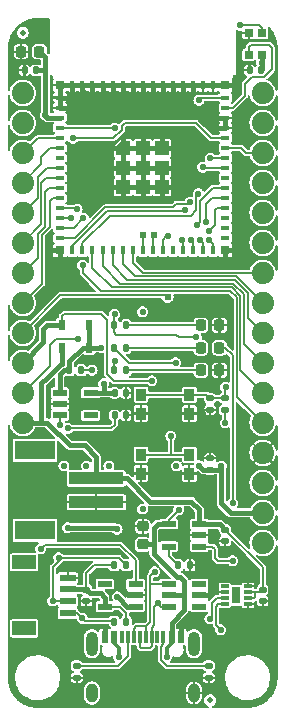
<source format=gtl>
%TF.GenerationSoftware,KiCad,Pcbnew,7.0.6*%
%TF.CreationDate,2023-12-06T13:06:40-07:00*%
%TF.ProjectId,SparkFun_Thing_Plus_ESP32-S3,53706172-6b46-4756-9e5f-5468696e675f,rev?*%
%TF.SameCoordinates,Original*%
%TF.FileFunction,Copper,L1,Top*%
%TF.FilePolarity,Positive*%
%FSLAX46Y46*%
G04 Gerber Fmt 4.6, Leading zero omitted, Abs format (unit mm)*
G04 Created by KiCad (PCBNEW 7.0.6) date 2023-12-06 13:06:40*
%MOMM*%
%LPD*%
G01*
G04 APERTURE LIST*
G04 Aperture macros list*
%AMRoundRect*
0 Rectangle with rounded corners*
0 $1 Rounding radius*
0 $2 $3 $4 $5 $6 $7 $8 $9 X,Y pos of 4 corners*
0 Add a 4 corners polygon primitive as box body*
4,1,4,$2,$3,$4,$5,$6,$7,$8,$9,$2,$3,0*
0 Add four circle primitives for the rounded corners*
1,1,$1+$1,$2,$3*
1,1,$1+$1,$4,$5*
1,1,$1+$1,$6,$7*
1,1,$1+$1,$8,$9*
0 Add four rect primitives between the rounded corners*
20,1,$1+$1,$2,$3,$4,$5,0*
20,1,$1+$1,$4,$5,$6,$7,0*
20,1,$1+$1,$6,$7,$8,$9,0*
20,1,$1+$1,$8,$9,$2,$3,0*%
%AMOutline5P*
0 Free polygon, 5 corners , with rotation*
0 The origin of the aperture is its center*
0 number of corners: always 5*
0 $1 to $10 corner X, Y*
0 $11 Rotation angle, in degrees counterclockwise*
0 create outline with 5 corners*
4,1,5,$1,$2,$3,$4,$5,$6,$7,$8,$9,$10,$1,$2,$11*%
%AMOutline6P*
0 Free polygon, 6 corners , with rotation*
0 The origin of the aperture is its center*
0 number of corners: always 6*
0 $1 to $12 corner X, Y*
0 $13 Rotation angle, in degrees counterclockwise*
0 create outline with 6 corners*
4,1,6,$1,$2,$3,$4,$5,$6,$7,$8,$9,$10,$11,$12,$1,$2,$13*%
%AMOutline7P*
0 Free polygon, 7 corners , with rotation*
0 The origin of the aperture is its center*
0 number of corners: always 7*
0 $1 to $14 corner X, Y*
0 $15 Rotation angle, in degrees counterclockwise*
0 create outline with 7 corners*
4,1,7,$1,$2,$3,$4,$5,$6,$7,$8,$9,$10,$11,$12,$13,$14,$1,$2,$15*%
%AMOutline8P*
0 Free polygon, 8 corners , with rotation*
0 The origin of the aperture is its center*
0 number of corners: always 8*
0 $1 to $16 corner X, Y*
0 $17 Rotation angle, in degrees counterclockwise*
0 create outline with 8 corners*
4,1,8,$1,$2,$3,$4,$5,$6,$7,$8,$9,$10,$11,$12,$13,$14,$15,$16,$1,$2,$17*%
G04 Aperture macros list end*
%TA.AperFunction,SMDPad,CuDef*%
%ADD10R,0.700000X0.700000*%
%TD*%
%TA.AperFunction,SMDPad,CuDef*%
%ADD11RoundRect,0.135000X-0.135000X-0.185000X0.135000X-0.185000X0.135000X0.185000X-0.135000X0.185000X0*%
%TD*%
%TA.AperFunction,SMDPad,CuDef*%
%ADD12R,0.700000X0.300000*%
%TD*%
%TA.AperFunction,SMDPad,CuDef*%
%ADD13R,0.800000X1.380000*%
%TD*%
%TA.AperFunction,SMDPad,CuDef*%
%ADD14RoundRect,0.218750X0.218750X0.256250X-0.218750X0.256250X-0.218750X-0.256250X0.218750X-0.256250X0*%
%TD*%
%TA.AperFunction,SMDPad,CuDef*%
%ADD15C,0.500000*%
%TD*%
%TA.AperFunction,SMDPad,CuDef*%
%ADD16RoundRect,0.140000X0.140000X0.170000X-0.140000X0.170000X-0.140000X-0.170000X0.140000X-0.170000X0*%
%TD*%
%TA.AperFunction,SMDPad,CuDef*%
%ADD17RoundRect,0.135000X0.185000X-0.135000X0.185000X0.135000X-0.185000X0.135000X-0.185000X-0.135000X0*%
%TD*%
%TA.AperFunction,SMDPad,CuDef*%
%ADD18R,0.300000X1.000000*%
%TD*%
%TA.AperFunction,SMDPad,CuDef*%
%ADD19R,0.600000X1.000000*%
%TD*%
%TA.AperFunction,ComponentPad*%
%ADD20O,1.000000X1.600000*%
%TD*%
%TA.AperFunction,ComponentPad*%
%ADD21O,1.000000X2.100000*%
%TD*%
%TA.AperFunction,SMDPad,CuDef*%
%ADD22RoundRect,0.135000X0.135000X0.185000X-0.135000X0.185000X-0.135000X-0.185000X0.135000X-0.185000X0*%
%TD*%
%TA.AperFunction,SMDPad,CuDef*%
%ADD23RoundRect,0.225000X0.250000X-0.225000X0.250000X0.225000X-0.250000X0.225000X-0.250000X-0.225000X0*%
%TD*%
%TA.AperFunction,SMDPad,CuDef*%
%ADD24RoundRect,0.140000X-0.170000X0.140000X-0.170000X-0.140000X0.170000X-0.140000X0.170000X0.140000X0*%
%TD*%
%TA.AperFunction,SMDPad,CuDef*%
%ADD25R,0.630000X0.830000*%
%TD*%
%TA.AperFunction,SMDPad,CuDef*%
%ADD26RoundRect,0.135000X-0.185000X0.135000X-0.185000X-0.135000X0.185000X-0.135000X0.185000X0.135000X0*%
%TD*%
%TA.AperFunction,SMDPad,CuDef*%
%ADD27R,0.900000X1.000000*%
%TD*%
%TA.AperFunction,SMDPad,CuDef*%
%ADD28R,1.200000X0.550000*%
%TD*%
%TA.AperFunction,SMDPad,CuDef*%
%ADD29R,1.350000X0.600000*%
%TD*%
%TA.AperFunction,SMDPad,CuDef*%
%ADD30R,2.000000X1.200000*%
%TD*%
%TA.AperFunction,ComponentPad*%
%ADD31C,1.879600*%
%TD*%
%TA.AperFunction,SMDPad,CuDef*%
%ADD32RoundRect,0.140000X-0.140000X-0.170000X0.140000X-0.170000X0.140000X0.170000X-0.140000X0.170000X0*%
%TD*%
%TA.AperFunction,SMDPad,CuDef*%
%ADD33R,0.800000X0.400000*%
%TD*%
%TA.AperFunction,SMDPad,CuDef*%
%ADD34R,0.400000X0.800000*%
%TD*%
%TA.AperFunction,SMDPad,CuDef*%
%ADD35Outline5P,-0.600000X0.120000X-0.120000X0.600000X0.600000X0.600000X0.600000X-0.600000X-0.600000X-0.600000X0.000000*%
%TD*%
%TA.AperFunction,SMDPad,CuDef*%
%ADD36R,1.200000X1.200000*%
%TD*%
%TA.AperFunction,SMDPad,CuDef*%
%ADD37R,0.800000X0.800000*%
%TD*%
%TA.AperFunction,SMDPad,CuDef*%
%ADD38RoundRect,0.225000X-0.225000X-0.250000X0.225000X-0.250000X0.225000X0.250000X-0.225000X0.250000X0*%
%TD*%
%TA.AperFunction,SMDPad,CuDef*%
%ADD39RoundRect,0.140000X0.170000X-0.140000X0.170000X0.140000X-0.170000X0.140000X-0.170000X-0.140000X0*%
%TD*%
%TA.AperFunction,SMDPad,CuDef*%
%ADD40R,4.600000X1.000000*%
%TD*%
%TA.AperFunction,SMDPad,CuDef*%
%ADD41R,3.400000X1.600000*%
%TD*%
%TA.AperFunction,ViaPad*%
%ADD42C,0.560000*%
%TD*%
%TA.AperFunction,ViaPad*%
%ADD43C,0.609600*%
%TD*%
%TA.AperFunction,Conductor*%
%ADD44C,0.406400*%
%TD*%
%TA.AperFunction,Conductor*%
%ADD45C,0.152400*%
%TD*%
%TA.AperFunction,Conductor*%
%ADD46C,0.348996*%
%TD*%
G04 APERTURE END LIST*
D10*
%TO.P,D6,1,VDD*%
%TO.N,+3.3V*%
X21505000Y55282500D03*
%TO.P,D6,2,DOUT*%
%TO.N,Net-(D6-DOUT)*%
X21505000Y57112500D03*
%TO.P,D6,3,VSS*%
%TO.N,GND*%
X20405000Y57112500D03*
%TO.P,D6,4,DIN*%
%TO.N,ESP46{slash}LED*%
X20405000Y55282500D03*
%TD*%
D11*
%TO.P,R15,1*%
%TO.N,Q3V3*%
X9015000Y12065000D03*
%TO.P,R15,2*%
%TO.N,ESP8{slash}SDA*%
X10035000Y12065000D03*
%TD*%
D12*
%TO.P,U4,1,CTG*%
%TO.N,GND*%
X20357500Y8775000D03*
%TO.P,U4,2,CELL*%
%TO.N,VBATT*%
X20357500Y9275000D03*
%TO.P,U4,3,VDD*%
X20357500Y9775000D03*
%TO.P,U4,4,GND*%
%TO.N,GND*%
X20357500Y10275000D03*
%TO.P,U4,5,~{ALRT}*%
%TO.N,unconnected-(U4-~{ALRT}-Pad5)*%
X18377500Y10275000D03*
%TO.P,U4,6,QSTRT*%
%TO.N,GND*%
X18377500Y9775000D03*
%TO.P,U4,7,SCL*%
%TO.N,ESP9{slash}SCL*%
X18377500Y9275000D03*
%TO.P,U4,8,SDA*%
%TO.N,ESP8{slash}SDA*%
X18377500Y8775000D03*
D13*
%TO.P,U4,9*%
%TO.N,N/C*%
X19367500Y9525000D03*
%TD*%
D14*
%TO.P,D4,1,K*%
%TO.N,Net-(D4-K)*%
X17932500Y30480000D03*
%TO.P,D4,2,A*%
%TO.N,Net-(D4-A)*%
X16357500Y30480000D03*
%TD*%
D15*
%TO.P,FID3,*%
%TO.N,*%
X1270000Y57150000D03*
%TD*%
D16*
%TO.P,C8,1*%
%TO.N,+3.3V*%
X21435000Y53975000D03*
%TO.P,C8,2*%
%TO.N,GND*%
X20475000Y53975000D03*
%TD*%
D17*
%TO.P,R8,1*%
%TO.N,+3.3V*%
X18415000Y25207500D03*
%TO.P,R8,2*%
%TO.N,ESP~{RST}*%
X18415000Y26227500D03*
%TD*%
D18*
%TO.P,J1,A5,CC1*%
%TO.N,Net-(J1-CC1)*%
X10180000Y6006250D03*
%TO.P,J1,A6,D+*%
%TO.N,ESP20{slash}D+*%
X11180000Y6006250D03*
%TO.P,J1,A7,D-*%
%TO.N,ESP19{slash}D-*%
X11680000Y6006250D03*
%TO.P,J1,A8,NC*%
%TO.N,unconnected-(J1-NC-PadA8)*%
X12680000Y6006250D03*
%TO.P,J1,B5,CC2*%
%TO.N,Net-(J1-CC2)*%
X13180000Y6006250D03*
%TO.P,J1,B6,D+*%
%TO.N,ESP20{slash}D+*%
X12180000Y6006250D03*
%TO.P,J1,B7,D-*%
%TO.N,ESP19{slash}D-*%
X10680000Y6006250D03*
%TO.P,J1,B8,NC*%
%TO.N,unconnected-(J1-NC-PadB8)*%
X9680000Y6006250D03*
D19*
%TO.P,J1,GND,GND*%
%TO.N,GND*%
X8205000Y6006250D03*
X14655000Y6006250D03*
D20*
%TO.P,J1,NC1,NC*%
%TO.N,unconnected-(J1-NC-PadNC1)*%
X7112000Y1251250D03*
D21*
%TO.P,J1,NC2,NC*%
%TO.N,unconnected-(J1-NC-PadNC2)*%
X7112000Y5431250D03*
%TO.P,J1,NC3,NC*%
%TO.N,unconnected-(J1-NC-PadNC3)*%
X15748000Y5431250D03*
D20*
%TO.P,J1,S,SHIELD*%
%TO.N,GND*%
X15748000Y1251250D03*
D19*
%TO.P,J1,VBUS,VBUS*%
%TO.N,VUSB*%
X8980000Y6006250D03*
X13880000Y6006250D03*
%TD*%
D22*
%TO.P,R12,1*%
%TO.N,Q3V3*%
X10035000Y7302500D03*
%TO.P,R12,2*%
%TO.N,ESP9{slash}SCL*%
X9015000Y7302500D03*
%TD*%
D23*
%TO.P,C9,1*%
%TO.N,VUSB*%
X11430000Y13830000D03*
%TO.P,C9,2*%
%TO.N,GND*%
X11430000Y15380000D03*
%TD*%
D14*
%TO.P,D5,1,K*%
%TO.N,GND*%
X17932500Y28575000D03*
%TO.P,D5,2,A*%
%TO.N,Net-(D5-A)*%
X16357500Y28575000D03*
%TD*%
D11*
%TO.P,R13,1*%
%TO.N,+5V*%
X5205000Y28575000D03*
%TO.P,R13,2*%
%TO.N,EN*%
X6225000Y28575000D03*
%TD*%
D24*
%TO.P,C2,1*%
%TO.N,VBATT*%
X21590000Y10005000D03*
%TO.P,C2,2*%
%TO.N,GND*%
X21590000Y9045000D03*
%TD*%
D14*
%TO.P,D1,1,K*%
%TO.N,GND*%
X17932500Y32385000D03*
%TO.P,D1,2,A*%
%TO.N,Net-(D1-A)*%
X16357500Y32385000D03*
%TD*%
D25*
%TO.P,D2,A,A*%
%TO.N,VUSB*%
X4565000Y32385000D03*
%TO.P,D2,C,C*%
%TO.N,+5V*%
X6865000Y32385000D03*
%TD*%
D11*
%TO.P,R9,1*%
%TO.N,Net-(JP4-A)*%
X9015000Y28575000D03*
%TO.P,R9,2*%
%TO.N,Net-(D5-A)*%
X10035000Y28575000D03*
%TD*%
%TO.P,R16,1*%
%TO.N,Net-(U5-PROG)*%
X14412500Y12065000D03*
%TO.P,R16,2*%
%TO.N,GND*%
X15432500Y12065000D03*
%TD*%
D15*
%TO.P,FID4,*%
%TO.N,*%
X17145000Y635000D03*
%TD*%
D26*
%TO.P,R11,1*%
%TO.N,Net-(J1-CC1)*%
X5842000Y3558000D03*
%TO.P,R11,2*%
%TO.N,GND*%
X5842000Y2538000D03*
%TD*%
D27*
%TO.P,SW2,1,A*%
%TO.N,ESP~{RST}*%
X11285000Y26517500D03*
X15385000Y26517500D03*
%TO.P,SW2,2,B*%
%TO.N,GND*%
X11285000Y24917500D03*
X15385000Y24917500D03*
%TD*%
D28*
%TO.P,U2,1,I/O1*%
%TO.N,unconnected-(U2-I{slash}O1-Pad1)*%
X16222600Y8575000D03*
%TO.P,U2,2,GND*%
%TO.N,GND*%
X16222600Y9525000D03*
%TO.P,U2,3,I/O2*%
%TO.N,unconnected-(U2-I{slash}O2-Pad3)*%
X16222600Y10475000D03*
%TO.P,U2,4,I/O3*%
%TO.N,ESP19{slash}D-*%
X13622400Y10475000D03*
%TO.P,U2,5,VCC*%
%TO.N,VUSB*%
X13622400Y9575000D03*
%TO.P,U2,6,I/O4*%
%TO.N,ESP20{slash}D+*%
X13622400Y8575000D03*
%TD*%
%TO.P,U5,1,STAT*%
%TO.N,Net-(D4-K)*%
X16222600Y13655000D03*
%TO.P,U5,2,GND*%
%TO.N,GND*%
X16222600Y14605000D03*
%TO.P,U5,3,V_{BAT}*%
%TO.N,VBATT*%
X16222600Y15555000D03*
%TO.P,U5,4,VIN*%
%TO.N,VUSB*%
X13622400Y15555000D03*
%TO.P,U5,5,PROG*%
%TO.N,Net-(U5-PROG)*%
X13622400Y13655000D03*
%TD*%
D25*
%TO.P,D3,A,A*%
%TO.N,VBATT*%
X4565000Y30480000D03*
%TO.P,D3,C,C*%
%TO.N,+5V*%
X6865000Y30480000D03*
%TD*%
D16*
%TO.P,C7,1*%
%TO.N,+3.3V*%
X2385000Y53975000D03*
%TO.P,C7,2*%
%TO.N,GND*%
X1425000Y53975000D03*
%TD*%
D24*
%TO.P,C12,1*%
%TO.N,VBATT*%
X18415000Y15085000D03*
%TO.P,C12,2*%
%TO.N,GND*%
X18415000Y14125000D03*
%TD*%
D22*
%TO.P,R14,1*%
%TO.N,Net-(D4-A)*%
X10035000Y30480000D03*
%TO.P,R14,2*%
%TO.N,Net-(JP1-A)*%
X9015000Y30480000D03*
%TD*%
D24*
%TO.P,C6,1*%
%TO.N,ESP~{RST}*%
X17145000Y26197500D03*
%TO.P,C6,2*%
%TO.N,GND*%
X17145000Y25237500D03*
%TD*%
D27*
%TO.P,SW1,1,A*%
%TO.N,ESP0{slash}STAT*%
X11285000Y21437500D03*
X15385000Y21437500D03*
%TO.P,SW1,2,B*%
%TO.N,GND*%
X11285000Y19837500D03*
X15385000Y19837500D03*
%TD*%
D29*
%TO.P,J4,1,Pin_1*%
%TO.N,GND*%
X5080000Y11025000D03*
%TO.P,J4,2,Pin_2*%
%TO.N,Q3V3*%
X5080000Y10025000D03*
%TO.P,J4,3,Pin_3*%
%TO.N,ESP8{slash}SDA*%
X5080000Y9025000D03*
%TO.P,J4,4,Pin_4*%
%TO.N,ESP9{slash}SCL*%
X5080000Y8025000D03*
D30*
%TO.P,J4,NC1,NC*%
%TO.N,unconnected-(J4-NC-PadNC1)*%
X1405000Y6725000D03*
%TO.P,J4,NC2,NC*%
%TO.N,unconnected-(J4-NC-PadNC2)*%
X1405000Y12325000D03*
%TD*%
D28*
%TO.P,U6,1,VIN*%
%TO.N,+5V*%
X4414900Y26667500D03*
%TO.P,U6,2,GND*%
%TO.N,GND*%
X4414900Y25717500D03*
%TO.P,U6,3,EN*%
%TO.N,EN*%
X4414900Y24767500D03*
%TO.P,U6,4,NC*%
%TO.N,unconnected-(U6-NC-Pad4)*%
X7015100Y24767500D03*
%TO.P,U6,5,VOUT*%
%TO.N,+3.3V*%
X7015100Y26667500D03*
%TD*%
D17*
%TO.P,R10,1*%
%TO.N,GND*%
X17018000Y2538000D03*
%TO.P,R10,2*%
%TO.N,Net-(J1-CC2)*%
X17018000Y3558000D03*
%TD*%
D31*
%TO.P,U10,1,SDA*%
%TO.N,ESP8{slash}SDA*%
X1270000Y52070000D03*
%TO.P,U10,2,SCL*%
%TO.N,ESP9{slash}SCL*%
X1270000Y49530000D03*
%TO.P,U10,3,GPIO6*%
%TO.N,ESP1*%
X1270000Y46990000D03*
%TO.P,U10,4,GPIO5*%
%TO.N,ESP2*%
X1270000Y44450000D03*
%TO.P,U10,5,GPIO4*%
%TO.N,ESP4*%
X1270000Y41910000D03*
%TO.P,U10,6,GPIO3*%
%TO.N,ESP5*%
X1270000Y39370000D03*
%TO.P,U10,7,GPIO2*%
%TO.N,ESP6*%
X1270000Y36830000D03*
%TO.P,U10,8,GPIO1*%
%TO.N,ESP7*%
X1270000Y34290000D03*
%TO.P,U10,9,GPIO0*%
%TO.N,ESP21*%
X1270000Y31750000D03*
%TO.P,U10,10,V_USB*%
%TO.N,VUSB*%
X1270000Y29210000D03*
%TO.P,U10,11,EN*%
%TO.N,EN*%
X1270000Y26670000D03*
%TO.P,U10,12,V_BATT*%
%TO.N,VBATT*%
X1270000Y24130000D03*
%TO.P,U10,13,FREEBIE*%
%TO.N,ESP42{slash}FREE*%
X21590000Y52070000D03*
%TO.P,U10,14,TX*%
%TO.N,ESP43{slash}TXO*%
X21590000Y49530000D03*
%TO.P,U10,15,RX*%
%TO.N,ESP44{slash}RXI*%
X21590000Y46990000D03*
%TO.P,U10,16,POCI*%
%TO.N,ESP13{slash}POCI*%
X21590000Y44450000D03*
%TO.P,U10,17,PICO*%
%TO.N,ESP11{slash}PICO*%
X21590000Y41910000D03*
%TO.P,U10,18,SCK*%
%TO.N,ESP12{slash}SCK*%
X21590000Y39370000D03*
%TO.P,U10,19,A5*%
%TO.N,ESP18{slash}A5*%
X21590000Y36830000D03*
%TO.P,U10,20,A4*%
%TO.N,ESP17{slash}A4*%
X21590000Y34290000D03*
%TO.P,U10,21,A3*%
%TO.N,ESP16{slash}A3*%
X21590000Y31750000D03*
%TO.P,U10,22,A2*%
%TO.N,ESP15{slash}A2*%
X21590000Y29210000D03*
%TO.P,U10,23,A1*%
%TO.N,ESP14{slash}A1*%
X21590000Y26670000D03*
%TO.P,U10,24,A0*%
%TO.N,ESP10{slash}A0*%
X21590000Y24130000D03*
%TO.P,U10,25,GND*%
%TO.N,GND*%
X21590000Y21590000D03*
%TO.P,U10,26,AREF/NC*%
%TO.N,unconnected-(U10-AREF{slash}NC-Pad26)*%
X21590000Y19050000D03*
%TO.P,U10,27,3.3V*%
%TO.N,+3.3V*%
X21590000Y16510000D03*
%TO.P,U10,28,~{RESET}*%
%TO.N,ESP~{RST}*%
X21590000Y13970000D03*
%TD*%
D32*
%TO.P,C10,1*%
%TO.N,+5V*%
X9045000Y24765000D03*
%TO.P,C10,2*%
%TO.N,GND*%
X10005000Y24765000D03*
%TD*%
D33*
%TO.P,U3,1,GND*%
%TO.N,GND*%
X4430000Y51670000D03*
%TO.P,U3,2,GND*%
X4430000Y50820000D03*
%TO.P,U3,3,3V3*%
%TO.N,+3.3V*%
X4430000Y49970000D03*
%TO.P,U3,4,IO0*%
%TO.N,ESP0{slash}STAT*%
X4430000Y49120000D03*
%TO.P,U3,5,IOA1*%
%TO.N,ESP1*%
X4430000Y48270000D03*
%TO.P,U3,6,IOA2*%
%TO.N,ESP2*%
X4430000Y47420000D03*
%TO.P,U3,7,IOA3*%
%TO.N,unconnected-(U3-IOA3-Pad7)*%
X4430000Y46570000D03*
%TO.P,U3,8,IOA4*%
%TO.N,ESP4*%
X4430000Y45720000D03*
%TO.P,U3,9,IOA5*%
%TO.N,ESP5*%
X4430000Y44870000D03*
%TO.P,U3,10,IOA6*%
%TO.N,ESP6*%
X4430000Y44020000D03*
%TO.P,U3,11,IOA7*%
%TO.N,ESP7*%
X4430000Y43170000D03*
%TO.P,U3,12,IOA8*%
%TO.N,ESP8{slash}SDA*%
X4430000Y42320000D03*
%TO.P,U3,13,IOA9*%
%TO.N,ESP9{slash}SCL*%
X4430000Y41470000D03*
%TO.P,U3,14,IOA10*%
%TO.N,ESP10{slash}A0*%
X4430000Y40620000D03*
%TO.P,U3,15,IOA11*%
%TO.N,ESP11{slash}PICO*%
X4430000Y39770000D03*
D34*
%TO.P,U3,16,IOA12*%
%TO.N,ESP12{slash}SCK*%
X5480000Y38720000D03*
%TO.P,U3,17,IOA13*%
%TO.N,ESP13{slash}POCI*%
X6330000Y38720000D03*
%TO.P,U3,18,IOA14*%
%TO.N,ESP14{slash}A1*%
X7180000Y38720000D03*
%TO.P,U3,19,IOA15*%
%TO.N,ESP15{slash}A2*%
X8030000Y38720000D03*
%TO.P,U3,20,IOA16*%
%TO.N,ESP16{slash}A3*%
X8880000Y38720000D03*
%TO.P,U3,21,IOA17*%
%TO.N,ESP17{slash}A4*%
X9730000Y38720000D03*
%TO.P,U3,22,IOA18*%
%TO.N,ESP18{slash}A5*%
X10580000Y38720000D03*
%TO.P,U3,23,IOA19*%
%TO.N,ESP19{slash}D-*%
X11430000Y38720000D03*
%TO.P,U3,24,IOA20*%
%TO.N,ESP20{slash}D+*%
X12280000Y38720000D03*
%TO.P,U3,25,IO21*%
%TO.N,ESP21*%
X13130000Y38720000D03*
%TO.P,U3,26,IO26*%
%TO.N,unconnected-(U3-IO26-Pad26)*%
X13980000Y38720000D03*
%TO.P,U3,27,IO47*%
%TO.N,ESP47{slash}SDIO2*%
X14830000Y38720000D03*
%TO.P,U3,28,IO33*%
%TO.N,ESP33{slash}SDIO3*%
X15680000Y38720000D03*
%TO.P,U3,29,IO34*%
%TO.N,ESP34{slash}SDIO_CMD*%
X16530000Y38720000D03*
%TO.P,U3,30,IO48*%
%TO.N,ESP48{slash}SDIO_~{DET}*%
X17380000Y38720000D03*
D33*
%TO.P,U3,31,IO35*%
%TO.N,unconnected-(U3-IO35-Pad31)*%
X18430000Y39770000D03*
%TO.P,U3,32,IO36*%
%TO.N,unconnected-(U3-IO36-Pad32)*%
X18430000Y40620000D03*
%TO.P,U3,33,IO37*%
%TO.N,unconnected-(U3-IO37-Pad33)*%
X18430000Y41470000D03*
%TO.P,U3,34,IO38*%
%TO.N,ESP38{slash}SDIO_CLK*%
X18430000Y42320000D03*
%TO.P,U3,35,IO39*%
%TO.N,ESP39{slash}SDIO0*%
X18430000Y43170000D03*
%TO.P,U3,36,IO40*%
%TO.N,ESP40{slash}SDIO1*%
X18430000Y44020000D03*
%TO.P,U3,37,IO41*%
%TO.N,ESP41{slash}NC*%
X18430000Y44870000D03*
%TO.P,U3,38,IO42*%
%TO.N,ESP42{slash}FREE*%
X18430000Y45720000D03*
%TO.P,U3,39,TXD0/IO43*%
%TO.N,ESP43{slash}TXO*%
X18430000Y46570000D03*
%TO.P,U3,40,RXD0/IO44*%
%TO.N,ESP44{slash}RXI*%
X18430000Y47420000D03*
%TO.P,U3,41,IO45*%
%TO.N,ESP45{slash}Q_EN*%
X18430000Y48270000D03*
%TO.P,U3,42,GND*%
%TO.N,GND*%
X18430000Y49120000D03*
%TO.P,U3,43,GND*%
X18430000Y49970000D03*
%TO.P,U3,44,IO46*%
%TO.N,ESP46{slash}LED*%
X18430000Y50820000D03*
%TO.P,U3,45,EN*%
%TO.N,ESP~{RST}*%
X18430000Y51670000D03*
D34*
%TO.P,U3,46,GND*%
%TO.N,GND*%
X17380000Y52720000D03*
%TO.P,U3,47,GND*%
X16530000Y52720000D03*
%TO.P,U3,48,GND*%
X15680000Y52720000D03*
%TO.P,U3,49,GND*%
X14830000Y52720000D03*
%TO.P,U3,50,GND*%
X13980000Y52720000D03*
%TO.P,U3,51,GND*%
X13130000Y52720000D03*
%TO.P,U3,52,GND*%
X12280000Y52720000D03*
%TO.P,U3,53,GND*%
X11430000Y52720000D03*
%TO.P,U3,54,GND*%
X10580000Y52720000D03*
%TO.P,U3,55,GND*%
X9730000Y52720000D03*
%TO.P,U3,56,GND*%
X8880000Y52720000D03*
%TO.P,U3,57,GND*%
X8030000Y52720000D03*
%TO.P,U3,58,GND*%
X7180000Y52720000D03*
%TO.P,U3,59,GND*%
X6330000Y52720000D03*
%TO.P,U3,60,GND*%
X5480000Y52720000D03*
D35*
%TO.P,U3,61,GND*%
X9780000Y47370000D03*
D36*
X9780000Y45720000D03*
X9780000Y44070000D03*
X11430000Y47370000D03*
X11430000Y45720000D03*
X11430000Y44070000D03*
X13080000Y47370000D03*
X13080000Y45720000D03*
X13080000Y44070000D03*
D37*
%TO.P,U3,62,GND*%
X4430000Y52720000D03*
%TO.P,U3,63,GND*%
X4430000Y38720000D03*
%TO.P,U3,64,GND*%
X18430000Y38720000D03*
%TO.P,U3,65,GND*%
X18430000Y52720000D03*
%TD*%
D38*
%TO.P,C1,1*%
%TO.N,GND*%
X1130000Y55562500D03*
%TO.P,C1,2*%
%TO.N,+3.3V*%
X2680000Y55562500D03*
%TD*%
D28*
%TO.P,U1,1,VIN*%
%TO.N,+5V*%
X10825100Y8575000D03*
%TO.P,U1,2,GND*%
%TO.N,GND*%
X10825100Y9525000D03*
%TO.P,U1,3,EN*%
%TO.N,ESP45{slash}Q_EN*%
X10825100Y10475000D03*
%TO.P,U1,4,NC*%
%TO.N,unconnected-(U1-NC-Pad4)*%
X8224900Y10475000D03*
%TO.P,U1,5,VOUT*%
%TO.N,Q3V3*%
X8224900Y8575000D03*
%TD*%
D32*
%TO.P,C13,1*%
%TO.N,+3.3V*%
X9045000Y26670000D03*
%TO.P,C13,2*%
%TO.N,GND*%
X10005000Y26670000D03*
%TD*%
D24*
%TO.P,C3,1*%
%TO.N,Q3V3*%
X6667500Y10005000D03*
%TO.P,C3,2*%
%TO.N,GND*%
X6667500Y9045000D03*
%TD*%
D39*
%TO.P,C11,1*%
%TO.N,+3.3V*%
X17145000Y20157500D03*
%TO.P,C11,2*%
%TO.N,GND*%
X17145000Y21117500D03*
%TD*%
D40*
%TO.P,J3,1,-*%
%TO.N,GND*%
X7510000Y17415000D03*
%TO.P,J3,2,+*%
%TO.N,VBATT*%
X7510000Y19415000D03*
D41*
%TO.P,J3,NC1*%
%TO.N,N/C*%
X2310000Y15015000D03*
%TO.P,J3,NC2*%
X2310000Y21815000D03*
%TD*%
D11*
%TO.P,R7,1*%
%TO.N,ESP0{slash}STAT*%
X9015000Y32385000D03*
%TO.P,R7,2*%
%TO.N,Net-(D1-A)*%
X10035000Y32385000D03*
%TD*%
D42*
%TO.N,GND*%
X10160000Y48768000D03*
X14478000Y45720000D03*
X17018000Y27432000D03*
X7366000Y16510000D03*
X12954000Y42926000D03*
X8382000Y47244000D03*
X19558000Y38862000D03*
X4064000Y37592000D03*
X10414000Y20574000D03*
X5588000Y51562000D03*
X13970000Y51562000D03*
X8128000Y11181902D03*
X16596902Y6985000D03*
X12204600Y25390202D03*
X17272000Y50546000D03*
X20320000Y11430000D03*
X3556000Y38354000D03*
X16636900Y22098000D03*
X508000Y53848000D03*
X17932900Y37338100D03*
X19812000Y56197500D03*
X14478000Y44450000D03*
X7112000Y51562000D03*
X5842000Y50546000D03*
X11430000Y51562000D03*
X8382000Y43942000D03*
X12700000Y51562000D03*
X2032000Y17272000D03*
X14478000Y47498000D03*
X16256000Y12446000D03*
X11430000Y42926000D03*
X9906000Y42926000D03*
X8636000Y51562000D03*
X5842000Y25717500D03*
X19812000Y53340000D03*
X13716000Y16764000D03*
X5842000Y6350000D03*
X10160000Y51562000D03*
X7071900Y8128000D03*
X10794900Y17780000D03*
X11430000Y48768000D03*
X21590000Y8128000D03*
X18541900Y13208000D03*
X8382000Y45720000D03*
X12954000Y48768000D03*
X17780000Y33528000D03*
X15240000Y51562000D03*
X5080000Y11938000D03*
X19304000Y7874000D03*
X16510000Y24892000D03*
%TO.N,+5V*%
X7937500Y30480000D03*
X9271900Y9398000D03*
X9271900Y15113900D03*
X5080000Y23653750D03*
X5080000Y15240000D03*
%TO.N,+3.3V*%
X11430000Y33528000D03*
X8572500Y20478750D03*
X4762500Y20478750D03*
X21505000Y54610000D03*
X14287500Y20478750D03*
X18097500Y20478750D03*
X6667500Y20478750D03*
X18415000Y24130000D03*
X8128000Y27432000D03*
X16236685Y20496208D03*
X3175000Y50165000D03*
X11430000Y16827500D03*
%TO.N,ESP~{RST}*%
X18441000Y27146250D03*
X16192500Y51435000D03*
%TO.N,Net-(D4-K)*%
X19050000Y12446000D03*
X19050000Y17303750D03*
%TO.N,Net-(JP4-A)*%
X9048750Y29368750D03*
%TO.N,ESP43{slash}TXO*%
X17145000Y46513750D03*
%TO.N,ESP8{slash}SDA*%
X5873750Y42227500D03*
X4318000Y12700000D03*
X3810000Y9048750D03*
X18034000Y6604000D03*
%TO.N,ESP9{slash}SCL*%
X17113150Y7541483D03*
X6305600Y7575600D03*
X5333300Y41433750D03*
%TO.N,Net-(JP1-A)*%
X14224000Y29210000D03*
%TO.N,ESP42{slash}FREE*%
X16510000Y45771500D03*
%TO.N,ESP0{slash}STAT*%
X9048750Y33337500D03*
X13811250Y23018750D03*
X9048750Y49053750D03*
X15968919Y31364345D03*
%TO.N,EN*%
X4414900Y23971250D03*
X5942400Y31242000D03*
X7143750Y28575000D03*
%TO.N,Net-(D6-DOUT)*%
X19685000Y57785000D03*
%TO.N,ESP45{slash}Q_EN*%
X2794000Y13462000D03*
X5514468Y48218218D03*
%TO.N,VUSB*%
X14478000Y16764000D03*
X13462000Y4318000D03*
X9398000Y4318000D03*
X12204600Y27686000D03*
%TO.N,ESP33{slash}SDIO3*%
X15494000Y39624000D03*
%TO.N,ESP47{slash}SDIO2*%
X14732000Y39624000D03*
%TO.N,ESP34{slash}SDIO_CMD*%
X16256000Y39624000D03*
%TO.N,ESP21*%
X13550400Y39948350D03*
D43*
X13550400Y34773100D03*
%TO.N,ESP20{slash}D+*%
X12382500Y40005000D03*
D42*
X12700000Y8890000D03*
%TO.N,ESP19{slash}D-*%
X12445500Y11519729D03*
D43*
X11430000Y40005000D03*
D42*
%TO.N,ESP13{slash}POCI*%
X16150719Y43539281D03*
%TO.N,ESP11{slash}PICO*%
X15443100Y42825359D03*
%TO.N,ESP12{slash}SCK*%
X15030306Y42164000D03*
%TO.N,ESP10{slash}A0*%
X6350000Y37465000D03*
X6406650Y41433750D03*
%TO.N,ESP48{slash}SDIO_~{DET}*%
X17018000Y39624000D03*
%TO.N,ESP38{slash}SDIO_CLK*%
X17018000Y40386000D03*
%TO.N,ESP39{slash}SDIO0*%
X16764000Y41096806D03*
%TO.N,ESP40{slash}SDIO1*%
X16002000Y40894000D03*
%TD*%
D44*
%TO.N,GND*%
X11430000Y44070000D02*
X13080000Y44070000D01*
X18430000Y49120000D02*
X17428000Y49120000D01*
X15680000Y52002000D02*
X15240000Y51562000D01*
X12280000Y52720000D02*
X11430000Y52720000D01*
X11430000Y47370000D02*
X13080000Y47370000D01*
X10825100Y9525000D02*
X10188900Y9525000D01*
X10580000Y52720000D02*
X11430000Y52720000D01*
X9780000Y45720000D02*
X8382000Y45720000D01*
X5480000Y52720000D02*
X4430000Y52720000D01*
X12280000Y52720000D02*
X12280000Y51982000D01*
D45*
X16510000Y24892000D02*
X16484500Y24917500D01*
D44*
X4430000Y38720000D02*
X3668000Y38720000D01*
X14090592Y44070000D02*
X14474296Y44453704D01*
X9780000Y48388000D02*
X10160000Y48768000D01*
X7180000Y52720000D02*
X6330000Y52720000D01*
X11430000Y52720000D02*
X11430000Y51562000D01*
X19416000Y38720000D02*
X19558000Y38862000D01*
X9780000Y47370000D02*
X8508000Y47370000D01*
X13080000Y47370000D02*
X14350000Y47370000D01*
X9730000Y51992000D02*
X10160000Y51562000D01*
X14830000Y52720000D02*
X13980000Y52720000D01*
X9780000Y43052000D02*
X9906000Y42926000D01*
X4430000Y50820000D02*
X5568000Y50820000D01*
X13130000Y51992000D02*
X12700000Y51562000D01*
X10188900Y9525000D02*
X9398000Y10315900D01*
X9780000Y47370000D02*
X9780000Y45720000D01*
X13080000Y48642000D02*
X12954000Y48768000D01*
X9780000Y45720000D02*
X11430000Y45720000D01*
X11430000Y45720000D02*
X11430000Y44070000D01*
X6330000Y52720000D02*
X6330000Y52344000D01*
X13980000Y51572000D02*
X13970000Y51562000D01*
X16530000Y52720000D02*
X15680000Y52720000D01*
X8510000Y44070000D02*
X8382000Y43942000D01*
X12280000Y51982000D02*
X12700000Y51562000D01*
X4430000Y52720000D02*
X4430000Y51670000D01*
X17145000Y9525000D02*
X17526000Y9906000D01*
X8205000Y6781000D02*
X8205000Y6006250D01*
X13080000Y47370000D02*
X13080000Y48642000D01*
X8030000Y52168000D02*
X8636000Y51562000D01*
D45*
X16484500Y24917500D02*
X15385000Y24917500D01*
D44*
X13980000Y52720000D02*
X13130000Y52720000D01*
X18430000Y38720000D02*
X18430000Y37835200D01*
X4430000Y38720000D02*
X4430000Y37958000D01*
X14350000Y47370000D02*
X14478000Y47498000D01*
X9730000Y52720000D02*
X9730000Y51992000D01*
X8880000Y51806000D02*
X8636000Y51562000D01*
X17272000Y49276000D02*
X17272000Y50546000D01*
X15680000Y52720000D02*
X15680000Y52002000D01*
X18430000Y49120000D02*
X18430000Y49970000D01*
X14830000Y51972000D02*
X15240000Y51562000D01*
X18430000Y37835200D02*
X17932900Y37338100D01*
X15047934Y7358883D02*
X15069348Y7380297D01*
X11430000Y45720000D02*
X11430000Y47370000D01*
X4430000Y51670000D02*
X4430000Y50820000D01*
X6432000Y6940000D02*
X8046000Y6940000D01*
X10580000Y51982000D02*
X10160000Y51562000D01*
X15680000Y52720000D02*
X14830000Y52720000D01*
X8030000Y52720000D02*
X8030000Y52168000D01*
X15069348Y7380297D02*
X15983025Y7380297D01*
X3668000Y38720000D02*
X3556000Y38608000D01*
X13130000Y52720000D02*
X13130000Y51992000D01*
X9780000Y44070000D02*
X9780000Y43052000D01*
X9780000Y44070000D02*
X8510000Y44070000D01*
X14655000Y6006250D02*
X14655000Y6887429D01*
X8046000Y6940000D02*
X8205000Y6781000D01*
X17380000Y52720000D02*
X16530000Y52720000D01*
X18430000Y49970000D02*
X17848000Y49970000D01*
D45*
X18377500Y9775000D02*
X17657000Y9775000D01*
X17657000Y9775000D02*
X17526000Y9906000D01*
D44*
X9104198Y11181902D02*
X8128000Y11181902D01*
X17848000Y49970000D02*
X17272000Y50546000D01*
X13980000Y52720000D02*
X13980000Y51572000D01*
X7180000Y52720000D02*
X7180000Y51630000D01*
X8508000Y47370000D02*
X8382000Y47244000D01*
X5480000Y52720000D02*
X5480000Y51670000D01*
X13080000Y45720000D02*
X11430000Y45720000D01*
X9730000Y52720000D02*
X10580000Y52720000D01*
X18430000Y38720000D02*
X19416000Y38720000D01*
X11430000Y47370000D02*
X9780000Y47370000D01*
X13080000Y44070000D02*
X14090592Y44070000D01*
X14655000Y6887429D02*
X14655000Y6965949D01*
X6330000Y52344000D02*
X7112000Y51562000D01*
X5568000Y50820000D02*
X5842000Y50546000D01*
X7180000Y51630000D02*
X7112000Y51562000D01*
X11430000Y47370000D02*
X11430000Y48768000D01*
X9780000Y47370000D02*
X9780000Y48388000D01*
X14655000Y6965949D02*
X15047934Y7358883D01*
X8880000Y52720000D02*
X8030000Y52720000D01*
X17428000Y49120000D02*
X17272000Y49276000D01*
X9780000Y44070000D02*
X11430000Y44070000D01*
X9730000Y52720000D02*
X8880000Y52720000D01*
X13130000Y52720000D02*
X12280000Y52720000D01*
X8880000Y52720000D02*
X8880000Y51806000D01*
X5480000Y51670000D02*
X5588000Y51562000D01*
X9398000Y10315900D02*
X9398000Y10888100D01*
X19192000Y52720000D02*
X19812000Y53340000D01*
X14830000Y52720000D02*
X14830000Y51972000D01*
X16222600Y9525000D02*
X17145000Y9525000D01*
X4430000Y37958000D02*
X4064000Y37592000D01*
X9780000Y45720000D02*
X9780000Y44070000D01*
X17380000Y52720000D02*
X18430000Y52720000D01*
X5842000Y6350000D02*
X6432000Y6940000D01*
X10580000Y52720000D02*
X10580000Y51982000D01*
X8030000Y52720000D02*
X7180000Y52720000D01*
X13080000Y45720000D02*
X13080000Y44070000D01*
X18430000Y52720000D02*
X19192000Y52720000D01*
X6330000Y52720000D02*
X5480000Y52720000D01*
X11430000Y44070000D02*
X11430000Y42926000D01*
X13080000Y44070000D02*
X13080000Y43059408D01*
X13080000Y45720000D02*
X14478000Y45720000D01*
X9398000Y10888100D02*
X9104198Y11181902D01*
X4430000Y51670000D02*
X5480000Y51670000D01*
X13080000Y43059408D02*
X12950296Y42929704D01*
D45*
%TO.N,+5V*%
X9045000Y23967500D02*
X9045000Y24765000D01*
D44*
X9145800Y15240000D02*
X5080000Y15240000D01*
X4762500Y28575000D02*
X4414900Y28227400D01*
X9310158Y9398000D02*
X10133158Y8575000D01*
X7937500Y30480000D02*
X6865000Y30480000D01*
X4414900Y28227400D02*
X4414900Y26667500D01*
X9271900Y9398000D02*
X9310158Y9398000D01*
D45*
X8731250Y23653750D02*
X9045000Y23967500D01*
D44*
X5205000Y28575000D02*
X4762500Y28575000D01*
X6865000Y32385000D02*
X6865000Y30480000D01*
X9271900Y15113900D02*
X9145800Y15240000D01*
X10133158Y8575000D02*
X10825100Y8575000D01*
X6350000Y30480000D02*
X5205000Y29335000D01*
X6865000Y30480000D02*
X6350000Y30480000D01*
X5205000Y29335000D02*
X5205000Y28575000D01*
D45*
X5080000Y23653750D02*
X8731250Y23653750D01*
D44*
%TO.N,+3.3V*%
X3175000Y50165000D02*
X3175000Y53975000D01*
X7015100Y26667500D02*
X8128000Y26667500D01*
X9042500Y26667500D02*
X9045000Y26670000D01*
X2385000Y53975000D02*
X3175000Y53975000D01*
D45*
X18415000Y25207500D02*
X18415000Y24130000D01*
D44*
X3175000Y55067500D02*
X2680000Y55562500D01*
X17145000Y20157500D02*
X17935000Y20157500D01*
X3175000Y53975000D02*
X3175000Y55067500D01*
X21505000Y54045000D02*
X21435000Y53975000D01*
X16575393Y20157500D02*
X16236685Y20496208D01*
X8128000Y26667500D02*
X8128000Y27432000D01*
X18891250Y16510000D02*
X18097500Y17303750D01*
X17935000Y20157500D02*
X18097500Y20320000D01*
X8128000Y26667500D02*
X9042500Y26667500D01*
X4430000Y49970000D02*
X3370000Y49970000D01*
X3370000Y49970000D02*
X3175000Y50165000D01*
X18097500Y17303750D02*
X18097500Y20478750D01*
X17145000Y20157500D02*
X16575393Y20157500D01*
X21505000Y55282500D02*
X21505000Y54045000D01*
X18097500Y20320000D02*
X18097500Y20478750D01*
X21590000Y16510000D02*
X18891250Y16510000D01*
D45*
%TO.N,Q3V3*%
X6667500Y11430000D02*
X6667500Y10005000D01*
X9522500Y8575000D02*
X10035000Y8062500D01*
D44*
X5164000Y10025000D02*
X6647500Y10025000D01*
X6647500Y10025000D02*
X6667500Y10005000D01*
X6988750Y9683750D02*
X7877300Y9683750D01*
D45*
X7302500Y12065000D02*
X6667500Y11430000D01*
X9015000Y12065000D02*
X7302500Y12065000D01*
D44*
X8224900Y9336150D02*
X8224900Y8575000D01*
X7877300Y9683750D02*
X8224900Y9336150D01*
D45*
X10035000Y8062500D02*
X10035000Y7302500D01*
X8224900Y8575000D02*
X9522500Y8575000D01*
D44*
X6667500Y10005000D02*
X6988750Y9683750D01*
D45*
%TO.N,ESP~{RST}*%
X15385000Y26517500D02*
X16825000Y26517500D01*
X18430000Y51670000D02*
X16427500Y51670000D01*
X18415000Y27120250D02*
X18441000Y27146250D01*
X18415000Y26227500D02*
X18415000Y27120250D01*
X17145000Y26197500D02*
X18385000Y26197500D01*
X11285000Y26517500D02*
X15385000Y26517500D01*
X16825000Y26517500D02*
X17145000Y26197500D01*
X16427500Y51670000D02*
X16192500Y51435000D01*
X18385000Y26197500D02*
X18415000Y26227500D01*
%TO.N,ESP46{slash}LED*%
X20670400Y53436400D02*
X21727679Y53436400D01*
X20066000Y51816000D02*
X20066000Y52832000D01*
X22352000Y54060721D02*
X22352000Y55880000D01*
X22352000Y55880000D02*
X22098000Y56134000D01*
X20066000Y52832000D02*
X20670400Y53436400D01*
X21727679Y53436400D02*
X22352000Y54060721D01*
X22098000Y56134000D02*
X20574000Y56134000D01*
X20405000Y55965000D02*
X20405000Y55282500D01*
X20574000Y56134000D02*
X20405000Y55965000D01*
X18430000Y50820000D02*
X19070000Y50820000D01*
X19070000Y50820000D02*
X20066000Y51816000D01*
%TO.N,Net-(D4-A)*%
X16357500Y30480000D02*
X10035000Y30480000D01*
%TO.N,VBATT*%
X20357500Y9775000D02*
X20955000Y9775000D01*
X20955000Y9775000D02*
X21360000Y9775000D01*
D44*
X10112500Y19415000D02*
X12065000Y17462500D01*
X15557500Y17462500D02*
X16222600Y16797400D01*
D45*
X20357500Y9275000D02*
X20863750Y9275000D01*
D44*
X7510000Y21223750D02*
X7510000Y19415000D01*
X12065000Y17462500D02*
X15557500Y17462500D01*
X16222600Y15555000D02*
X17945000Y15555000D01*
X16222600Y16797400D02*
X16222600Y15555000D01*
X2857500Y27462225D02*
X2857500Y24130000D01*
X5238750Y22225000D02*
X6508750Y22225000D01*
X1270000Y24130000D02*
X2857500Y24130000D01*
X17945000Y15555000D02*
X18415000Y15085000D01*
D45*
X20863750Y9275000D02*
X20955000Y9366250D01*
D44*
X6508750Y22225000D02*
X7510000Y21223750D01*
X7510000Y19415000D02*
X10112500Y19415000D01*
X3303963Y27906725D02*
X3302000Y27906725D01*
X2857500Y24130000D02*
X3333750Y24130000D01*
D45*
X21590000Y11910000D02*
X21590000Y10005000D01*
X21360000Y9775000D02*
X21590000Y10005000D01*
D44*
X4565000Y29133800D02*
X4531038Y29133800D01*
X4565000Y30480000D02*
X4565000Y29133800D01*
X4531038Y29133800D02*
X3303963Y27906725D01*
D45*
X20955000Y9366250D02*
X20955000Y9775000D01*
D44*
X3333750Y24130000D02*
X5238750Y22225000D01*
X3302000Y27906725D02*
X2857500Y27462225D01*
D45*
X18415000Y15085000D02*
X21590000Y11910000D01*
%TO.N,Net-(D4-K)*%
X17526000Y13462000D02*
X17333000Y13655000D01*
X19050000Y29845000D02*
X19050000Y17303750D01*
X18415000Y30480000D02*
X19050000Y29845000D01*
X17333000Y13655000D02*
X16222600Y13655000D01*
X17526000Y12700000D02*
X17526000Y13462000D01*
X17780000Y12446000D02*
X17526000Y12700000D01*
X17932500Y30480000D02*
X18415000Y30480000D01*
X19050000Y12446000D02*
X17780000Y12446000D01*
%TO.N,Net-(D5-A)*%
X10035000Y28575000D02*
X16357500Y28575000D01*
%TO.N,ESP15{slash}A2*%
X21590000Y29210000D02*
X20002500Y30797500D01*
X20002500Y35015396D02*
X19102296Y35915600D01*
X20002500Y30797500D02*
X20002500Y35015396D01*
X19102296Y35915600D02*
X9486900Y35915600D01*
X9486900Y35915600D02*
X8030000Y37372500D01*
X8030000Y37372500D02*
X8030000Y38720000D01*
%TO.N,ESP18{slash}A5*%
X11430000Y36830000D02*
X10580000Y37680000D01*
X10580000Y37680000D02*
X10580000Y38720000D01*
X21590000Y36830000D02*
X11430000Y36830000D01*
%TO.N,Net-(JP4-A)*%
X9015000Y29335000D02*
X9048750Y29368750D01*
X9015000Y28575000D02*
X9015000Y29335000D01*
%TO.N,ESP17{slash}A4*%
X10782300Y36525200D02*
X9730000Y37577500D01*
X9730000Y37577500D02*
X9730000Y38720000D01*
X21590000Y34290000D02*
X19354800Y36525200D01*
X19354800Y36525200D02*
X10782300Y36525200D01*
%TO.N,Net-(D1-A)*%
X10035000Y32385000D02*
X16357500Y32385000D01*
%TO.N,ESP16{slash}A3*%
X10134600Y36220400D02*
X8880000Y37475000D01*
X20320000Y35128948D02*
X19228548Y36220400D01*
X8880000Y37475000D02*
X8880000Y38720000D01*
X19228548Y36220400D02*
X10134600Y36220400D01*
X21590000Y31750000D02*
X20320000Y33020000D01*
X20320000Y33020000D02*
X20320000Y35128948D01*
%TO.N,ESP1*%
X4430000Y48270000D02*
X2550000Y48270000D01*
X2550000Y48270000D02*
X1270000Y46990000D01*
%TO.N,ESP2*%
X3605000Y47420000D02*
X2857500Y46672500D01*
X2857500Y46037500D02*
X1270000Y44450000D01*
X4430000Y47420000D02*
X3605000Y47420000D01*
X2857500Y46672500D02*
X2857500Y46037500D01*
%TO.N,ESP4*%
X3302000Y45720000D02*
X2540000Y44958000D01*
X2540000Y43180000D02*
X1270000Y41910000D01*
X4430000Y45720000D02*
X3302000Y45720000D01*
X2540000Y44958000D02*
X2540000Y43180000D01*
%TO.N,ESP5*%
X3264800Y44870000D02*
X2844800Y44450000D01*
X2844800Y44450000D02*
X2844800Y40944800D01*
X2844800Y40944800D02*
X1270000Y39370000D01*
X4430000Y44870000D02*
X3264800Y44870000D01*
%TO.N,ESP6*%
X3481600Y44020000D02*
X3149600Y43688000D01*
X4430000Y44020000D02*
X3481600Y44020000D01*
X2540000Y38100000D02*
X1270000Y36830000D01*
X3149600Y40741600D02*
X2540000Y40132000D01*
X3149600Y43688000D02*
X3149600Y40741600D01*
X2540000Y40132000D02*
X2540000Y38100000D01*
%TO.N,ESP44{slash}RXI*%
X21590000Y46990000D02*
X20161250Y46990000D01*
X20161250Y46990000D02*
X19731250Y47420000D01*
X19731250Y47420000D02*
X18430000Y47420000D01*
%TO.N,ESP43{slash}TXO*%
X17145000Y46513750D02*
X17350000Y46513750D01*
X17406250Y46570000D02*
X18430000Y46570000D01*
X17350000Y46513750D02*
X17406250Y46570000D01*
%TO.N,ESP8{slash}SDA*%
X4318000Y12700000D02*
X9400000Y12700000D01*
X4318000Y12414250D02*
X3810000Y11906250D01*
X5781250Y42320000D02*
X5873750Y42227500D01*
X3810000Y11906250D02*
X3810000Y9048750D01*
X4430000Y42320000D02*
X5781250Y42320000D01*
X17621250Y8572500D02*
X17823750Y8775000D01*
X17823750Y8775000D02*
X18377500Y8775000D01*
X5164000Y9025000D02*
X3833750Y9025000D01*
X4318000Y12700000D02*
X4318000Y12414250D01*
X9400000Y12700000D02*
X10035000Y12065000D01*
X17621250Y7016750D02*
X17621250Y8572500D01*
X3833750Y9025000D02*
X3810000Y9048750D01*
X18034000Y6604000D02*
X17621250Y7016750D01*
%TO.N,ESP9{slash}SCL*%
X17688750Y9275000D02*
X18377500Y9275000D01*
X8945700Y7371800D02*
X9015000Y7302500D01*
X6509400Y7371800D02*
X8945700Y7371800D01*
X17316450Y7716970D02*
X17316450Y8902700D01*
X4430000Y41470000D02*
X5297050Y41470000D01*
X17140963Y7541483D02*
X17316450Y7716970D01*
X6305600Y7575600D02*
X5856200Y8025000D01*
X5856200Y8025000D02*
X5164000Y8025000D01*
X6305600Y7575600D02*
X6509400Y7371800D01*
X17316450Y8902700D02*
X17688750Y9275000D01*
X5297050Y41470000D02*
X5333300Y41433750D01*
X17113150Y7541483D02*
X17140963Y7541483D01*
%TO.N,Net-(JP1-A)*%
X10285000Y29210000D02*
X9015000Y30480000D01*
X14224000Y29210000D02*
X10285000Y29210000D01*
%TO.N,ESP42{slash}FREE*%
X16510000Y45771500D02*
X16776000Y45771500D01*
X16776000Y45771500D02*
X16827500Y45720000D01*
X16827500Y45720000D02*
X18430000Y45720000D01*
%TO.N,ESP0{slash}STAT*%
X11285000Y21437500D02*
X13811250Y21437500D01*
X14514405Y31364345D02*
X14287500Y31591250D01*
X15968919Y31364345D02*
X14514405Y31364345D01*
X13811250Y21437500D02*
X15385000Y21437500D01*
X14287500Y31591250D02*
X9207500Y31591250D01*
X8982500Y49120000D02*
X9048750Y49053750D01*
X4430000Y49120000D02*
X6125000Y49120000D01*
X6125000Y49120000D02*
X8982500Y49120000D01*
X9015000Y33303750D02*
X9048750Y33337500D01*
X13811250Y21437500D02*
X13811250Y23018750D01*
X9015000Y31783750D02*
X9015000Y32385000D01*
X9015000Y32385000D02*
X9015000Y33303750D01*
X9207500Y31591250D02*
X9015000Y31783750D01*
%TO.N,EN*%
X4064000Y31242000D02*
X5942400Y31242000D01*
X4414900Y23971250D02*
X4414900Y24767500D01*
X3556000Y30734000D02*
X4064000Y31242000D01*
X3556000Y28956000D02*
X3556000Y30734000D01*
X6225000Y28575000D02*
X7143750Y28575000D01*
X1270000Y26670000D02*
X3556000Y28956000D01*
%TO.N,Net-(U5-PROG)*%
X13622400Y12855100D02*
X13622400Y13655000D01*
X14412500Y12065000D02*
X13622400Y12855100D01*
%TO.N,Net-(D6-DOUT)*%
X21505000Y57552500D02*
X21505000Y57112500D01*
X21272500Y57785000D02*
X21505000Y57552500D01*
X19685000Y57785000D02*
X21272500Y57785000D01*
%TO.N,ESP45{slash}Q_EN*%
X8932488Y48218218D02*
X5514468Y48218218D01*
X3143250Y13811250D02*
X9525000Y13811250D01*
X15916980Y49530000D02*
X9906000Y49530000D01*
X10825100Y12511150D02*
X10825100Y10475000D01*
X2794000Y13462000D02*
X3143250Y13811250D01*
X9525000Y13811250D02*
X10825100Y12511150D01*
X9906000Y49530000D02*
X9651400Y49275400D01*
X17176980Y48270000D02*
X15916980Y49530000D01*
X9651400Y49275400D02*
X9651400Y48937130D01*
X18430000Y48270000D02*
X17176980Y48270000D01*
X9651400Y48937130D02*
X8932488Y48218218D01*
D44*
%TO.N,VUSB*%
X12363750Y13830000D02*
X12382500Y13811250D01*
X12382500Y13017500D02*
X12382500Y13811250D01*
X13622400Y15555000D02*
X12697500Y15555000D01*
D45*
X4565000Y33140000D02*
X4565000Y32385000D01*
D44*
X3333750Y32385000D02*
X4565000Y32385000D01*
D46*
X13462000Y5103200D02*
X13880000Y5521200D01*
D44*
X13622400Y9575000D02*
X14872500Y9575000D01*
D45*
X8413750Y29845000D02*
X8446100Y29877350D01*
D44*
X13880000Y7212500D02*
X13880000Y6006250D01*
D45*
X13622400Y15908400D02*
X13622400Y15555000D01*
D44*
X12697500Y15555000D02*
X12382500Y15240000D01*
X3016250Y30956250D02*
X3016250Y32067500D01*
X14922500Y9525000D02*
X14922500Y10761100D01*
D46*
X13880000Y5521200D02*
X13880000Y6006250D01*
D44*
X14922500Y8255000D02*
X14922500Y9525000D01*
D45*
X4762500Y33337500D02*
X4565000Y33140000D01*
D44*
X14872500Y9575000D02*
X14922500Y9525000D01*
X1270000Y29210000D02*
X3016250Y30956250D01*
D45*
X8413750Y28257500D02*
X8413750Y29845000D01*
X8985250Y27686000D02*
X8413750Y28257500D01*
X12204600Y27686000D02*
X8985250Y27686000D01*
D46*
X13462000Y4318000D02*
X13462000Y5103200D01*
D45*
X7937500Y33337500D02*
X4762500Y33337500D01*
D46*
X8980000Y5521200D02*
X8980000Y6006250D01*
D44*
X12382500Y15240000D02*
X12382500Y13811250D01*
X14922500Y8255000D02*
X13880000Y7212500D01*
X11430000Y13830000D02*
X12363750Y13830000D01*
X14922500Y10761100D02*
X14578000Y11105600D01*
D45*
X8446100Y32828900D02*
X7937500Y33337500D01*
X14478000Y16764000D02*
X13622400Y15908400D01*
X8446100Y29877350D02*
X8446100Y32828900D01*
D44*
X14578000Y11105600D02*
X14294400Y11105600D01*
D46*
X9398000Y4318000D02*
X9398000Y5103200D01*
X9398000Y5103200D02*
X8980000Y5521200D01*
D44*
X14294400Y11105600D02*
X12382500Y13017500D01*
X3016250Y32067500D02*
X3333750Y32385000D01*
D45*
%TO.N,ESP33{slash}SDIO3*%
X15680000Y39438000D02*
X15680000Y38720000D01*
X15494000Y39624000D02*
X15680000Y39438000D01*
%TO.N,ESP47{slash}SDIO2*%
X14830000Y39526000D02*
X14732000Y39624000D01*
X14830000Y38720000D02*
X14830000Y39526000D01*
%TO.N,ESP34{slash}SDIO_CMD*%
X16530000Y39350000D02*
X16256000Y39624000D01*
X16530000Y38720000D02*
X16530000Y39350000D01*
%TO.N,ESP21*%
X13398500Y34925000D02*
X13550400Y34773100D01*
X4445000Y34925000D02*
X13398500Y34925000D01*
X13130000Y38720000D02*
X13130000Y39641250D01*
X13437100Y39948350D02*
X13550400Y39948350D01*
X1270000Y31750000D02*
X4445000Y34925000D01*
X13130000Y39641250D02*
X13437100Y39948350D01*
%TO.N,ESP20{slash}D+*%
X12700000Y8890000D02*
X12369800Y8559800D01*
X12369800Y8559800D02*
X12369800Y6985000D01*
X12280000Y39902500D02*
X12382500Y40005000D01*
X12180000Y6795200D02*
X12180000Y6006250D01*
X12700000Y8890000D02*
X13015000Y8575000D01*
X11271250Y5080000D02*
X12065000Y5080000D01*
X12180000Y6006250D02*
X12180000Y5195000D01*
X12180000Y5195000D02*
X12065000Y5080000D01*
X12280000Y38720000D02*
X12280000Y39902500D01*
X11180000Y5171250D02*
X11271250Y5080000D01*
X12369800Y6985000D02*
X12180000Y6795200D01*
X13015000Y8575000D02*
X13622400Y8575000D01*
X11180000Y6006250D02*
X11180000Y5171250D01*
%TO.N,ESP19{slash}D-*%
X11430000Y6917500D02*
X11680000Y6917500D01*
X13622400Y10475000D02*
X12079648Y10475000D01*
X10680000Y6711250D02*
X10886250Y6917500D01*
X10886250Y6917500D02*
X11430000Y6917500D01*
X12065000Y10489648D02*
X12065000Y11171584D01*
X12065000Y7302500D02*
X12065000Y10489648D01*
X11680000Y6917500D02*
X12065000Y7302500D01*
X12413145Y11519729D02*
X12445500Y11519729D01*
X10680000Y6006250D02*
X10680000Y6711250D01*
X12065000Y11171584D02*
X12413145Y11519729D01*
X11430000Y38720000D02*
X11430000Y40005000D01*
X12079648Y10475000D02*
X12065000Y10489648D01*
X11680000Y6006250D02*
X11680000Y6917500D01*
%TO.N,ESP13{slash}POCI*%
X6330000Y39350000D02*
X6330000Y38720000D01*
X8635400Y41655400D02*
X6330000Y39350000D01*
X15493400Y41655400D02*
X8635400Y41655400D01*
X15951200Y43339762D02*
X15951200Y42113200D01*
X15951200Y42113200D02*
X15493400Y41655400D01*
X16150719Y43539281D02*
X15951200Y43339762D01*
%TO.N,ESP11{slash}PICO*%
X15290341Y42672600D02*
X14267330Y42672600D01*
X14267330Y42672600D02*
X13955580Y42360850D01*
X15443100Y42825359D02*
X15290341Y42672600D01*
X13955580Y42360850D02*
X8274798Y42360850D01*
X8274798Y42360850D02*
X5683948Y39770000D01*
X5683948Y39770000D02*
X4430000Y39770000D01*
%TO.N,ESP12{slash}SCK*%
X15030306Y42164000D02*
X14922356Y42056050D01*
X14922356Y42056050D02*
X8401050Y42056050D01*
X8401050Y42056050D02*
X5480000Y39135000D01*
X5480000Y39135000D02*
X5480000Y38720000D01*
%TO.N,ESP7*%
X2882526Y35902526D02*
X1270000Y34290000D01*
X3800000Y43170000D02*
X3556000Y42926000D01*
X3556000Y42926000D02*
X3556000Y40716948D01*
X4430000Y43170000D02*
X3800000Y43170000D01*
X3556000Y40716948D02*
X2882526Y40043474D01*
X2882526Y40043474D02*
X2882526Y35902526D01*
%TO.N,ESP10{slash}A0*%
X19392900Y34762892D02*
X18849792Y35306000D01*
X6350000Y36830000D02*
X6350000Y37465000D01*
X5592900Y40620000D02*
X6406650Y41433750D01*
X4430000Y40620000D02*
X5592900Y40620000D01*
X19392900Y26327100D02*
X19392900Y34762892D01*
X18849792Y35306000D02*
X7874000Y35306000D01*
X21590000Y24130000D02*
X19392900Y26327100D01*
X7874000Y35306000D02*
X6350000Y36830000D01*
%TO.N,ESP14{slash}A1*%
X7180000Y37270000D02*
X7180000Y38720000D01*
X19697700Y28562300D02*
X19697700Y34889144D01*
X18976044Y35610800D02*
X8839200Y35610800D01*
X19697700Y34889144D02*
X18976044Y35610800D01*
X21590000Y26670000D02*
X19697700Y28562300D01*
X8839200Y35610800D02*
X7180000Y37270000D01*
%TO.N,ESP48{slash}SDIO_~{DET}*%
X17380000Y39262000D02*
X17380000Y38720000D01*
X17018000Y39624000D02*
X17380000Y39262000D01*
%TO.N,Net-(J1-CC1)*%
X10180000Y6006250D02*
X10180000Y4380730D01*
X10180000Y4380730D02*
X9357270Y3558000D01*
X9357270Y3558000D02*
X5842000Y3558000D01*
%TO.N,Net-(J1-CC2)*%
X12953400Y4064600D02*
X13460000Y3558000D01*
X13460000Y3558000D02*
X17018000Y3558000D01*
X13180000Y5391267D02*
X12953400Y5164667D01*
X13180000Y6006250D02*
X13180000Y5391267D01*
X12953400Y5164667D02*
X12953400Y4064600D01*
%TO.N,ESP38{slash}SDIO_CLK*%
X17682000Y42320000D02*
X18430000Y42320000D01*
X17018000Y40386000D02*
X17526000Y40894000D01*
X17526000Y40894000D02*
X17526000Y42164000D01*
X17526000Y42164000D02*
X17682000Y42320000D01*
%TO.N,ESP39{slash}SDIO0*%
X16764000Y41096806D02*
X16764000Y42672000D01*
X17262000Y43170000D02*
X18430000Y43170000D01*
X16764000Y42672000D02*
X17262000Y43170000D01*
%TO.N,ESP40{slash}SDIO1*%
X16002000Y40894000D02*
X16256000Y41148000D01*
X16256000Y41148000D02*
X16256000Y42926000D01*
X17350000Y44020000D02*
X18430000Y44020000D01*
X16256000Y42926000D02*
X17350000Y44020000D01*
%TD*%
%TA.AperFunction,Conductor*%
%TO.N,GND*%
G36*
X132350Y23952136D02*
G01*
X170999Y23906076D01*
X172944Y23900067D01*
X211745Y23763698D01*
X222936Y23724365D01*
X315300Y23538875D01*
X315301Y23538874D01*
X315302Y23538872D01*
X333244Y23515113D01*
X440174Y23373514D01*
X516614Y23303830D01*
X593305Y23233916D01*
X593314Y23233910D01*
X710759Y23161192D01*
X769485Y23124830D01*
X962707Y23049976D01*
X962711Y23049976D01*
X962715Y23049974D01*
X1071601Y23029620D01*
X1166393Y23011900D01*
X1166394Y23011900D01*
X1373606Y23011900D01*
X1373607Y23011900D01*
X1508741Y23037162D01*
X1577284Y23049974D01*
X1577286Y23049975D01*
X1577293Y23049976D01*
X1770515Y23124830D01*
X1946692Y23233914D01*
X2099826Y23373514D01*
X2224700Y23538875D01*
X2304822Y23699782D01*
X2348416Y23741192D01*
X2383507Y23748500D01*
X2793839Y23748500D01*
X2839900Y23748500D01*
X2843530Y23748350D01*
X2848710Y23747921D01*
X2889440Y23744546D01*
X2894431Y23745811D01*
X2916009Y23748500D01*
X3139318Y23748500D01*
X3195819Y23727935D01*
X3201473Y23722755D01*
X3980872Y22943355D01*
X4006283Y22888861D01*
X3990720Y22830783D01*
X3941467Y22796295D01*
X3918717Y22793300D01*
X592436Y22793300D01*
X592434Y22793299D01*
X540434Y22782957D01*
X540433Y22782957D01*
X481454Y22743548D01*
X481453Y22743547D01*
X442045Y22684569D01*
X432688Y22637525D01*
X431700Y22632560D01*
X431700Y20997437D01*
X431701Y20997435D01*
X442043Y20945435D01*
X442043Y20945434D01*
X442044Y20945432D01*
X442045Y20945431D01*
X481453Y20886453D01*
X540431Y20847045D01*
X592439Y20836700D01*
X4027560Y20836701D01*
X4027563Y20836701D01*
X4027565Y20836702D01*
X4079565Y20847044D01*
X4079566Y20847044D01*
X4079566Y20847045D01*
X4079569Y20847045D01*
X4138547Y20886453D01*
X4177955Y20945431D01*
X4188300Y20997439D01*
X4188299Y22523720D01*
X4208864Y22580220D01*
X4260935Y22610284D01*
X4320149Y22599843D01*
X4338351Y22585877D01*
X4743360Y22180867D01*
X4934566Y21989661D01*
X4945997Y21975584D01*
X4954190Y21963044D01*
X4983577Y21940171D01*
X4987664Y21936562D01*
X4991339Y21932888D01*
X4991341Y21932886D01*
X5010650Y21919100D01*
X5054665Y21884842D01*
X5054667Y21884842D01*
X5061070Y21881376D01*
X5060816Y21880908D01*
X5062104Y21880245D01*
X5062338Y21880723D01*
X5068877Y21877527D01*
X5068880Y21877525D01*
X5122336Y21861611D01*
X5175089Y21843500D01*
X5175095Y21843500D01*
X5182274Y21842301D01*
X5182186Y21841777D01*
X5183615Y21841569D01*
X5183681Y21842096D01*
X5190903Y21841197D01*
X5190909Y21841195D01*
X5246634Y21843500D01*
X6314318Y21843500D01*
X6370819Y21822935D01*
X6376473Y21817755D01*
X7102755Y21091473D01*
X7128166Y21036979D01*
X7128500Y21029318D01*
X7128500Y20882240D01*
X7107935Y20825739D01*
X7055864Y20795675D01*
X6996650Y20806116D01*
X6974172Y20824675D01*
X6970709Y20828672D01*
X6970706Y20828674D01*
X6970705Y20828675D01*
X6859846Y20899920D01*
X6859843Y20899921D01*
X6834553Y20907347D01*
X6733398Y20937050D01*
X6733394Y20937050D01*
X6601606Y20937050D01*
X6601601Y20937050D01*
X6475157Y20899921D01*
X6475153Y20899920D01*
X6364294Y20828675D01*
X6364289Y20828670D01*
X6277989Y20729076D01*
X6223242Y20609196D01*
X6223240Y20609190D01*
X6204487Y20478754D01*
X6204487Y20478747D01*
X6223240Y20348311D01*
X6223242Y20348305D01*
X6280601Y20222707D01*
X6279292Y20222110D01*
X6291045Y20170071D01*
X6263491Y20116628D01*
X6208032Y20093399D01*
X6203852Y20093300D01*
X5226146Y20093300D01*
X5169645Y20113865D01*
X5139581Y20165936D01*
X5149576Y20222626D01*
X5149399Y20222707D01*
X5149712Y20223393D01*
X5150022Y20225150D01*
X5151985Y20228371D01*
X5152010Y20228425D01*
X5152011Y20228426D01*
X5206758Y20348304D01*
X5215179Y20406876D01*
X5225513Y20478747D01*
X5225513Y20478754D01*
X5206759Y20609190D01*
X5206758Y20609191D01*
X5206758Y20609196D01*
X5152011Y20729074D01*
X5152010Y20729075D01*
X5152010Y20729076D01*
X5094301Y20795675D01*
X5065709Y20828672D01*
X5065706Y20828674D01*
X5065705Y20828675D01*
X4954846Y20899920D01*
X4954843Y20899921D01*
X4929553Y20907347D01*
X4828398Y20937050D01*
X4828394Y20937050D01*
X4696606Y20937050D01*
X4696601Y20937050D01*
X4570157Y20899921D01*
X4570153Y20899920D01*
X4459294Y20828675D01*
X4459289Y20828670D01*
X4372989Y20729076D01*
X4318242Y20609196D01*
X4318240Y20609190D01*
X4299487Y20478754D01*
X4299487Y20478747D01*
X4318240Y20348311D01*
X4318242Y20348305D01*
X4372989Y20228425D01*
X4413910Y20181200D01*
X4459291Y20128828D01*
X4459293Y20128827D01*
X4459294Y20128826D01*
X4570153Y20057581D01*
X4570154Y20057581D01*
X4570157Y20057579D01*
X4656282Y20032291D01*
X4696601Y20020451D01*
X4696604Y20020451D01*
X4696606Y20020450D01*
X4696607Y20020450D01*
X4828393Y20020450D01*
X4828394Y20020450D01*
X4828396Y20020451D01*
X4828398Y20020451D01*
X4907051Y20043546D01*
X4923578Y20048399D01*
X4983584Y20044586D01*
X5027100Y20003094D01*
X5034555Y19946916D01*
X5031700Y19932560D01*
X5031700Y18897437D01*
X5031701Y18897435D01*
X5042043Y18845435D01*
X5042043Y18845434D01*
X5042044Y18845432D01*
X5042045Y18845431D01*
X5081453Y18786453D01*
X5140431Y18747045D01*
X5192439Y18736700D01*
X9827560Y18736701D01*
X9827563Y18736701D01*
X9827565Y18736702D01*
X9879565Y18747044D01*
X9879566Y18747044D01*
X9879566Y18747045D01*
X9879569Y18747045D01*
X9938547Y18786453D01*
X9977955Y18845431D01*
X9977955Y18845432D01*
X9982765Y18852630D01*
X9985481Y18850815D01*
X10016416Y18884595D01*
X10076027Y18892461D01*
X10119183Y18868794D01*
X11552122Y17435855D01*
X11577533Y17381361D01*
X11561970Y17323283D01*
X11512717Y17288795D01*
X11489967Y17285800D01*
X11364101Y17285800D01*
X11237657Y17248671D01*
X11237653Y17248670D01*
X11126794Y17177425D01*
X11126789Y17177420D01*
X11040489Y17077826D01*
X10985742Y16957946D01*
X10985740Y16957940D01*
X10966987Y16827504D01*
X10966987Y16827497D01*
X10985740Y16697061D01*
X10985742Y16697055D01*
X11040489Y16577175D01*
X11091497Y16518309D01*
X11126791Y16477578D01*
X11126793Y16477577D01*
X11126794Y16477576D01*
X11237653Y16406331D01*
X11237654Y16406331D01*
X11237657Y16406329D01*
X11323782Y16381041D01*
X11364101Y16369201D01*
X11364104Y16369201D01*
X11364106Y16369200D01*
X11364107Y16369200D01*
X11495893Y16369200D01*
X11495894Y16369200D01*
X11495896Y16369201D01*
X11495898Y16369201D01*
X11510927Y16373615D01*
X11622343Y16406329D01*
X11733209Y16477578D01*
X11819511Y16577176D01*
X11874258Y16697054D01*
X11880423Y16739934D01*
X11893013Y16827497D01*
X11893013Y16827504D01*
X11874259Y16957940D01*
X11874258Y16957942D01*
X11874258Y16957946D01*
X11868960Y16969545D01*
X11864194Y17029482D01*
X11899069Y17078462D01*
X11957269Y17093564D01*
X11977454Y17089201D01*
X12001339Y17081000D01*
X12001341Y17081000D01*
X12008524Y17079801D01*
X12008436Y17079277D01*
X12009865Y17079069D01*
X12009931Y17079596D01*
X12017153Y17078697D01*
X12017159Y17078695D01*
X12072884Y17081000D01*
X13982163Y17081000D01*
X14038664Y17060435D01*
X14068728Y17008364D01*
X14062120Y16956585D01*
X14033742Y16894446D01*
X14033740Y16894440D01*
X14014987Y16764004D01*
X14014987Y16763998D01*
X14021684Y16717418D01*
X14009370Y16658566D01*
X13996834Y16642754D01*
X13466281Y16112201D01*
X13452966Y16101273D01*
X13438917Y16091885D01*
X13438914Y16091882D01*
X13425379Y16071626D01*
X13409165Y16047363D01*
X13360675Y16011811D01*
X13336081Y16008300D01*
X13004836Y16008300D01*
X13004834Y16008299D01*
X12952834Y15997957D01*
X12952833Y15997957D01*
X12930385Y15982957D01*
X12893855Y15958548D01*
X12886655Y15953737D01*
X12884909Y15956350D01*
X12843058Y15936834D01*
X12835397Y15936500D01*
X12746182Y15936500D01*
X12728144Y15938371D01*
X12713483Y15941445D01*
X12713482Y15941445D01*
X12676523Y15936838D01*
X12671081Y15936500D01*
X12665886Y15936500D01*
X12648343Y15933573D01*
X12642495Y15932597D01*
X12624043Y15930297D01*
X12587138Y15925696D01*
X12580163Y15923619D01*
X12580012Y15924124D01*
X12578628Y15923680D01*
X12578799Y15923182D01*
X12571910Y15920818D01*
X12522858Y15894272D01*
X12472752Y15869776D01*
X12466828Y15865546D01*
X12466523Y15865973D01*
X12465358Y15865104D01*
X12465680Y15864690D01*
X12459937Y15860221D01*
X12422159Y15819182D01*
X12226234Y15623259D01*
X12171741Y15597848D01*
X12113662Y15613411D01*
X12079175Y15662664D01*
X12077262Y15671665D01*
X12067861Y15731024D01*
X12067861Y15731025D01*
X12009936Y15844708D01*
X11919707Y15934937D01*
X11806024Y15992862D01*
X11711701Y16007800D01*
X11518900Y16007800D01*
X11518900Y14752201D01*
X11518901Y14752200D01*
X11711700Y14752200D01*
X11711700Y14752201D01*
X11806023Y14767139D01*
X11806024Y14767139D01*
X11873194Y14801364D01*
X11932873Y14808692D01*
X11983300Y14775945D01*
X12001000Y14723045D01*
X12001000Y14487517D01*
X11980435Y14431016D01*
X11928364Y14400952D01*
X11873195Y14409197D01*
X11806178Y14443343D01*
X11806179Y14443343D01*
X11737562Y14454210D01*
X11711739Y14458300D01*
X11711737Y14458300D01*
X11148263Y14458300D01*
X11148261Y14458299D01*
X11053822Y14443343D01*
X10939992Y14385344D01*
X10849656Y14295008D01*
X10791657Y14181178D01*
X10782918Y14126000D01*
X10778477Y14097955D01*
X10776700Y14086738D01*
X10776700Y13573264D01*
X10776701Y13573262D01*
X10791657Y13478823D01*
X10791657Y13478822D01*
X10791658Y13478820D01*
X10849657Y13364991D01*
X10939991Y13274657D01*
X11053820Y13216658D01*
X11148261Y13201700D01*
X11711738Y13201701D01*
X11806180Y13216658D01*
X11873194Y13250803D01*
X11932873Y13258131D01*
X11983300Y13225383D01*
X12001000Y13172484D01*
X12001000Y13066183D01*
X11999129Y13048144D01*
X11996055Y13033484D01*
X11996054Y13033484D01*
X12000662Y12996524D01*
X12001000Y12991082D01*
X12001000Y12985887D01*
X12004903Y12962497D01*
X12011803Y12907141D01*
X12013882Y12900160D01*
X12013372Y12900009D01*
X12013813Y12898632D01*
X12014316Y12898804D01*
X12016681Y12891914D01*
X12043229Y12842859D01*
X12067723Y12792754D01*
X12071954Y12786829D01*
X12071522Y12786522D01*
X12072390Y12785358D01*
X12072809Y12785683D01*
X12077282Y12779935D01*
X12118319Y12742158D01*
X12848142Y12012336D01*
X12871652Y11961917D01*
X12898016Y11957699D01*
X12917435Y11943042D01*
X13782122Y11078355D01*
X13807533Y11023861D01*
X13791970Y10965783D01*
X13742717Y10931295D01*
X13719967Y10928300D01*
X13004836Y10928300D01*
X13004834Y10928299D01*
X12952834Y10917957D01*
X12952833Y10917957D01*
X12893854Y10878548D01*
X12893852Y10878546D01*
X12854444Y10819569D01*
X12850603Y10800253D01*
X12819412Y10748849D01*
X12764392Y10729500D01*
X12407400Y10729500D01*
X12350899Y10750065D01*
X12320835Y10802136D01*
X12319500Y10817400D01*
X12319500Y10973529D01*
X12340065Y11030030D01*
X12392136Y11060094D01*
X12407400Y11061429D01*
X12511393Y11061429D01*
X12511394Y11061429D01*
X12511396Y11061430D01*
X12511398Y11061430D01*
X12527530Y11066167D01*
X12637843Y11098558D01*
X12748709Y11169807D01*
X12835011Y11269405D01*
X12889758Y11389283D01*
X12904596Y11492486D01*
X12908513Y11519726D01*
X12908513Y11519733D01*
X12889759Y11650169D01*
X12889758Y11650170D01*
X12889758Y11650175D01*
X12835011Y11770053D01*
X12788848Y11823328D01*
X12771580Y11868528D01*
X12748839Y11870517D01*
X12738465Y11876235D01*
X12637847Y11940899D01*
X12637843Y11940900D01*
X12612553Y11948326D01*
X12511398Y11978029D01*
X12511394Y11978029D01*
X12379606Y11978029D01*
X12379601Y11978029D01*
X12253157Y11940900D01*
X12253153Y11940899D01*
X12142294Y11869654D01*
X12142289Y11869649D01*
X12055989Y11770055D01*
X12001242Y11650175D01*
X12001240Y11650169D01*
X11982487Y11519733D01*
X11982487Y11519726D01*
X11985117Y11501432D01*
X11972802Y11442580D01*
X11960266Y11426769D01*
X11908882Y11375386D01*
X11895567Y11364458D01*
X11881515Y11355068D01*
X11881513Y11355066D01*
X11868591Y11335729D01*
X11868574Y11335701D01*
X11825265Y11270885D01*
X11805514Y11171585D01*
X11805514Y11171584D01*
X11805868Y11169805D01*
X11808811Y11155010D01*
X11810500Y11137861D01*
X11810500Y10523372D01*
X11808811Y10506224D01*
X11805514Y10489649D01*
X11808811Y10473074D01*
X11810500Y10455925D01*
X11810499Y7444329D01*
X11789934Y7387828D01*
X11784754Y7382175D01*
X11600327Y7197746D01*
X11545833Y7172335D01*
X11538172Y7172000D01*
X10919974Y7172000D01*
X10902826Y7173689D01*
X10886250Y7176986D01*
X10861183Y7172000D01*
X10843507Y7168484D01*
X10786947Y7157234D01*
X10726273Y7116692D01*
X10726269Y7116689D01*
X10702767Y7100985D01*
X10702765Y7100983D01*
X10693375Y7086931D01*
X10682446Y7073616D01*
X10633353Y7024524D01*
X10578859Y6999113D01*
X10520781Y7014676D01*
X10486294Y7063930D01*
X10483299Y7086672D01*
X10483299Y7524210D01*
X10483299Y7524211D01*
X10483299Y7524214D01*
X10483298Y7524216D01*
X10477294Y7569835D01*
X10477292Y7569841D01*
X10465335Y7595482D01*
X10430599Y7669974D01*
X10352474Y7748099D01*
X10352472Y7748100D01*
X10352470Y7748102D01*
X10340250Y7753800D01*
X10297735Y7796317D01*
X10289500Y7833463D01*
X10289500Y8028782D01*
X10291188Y8045925D01*
X10292186Y8050946D01*
X10323375Y8102349D01*
X10378398Y8121701D01*
X11442664Y8121701D01*
X11442665Y8121702D01*
X11494665Y8132044D01*
X11494666Y8132044D01*
X11494666Y8132045D01*
X11494669Y8132045D01*
X11553647Y8171453D01*
X11593055Y8230431D01*
X11603400Y8282439D01*
X11603399Y8867560D01*
X11603399Y8867561D01*
X11603399Y8867564D01*
X11603398Y8867566D01*
X11593056Y8919566D01*
X11593056Y8919567D01*
X11593055Y8919569D01*
X11553647Y8978547D01*
X11553643Y8978550D01*
X11547525Y8984668D01*
X11549053Y8986197D01*
X11520084Y9025710D01*
X11524020Y9085708D01*
X11548263Y9114594D01*
X11547164Y9115693D01*
X11553288Y9121818D01*
X11592583Y9180625D01*
X11602900Y9232488D01*
X11602900Y9436099D01*
X11602899Y9436100D01*
X10047302Y9436100D01*
X10047300Y9436099D01*
X10047300Y9412589D01*
X10026734Y9356088D01*
X9974662Y9326025D01*
X9915449Y9336467D01*
X9897249Y9350432D01*
X9724784Y9522897D01*
X9706982Y9548537D01*
X9706913Y9548687D01*
X9661411Y9648324D01*
X9661410Y9648325D01*
X9661410Y9648326D01*
X9601927Y9716972D01*
X9575109Y9747922D01*
X9575106Y9747924D01*
X9575105Y9747925D01*
X9464246Y9819170D01*
X9464243Y9819171D01*
X9435186Y9827703D01*
X9337798Y9856300D01*
X9337794Y9856300D01*
X9206006Y9856300D01*
X9206001Y9856300D01*
X9079557Y9819171D01*
X9079553Y9819170D01*
X8968694Y9747925D01*
X8968689Y9747920D01*
X8882389Y9648326D01*
X8827642Y9528446D01*
X8827640Y9528440D01*
X8808887Y9398004D01*
X8808887Y9397997D01*
X8827640Y9267561D01*
X8827641Y9267556D01*
X8827642Y9267554D01*
X8880088Y9152715D01*
X8884853Y9092777D01*
X8849976Y9043799D01*
X8800131Y9028300D01*
X8694300Y9028300D01*
X8637799Y9048865D01*
X8607735Y9100936D01*
X8606400Y9116200D01*
X8606400Y9287467D01*
X8608271Y9305507D01*
X8611345Y9320166D01*
X8607571Y9350435D01*
X8606737Y9357128D01*
X8606399Y9362578D01*
X8606400Y9367761D01*
X8602495Y9391157D01*
X8595596Y9446510D01*
X8595594Y9446513D01*
X8593517Y9453494D01*
X8594027Y9453647D01*
X8593587Y9455022D01*
X8593082Y9454848D01*
X8590717Y9461739D01*
X8564176Y9510782D01*
X8556736Y9526000D01*
X8539677Y9560896D01*
X8539675Y9560898D01*
X8539675Y9560899D01*
X8535447Y9566821D01*
X8535879Y9567130D01*
X8535014Y9568291D01*
X8534594Y9567963D01*
X8530118Y9573714D01*
X8524493Y9578892D01*
X8489092Y9611481D01*
X8228927Y9871646D01*
X8203516Y9926140D01*
X8219079Y9984219D01*
X8268332Y10018706D01*
X8291082Y10021701D01*
X8842464Y10021701D01*
X8842465Y10021702D01*
X8894465Y10032044D01*
X8894466Y10032044D01*
X8894466Y10032045D01*
X8894469Y10032045D01*
X8953447Y10071453D01*
X8992855Y10130431D01*
X9003200Y10182439D01*
X9003199Y10767560D01*
X9003199Y10767561D01*
X9003199Y10767564D01*
X9003198Y10767566D01*
X8992856Y10819566D01*
X8992856Y10819567D01*
X8992352Y10820322D01*
X8953447Y10878547D01*
X8894469Y10917955D01*
X8842461Y10928300D01*
X8842459Y10928300D01*
X7607336Y10928300D01*
X7607334Y10928299D01*
X7555334Y10917957D01*
X7555333Y10917957D01*
X7496354Y10878548D01*
X7496352Y10878546D01*
X7464103Y10830282D01*
X7456945Y10819569D01*
X7450027Y10784787D01*
X7446600Y10767560D01*
X7446600Y10182438D01*
X7449016Y10170294D01*
X7439866Y10110868D01*
X7394659Y10071225D01*
X7362804Y10065250D01*
X7243700Y10065250D01*
X7187199Y10085815D01*
X7157135Y10137886D01*
X7155800Y10153150D01*
X7155800Y10182298D01*
X7150770Y10220500D01*
X7149697Y10228653D01*
X7102258Y10330386D01*
X7102257Y10330387D01*
X7102255Y10330390D01*
X7022887Y10409757D01*
X7022885Y10409759D01*
X6972751Y10433137D01*
X6930235Y10475654D01*
X6922000Y10512801D01*
X6922000Y11288173D01*
X6942565Y11344674D01*
X6947745Y11350328D01*
X7382172Y11784755D01*
X7436666Y11810166D01*
X7444327Y11810500D01*
X8510722Y11810500D01*
X8567223Y11789935D01*
X8590386Y11759748D01*
X8619399Y11697529D01*
X8619400Y11697528D01*
X8619401Y11697526D01*
X8697526Y11619401D01*
X8797661Y11572707D01*
X8843289Y11566700D01*
X9186710Y11566701D01*
X9186713Y11566701D01*
X9186714Y11566702D01*
X9209524Y11569704D01*
X9232334Y11572706D01*
X9232335Y11572707D01*
X9232339Y11572707D01*
X9332474Y11619401D01*
X9410599Y11697526D01*
X9445335Y11772019D01*
X9487852Y11814535D01*
X9547751Y11819775D01*
X9597004Y11785287D01*
X9604664Y11772019D01*
X9634778Y11707440D01*
X9639401Y11697526D01*
X9717526Y11619401D01*
X9817661Y11572707D01*
X9863289Y11566700D01*
X10206710Y11566701D01*
X10206713Y11566701D01*
X10206714Y11566702D01*
X10229524Y11569704D01*
X10252334Y11572706D01*
X10252335Y11572707D01*
X10252339Y11572707D01*
X10352474Y11619401D01*
X10420546Y11687474D01*
X10475039Y11712884D01*
X10533117Y11697321D01*
X10567605Y11648068D01*
X10570600Y11625318D01*
X10570600Y11016200D01*
X10550035Y10959699D01*
X10497964Y10929635D01*
X10482700Y10928300D01*
X10207536Y10928300D01*
X10207534Y10928299D01*
X10155534Y10917957D01*
X10155533Y10917957D01*
X10096554Y10878548D01*
X10096552Y10878546D01*
X10064303Y10830282D01*
X10057145Y10819569D01*
X10050227Y10784787D01*
X10046800Y10767560D01*
X10046800Y10182437D01*
X10046801Y10182435D01*
X10057143Y10130435D01*
X10057143Y10130434D01*
X10057144Y10130432D01*
X10057145Y10130431D01*
X10096553Y10071453D01*
X10096556Y10071451D01*
X10102675Y10065332D01*
X10101146Y10063804D01*
X10130114Y10024295D01*
X10126180Y9964296D01*
X10101938Y9935405D01*
X10103036Y9934307D01*
X10096911Y9928183D01*
X10057616Y9869376D01*
X10047300Y9817513D01*
X10047300Y9613901D01*
X10047301Y9613900D01*
X11602898Y9613900D01*
X11602899Y9613901D01*
X11602899Y9817509D01*
X11592583Y9869376D01*
X11553288Y9928183D01*
X11547164Y9934307D01*
X11548799Y9935943D01*
X11520087Y9975098D01*
X11524016Y10035097D01*
X11548537Y10064320D01*
X11547525Y10065332D01*
X11553640Y10071449D01*
X11553647Y10071453D01*
X11593055Y10130431D01*
X11603400Y10182439D01*
X11603399Y10767560D01*
X11603399Y10767561D01*
X11603399Y10767564D01*
X11603398Y10767566D01*
X11593056Y10819566D01*
X11593056Y10819567D01*
X11592552Y10820322D01*
X11553647Y10878547D01*
X11494669Y10917955D01*
X11442661Y10928300D01*
X11442659Y10928300D01*
X11167500Y10928300D01*
X11110999Y10948865D01*
X11080935Y11000936D01*
X11079600Y11016200D01*
X11079599Y12477426D01*
X11081289Y12494579D01*
X11084586Y12511150D01*
X11079292Y12537766D01*
X11064834Y12610451D01*
X11032488Y12658861D01*
X11021582Y12675184D01*
X11021563Y12675209D01*
X11008584Y12694634D01*
X11000558Y12699997D01*
X10994536Y12704021D01*
X10981217Y12714951D01*
X9728799Y13967369D01*
X9717866Y13980692D01*
X9708484Y13994734D01*
X9689262Y14007578D01*
X9689240Y14007594D01*
X9624302Y14050984D01*
X9525000Y14070736D01*
X9508424Y14067439D01*
X9491276Y14065750D01*
X4269212Y14065750D01*
X4212711Y14086315D01*
X4182647Y14138386D01*
X4183001Y14170797D01*
X4185066Y14181180D01*
X4188300Y14197439D01*
X4188299Y15239997D01*
X4616987Y15239997D01*
X4635740Y15109561D01*
X4635741Y15109556D01*
X4635742Y15109554D01*
X4662927Y15050027D01*
X4690489Y14989675D01*
X4725409Y14949376D01*
X4776791Y14890078D01*
X4776793Y14890077D01*
X4776794Y14890076D01*
X4887653Y14818831D01*
X4887654Y14818831D01*
X4887657Y14818829D01*
X4973782Y14793541D01*
X5014101Y14781701D01*
X5014104Y14781701D01*
X5014106Y14781700D01*
X5014107Y14781700D01*
X5145893Y14781700D01*
X5145894Y14781700D01*
X5145896Y14781701D01*
X5145898Y14781701D01*
X5212863Y14801364D01*
X5272343Y14818829D01*
X5312359Y14844547D01*
X5359882Y14858500D01*
X8846645Y14858500D01*
X8903146Y14837935D01*
X8913069Y14828169D01*
X8936296Y14801364D01*
X8968691Y14763978D01*
X9079553Y14692731D01*
X9079554Y14692731D01*
X9079557Y14692729D01*
X9165682Y14667441D01*
X9206001Y14655601D01*
X9206004Y14655601D01*
X9206006Y14655600D01*
X9206007Y14655600D01*
X9337793Y14655600D01*
X9337794Y14655600D01*
X9337796Y14655601D01*
X9337798Y14655601D01*
X9352827Y14660015D01*
X9464243Y14692729D01*
X9575109Y14763978D01*
X9661411Y14863576D01*
X9716158Y14983454D01*
X9717535Y14993028D01*
X9734913Y15113897D01*
X9734913Y15113904D01*
X9716159Y15244340D01*
X9716158Y15244341D01*
X9716158Y15244346D01*
X9694806Y15291099D01*
X10777199Y15291099D01*
X10777200Y15123300D01*
X10792138Y15028977D01*
X10792138Y15028976D01*
X10850063Y14915293D01*
X10940292Y14825064D01*
X11053975Y14767139D01*
X11148299Y14752201D01*
X11148300Y14752200D01*
X11341099Y14752200D01*
X11341100Y14752201D01*
X11341100Y15291099D01*
X11341099Y15291100D01*
X10777201Y15291100D01*
X10777199Y15291099D01*
X9694806Y15291099D01*
X9661411Y15364224D01*
X9661410Y15364225D01*
X9661410Y15364226D01*
X9604438Y15429974D01*
X9575109Y15463822D01*
X9575106Y15463824D01*
X9575105Y15463825D01*
X9567207Y15468901D01*
X10777199Y15468901D01*
X10777201Y15468900D01*
X11341099Y15468900D01*
X11341100Y15468901D01*
X11341100Y16007799D01*
X11341099Y16007800D01*
X11148299Y16007800D01*
X11053976Y15992862D01*
X11053975Y15992862D01*
X10940292Y15934937D01*
X10850063Y15844708D01*
X10792138Y15731025D01*
X10792138Y15731024D01*
X10777200Y15636701D01*
X10777199Y15468901D01*
X9567207Y15468901D01*
X9464245Y15535071D01*
X9464242Y15535072D01*
X9357546Y15566401D01*
X9336541Y15577163D01*
X9336287Y15576693D01*
X9323481Y15583624D01*
X9323732Y15584090D01*
X9322446Y15584752D01*
X9322214Y15584276D01*
X9315672Y15587474D01*
X9315670Y15587475D01*
X9262213Y15603390D01*
X9209462Y15621500D01*
X9202275Y15622699D01*
X9202362Y15623224D01*
X9200934Y15623432D01*
X9200869Y15622904D01*
X9193641Y15623805D01*
X9137916Y15621500D01*
X5359882Y15621500D01*
X5312359Y15635454D01*
X5310419Y15636701D01*
X5272343Y15661171D01*
X5272342Y15661172D01*
X5272343Y15661172D01*
X5145898Y15698300D01*
X5145894Y15698300D01*
X5014106Y15698300D01*
X5014101Y15698300D01*
X4887657Y15661171D01*
X4887653Y15661170D01*
X4776794Y15589925D01*
X4776789Y15589920D01*
X4690489Y15490326D01*
X4635742Y15370446D01*
X4635740Y15370440D01*
X4616987Y15240004D01*
X4616987Y15239997D01*
X4188299Y15239997D01*
X4188299Y15832560D01*
X4188299Y15832561D01*
X4188299Y15832564D01*
X4188298Y15832566D01*
X4177956Y15884566D01*
X4177956Y15884567D01*
X4171472Y15894271D01*
X4138547Y15943547D01*
X4079569Y15982955D01*
X4027561Y15993300D01*
X4027559Y15993300D01*
X592436Y15993300D01*
X592434Y15993299D01*
X540434Y15982957D01*
X540433Y15982957D01*
X481454Y15943548D01*
X481452Y15943546D01*
X454009Y15902475D01*
X442045Y15884569D01*
X433864Y15843437D01*
X431700Y15832560D01*
X431700Y14197437D01*
X431701Y14197435D01*
X442043Y14145435D01*
X442043Y14145434D01*
X442044Y14145432D01*
X442045Y14145431D01*
X481453Y14086453D01*
X540431Y14047045D01*
X592439Y14036700D01*
X2541193Y14036701D01*
X2597694Y14016136D01*
X2627758Y13964065D01*
X2617317Y13904851D01*
X2588716Y13874855D01*
X2490791Y13811922D01*
X2490789Y13811920D01*
X2404489Y13712326D01*
X2349742Y13592446D01*
X2349740Y13592440D01*
X2330987Y13462004D01*
X2330987Y13461997D01*
X2349740Y13331561D01*
X2349741Y13331556D01*
X2349742Y13331554D01*
X2384843Y13254695D01*
X2397164Y13227715D01*
X2401929Y13167777D01*
X2367052Y13118799D01*
X2317207Y13103300D01*
X387436Y13103300D01*
X387434Y13103299D01*
X335434Y13092957D01*
X335433Y13092957D01*
X276454Y13053548D01*
X276452Y13053546D01*
X250940Y13015364D01*
X237045Y12994569D01*
X233166Y12975065D01*
X226700Y12942560D01*
X226700Y11707437D01*
X226701Y11707435D01*
X237043Y11655435D01*
X237043Y11655434D01*
X237044Y11655432D01*
X237045Y11655431D01*
X276453Y11596453D01*
X335431Y11557045D01*
X387439Y11546700D01*
X2422560Y11546701D01*
X2422563Y11546701D01*
X2422565Y11546702D01*
X2474565Y11557044D01*
X2474566Y11557044D01*
X2474566Y11557045D01*
X2474569Y11557045D01*
X2533547Y11596453D01*
X2572955Y11655431D01*
X2583300Y11707439D01*
X2583299Y12928800D01*
X2603864Y12985300D01*
X2655935Y13015364D01*
X2695962Y13013139D01*
X2728106Y13003700D01*
X2728107Y13003700D01*
X2859893Y13003700D01*
X2859894Y13003700D01*
X2859896Y13003701D01*
X2859898Y13003701D01*
X2874927Y13008115D01*
X2986343Y13040829D01*
X3097209Y13112078D01*
X3183511Y13211676D01*
X3238258Y13331554D01*
X3242699Y13362441D01*
X3257013Y13461998D01*
X3257013Y13468287D01*
X3260328Y13468287D01*
X3270137Y13515186D01*
X3317397Y13552359D01*
X3344832Y13556750D01*
X9383172Y13556750D01*
X9439673Y13536185D01*
X9445327Y13531005D01*
X9991494Y12984838D01*
X10262978Y12713355D01*
X10288389Y12658861D01*
X10272826Y12600783D01*
X10223573Y12566295D01*
X10200823Y12563300D01*
X9933028Y12563300D01*
X9876527Y12583865D01*
X9870873Y12589045D01*
X9603800Y12856118D01*
X9592869Y12869438D01*
X9585700Y12880167D01*
X9583484Y12883484D01*
X9564262Y12896328D01*
X9564240Y12896344D01*
X9499302Y12939734D01*
X9428393Y12953839D01*
X9426738Y12954168D01*
X9425067Y12954500D01*
X9400000Y12959486D01*
X9383424Y12956189D01*
X9366276Y12954500D01*
X4744035Y12954500D01*
X4687534Y12975065D01*
X4677604Y12984838D01*
X4621210Y13049921D01*
X4621205Y13049925D01*
X4510346Y13121170D01*
X4510343Y13121171D01*
X4483459Y13129065D01*
X4383898Y13158300D01*
X4383894Y13158300D01*
X4252106Y13158300D01*
X4252101Y13158300D01*
X4125657Y13121171D01*
X4125653Y13121170D01*
X4014794Y13049925D01*
X4014789Y13049920D01*
X3928489Y12950326D01*
X3873742Y12830446D01*
X3873740Y12830440D01*
X3854987Y12700004D01*
X3854987Y12699997D01*
X3873740Y12569561D01*
X3873741Y12569556D01*
X3873742Y12569554D01*
X3879565Y12556804D01*
X3923519Y12460557D01*
X3928284Y12400619D01*
X3905717Y12361887D01*
X3653880Y12110050D01*
X3640564Y12099122D01*
X3626515Y12089734D01*
X3626513Y12089732D01*
X3613591Y12070395D01*
X3613574Y12070367D01*
X3570265Y12005551D01*
X3550514Y11906251D01*
X3553811Y11889676D01*
X3555500Y11872527D01*
X3555500Y9477973D01*
X3534935Y9421472D01*
X3515124Y9404028D01*
X3506792Y9398674D01*
X3420488Y9299073D01*
X3365742Y9179196D01*
X3365740Y9179190D01*
X3346987Y9048754D01*
X3346987Y9048747D01*
X3365740Y8918311D01*
X3365741Y8918306D01*
X3365742Y8918304D01*
X3384316Y8877634D01*
X3420489Y8798425D01*
X3439921Y8776000D01*
X3506791Y8698828D01*
X3506793Y8698827D01*
X3506794Y8698826D01*
X3617653Y8627581D01*
X3617654Y8627581D01*
X3617657Y8627579D01*
X3703782Y8602291D01*
X3744101Y8590451D01*
X3744104Y8590451D01*
X3744106Y8590450D01*
X3744107Y8590450D01*
X3875893Y8590450D01*
X3875894Y8590450D01*
X3875896Y8590451D01*
X3875898Y8590451D01*
X3896345Y8596455D01*
X4002343Y8627579D01*
X4108335Y8695697D01*
X4166981Y8708942D01*
X4220424Y8681391D01*
X4236821Y8655767D01*
X4237044Y8655433D01*
X4237045Y8655431D01*
X4276453Y8596453D01*
X4276456Y8596451D01*
X4282575Y8590332D01*
X4280914Y8588672D01*
X4309564Y8549591D01*
X4305627Y8489593D01*
X4281456Y8460787D01*
X4282575Y8459668D01*
X4276452Y8453546D01*
X4261855Y8431700D01*
X4237045Y8394569D01*
X4226947Y8343800D01*
X4226700Y8342560D01*
X4226700Y7707437D01*
X4226701Y7707435D01*
X4237043Y7655435D01*
X4237043Y7655434D01*
X4237044Y7655432D01*
X4237045Y7655431D01*
X4276453Y7596453D01*
X4335431Y7557045D01*
X4387439Y7546700D01*
X5770575Y7546701D01*
X5827076Y7526136D01*
X5857140Y7474065D01*
X5857580Y7471312D01*
X5861340Y7445160D01*
X5861341Y7445156D01*
X5861342Y7445154D01*
X5876923Y7411037D01*
X5916089Y7325275D01*
X5958647Y7276161D01*
X6002391Y7225678D01*
X6002393Y7225677D01*
X6002394Y7225676D01*
X6113253Y7154431D01*
X6113254Y7154431D01*
X6113257Y7154429D01*
X6194135Y7130681D01*
X6239701Y7117301D01*
X6239704Y7117301D01*
X6239706Y7117300D01*
X6239707Y7117300D01*
X6371491Y7117300D01*
X6371494Y7117300D01*
X6396337Y7124596D01*
X6438248Y7126467D01*
X6509400Y7112314D01*
X6525976Y7115611D01*
X6543124Y7117300D01*
X8484807Y7117300D01*
X8541308Y7096735D01*
X8571372Y7044664D01*
X8571956Y7040869D01*
X8572707Y7035160D01*
X8619400Y6935028D01*
X8619401Y6935026D01*
X8697526Y6856901D01*
X8707792Y6852114D01*
X8750308Y6809601D01*
X8755551Y6749703D01*
X8721065Y6700448D01*
X8670652Y6684550D01*
X8662442Y6684550D01*
X8608363Y6673794D01*
X8574068Y6673795D01*
X8522513Y6684050D01*
X8293901Y6684050D01*
X8293900Y6684049D01*
X8293900Y6005250D01*
X8273335Y5948749D01*
X8221264Y5918685D01*
X8206000Y5917350D01*
X8204000Y5917350D01*
X8147499Y5937915D01*
X8117435Y5989986D01*
X8116100Y6005250D01*
X8116100Y6684049D01*
X8116099Y6684050D01*
X7887486Y6684050D01*
X7887484Y6684049D01*
X7835628Y6673736D01*
X7835624Y6673734D01*
X7776817Y6634439D01*
X7776811Y6634433D01*
X7737516Y6575626D01*
X7726409Y6519790D01*
X7695215Y6468387D01*
X7638279Y6449061D01*
X7582240Y6470854D01*
X7582057Y6471016D01*
X7500148Y6543580D01*
X7500146Y6543581D01*
X7500145Y6543582D01*
X7456612Y6566430D01*
X7354295Y6620130D01*
X7354292Y6620131D01*
X7285169Y6637168D01*
X7194361Y6659550D01*
X7029639Y6659550D01*
X6950801Y6640119D01*
X6869707Y6620131D01*
X6869705Y6620131D01*
X6869705Y6620130D01*
X6821087Y6594614D01*
X6723854Y6543582D01*
X6723849Y6543578D01*
X6644816Y6473561D01*
X6617162Y6449061D01*
X6600553Y6434347D01*
X6506983Y6298788D01*
X6506983Y6298787D01*
X6463007Y6182830D01*
X6448573Y6144770D01*
X6448572Y6144768D01*
X6448572Y6144765D01*
X6437726Y6055435D01*
X6433700Y6022280D01*
X6433700Y4840220D01*
X6436093Y4820514D01*
X6444531Y4751014D01*
X6448573Y4717730D01*
X6448575Y4717726D01*
X6506983Y4563714D01*
X6506983Y4563713D01*
X6591341Y4441500D01*
X6600556Y4428150D01*
X6723852Y4318920D01*
X6869705Y4242370D01*
X7029639Y4202950D01*
X7029641Y4202950D01*
X7194358Y4202950D01*
X7194361Y4202950D01*
X7354295Y4242370D01*
X7500148Y4318920D01*
X7623444Y4428150D01*
X7717016Y4563713D01*
X7775427Y4717730D01*
X7790300Y4840220D01*
X7790300Y4845617D01*
X7810865Y4902117D01*
X7814000Y4903928D01*
X7792384Y4937860D01*
X7790300Y4956885D01*
X7790300Y5241040D01*
X7810865Y5297541D01*
X7862936Y5327605D01*
X7883170Y5328377D01*
X7883170Y5328450D01*
X7885093Y5328451D01*
X7886823Y5328516D01*
X7887492Y5328451D01*
X7964155Y5328451D01*
X8020656Y5307887D01*
X8050720Y5255816D01*
X8040280Y5196602D01*
X8040105Y5196340D01*
X8037302Y5191484D01*
X7979313Y5051487D01*
X7965348Y4945412D01*
X7941204Y4899033D01*
X7960799Y4875680D01*
X7965348Y4857089D01*
X7979313Y4751014D01*
X8037302Y4611017D01*
X8037303Y4611015D01*
X8073599Y4563714D01*
X8129549Y4490799D01*
X8249767Y4398552D01*
X8389764Y4340563D01*
X8476098Y4329197D01*
X8502278Y4325750D01*
X8502280Y4325750D01*
X8577722Y4325750D01*
X8598959Y4328547D01*
X8690236Y4340563D01*
X8813630Y4391676D01*
X8873697Y4394298D01*
X8921400Y4357695D01*
X8934271Y4322975D01*
X8953740Y4187561D01*
X8953742Y4187555D01*
X9008489Y4067675D01*
X9032874Y4039534D01*
X9094791Y3968078D01*
X9094796Y3968075D01*
X9096234Y3966828D01*
X9096879Y3965669D01*
X9098908Y3963327D01*
X9098417Y3962903D01*
X9125465Y3914285D01*
X9114084Y3855245D01*
X9067415Y3817333D01*
X9038669Y3812500D01*
X6372963Y3812500D01*
X6316462Y3833065D01*
X6293298Y3863253D01*
X6287599Y3875475D01*
X6209475Y3953598D01*
X6209474Y3953599D01*
X6159406Y3976946D01*
X6109340Y4000293D01*
X6063712Y4006300D01*
X5620286Y4006300D01*
X5620284Y4006299D01*
X5574665Y4000295D01*
X5574659Y4000293D01*
X5474527Y3953600D01*
X5396400Y3875473D01*
X5349707Y3775341D01*
X5343700Y3729713D01*
X5343700Y3386287D01*
X5343701Y3386285D01*
X5349705Y3340666D01*
X5349707Y3340660D01*
X5375348Y3285674D01*
X5396401Y3240526D01*
X5474526Y3162401D01*
X5538905Y3132381D01*
X5549611Y3127388D01*
X5592127Y3084872D01*
X5597367Y3024973D01*
X5562879Y2975720D01*
X5549611Y2968060D01*
X5474817Y2933183D01*
X5396817Y2855183D01*
X5396816Y2855181D01*
X5350198Y2755211D01*
X5344200Y2709651D01*
X5344200Y2626901D01*
X5344201Y2626900D01*
X6339798Y2626900D01*
X6339798Y2626901D01*
X6339799Y2709652D01*
X6339798Y2709654D01*
X6333803Y2755203D01*
X6333800Y2755212D01*
X6287183Y2855181D01*
X6287182Y2855183D01*
X6209182Y2933183D01*
X6209180Y2933184D01*
X6134389Y2968060D01*
X6091872Y3010576D01*
X6086632Y3070474D01*
X6121120Y3119728D01*
X6134389Y3127388D01*
X6146608Y3133087D01*
X6209474Y3162401D01*
X6287599Y3240526D01*
X6293297Y3252747D01*
X6335814Y3295264D01*
X6372963Y3303500D01*
X9323546Y3303500D01*
X9340694Y3301811D01*
X9357269Y3298514D01*
X9357269Y3298515D01*
X9357270Y3298514D01*
X9456571Y3318266D01*
X9519504Y3360316D01*
X9519504Y3360318D01*
X9525693Y3364452D01*
X9525700Y3364459D01*
X9540754Y3374516D01*
X9550139Y3388563D01*
X9561065Y3401879D01*
X10336121Y4176935D01*
X10349437Y4187861D01*
X10363484Y4197246D01*
X10373541Y4212300D01*
X10373548Y4212307D01*
X10377682Y4218496D01*
X10377684Y4218496D01*
X10419734Y4281429D01*
X10428550Y4325750D01*
X10434500Y4355663D01*
X10434500Y4355664D01*
X10436507Y4365751D01*
X10439486Y4380730D01*
X10439486Y4380731D01*
X10436189Y4397306D01*
X10434500Y4414454D01*
X10434500Y5240051D01*
X10455065Y5296552D01*
X10507136Y5326616D01*
X10522388Y5327951D01*
X10837600Y5327951D01*
X10894101Y5307386D01*
X10924165Y5255315D01*
X10925500Y5240051D01*
X10925500Y5204974D01*
X10923811Y5187826D01*
X10920514Y5171251D01*
X10920514Y5171250D01*
X10940266Y5071948D01*
X10983656Y5007010D01*
X10983672Y5006988D01*
X10996516Y4987766D01*
X11010561Y4978382D01*
X11023881Y4967451D01*
X11067449Y4923883D01*
X11078377Y4910567D01*
X11087766Y4896516D01*
X11107191Y4883537D01*
X11107216Y4883518D01*
X11171947Y4840267D01*
X11171949Y4840266D01*
X11271250Y4820514D01*
X11287826Y4823811D01*
X11304974Y4825500D01*
X12031276Y4825500D01*
X12048424Y4823811D01*
X12064999Y4820514D01*
X12064999Y4820515D01*
X12065000Y4820514D01*
X12164301Y4840266D01*
X12227234Y4882316D01*
X12227234Y4882318D01*
X12233423Y4886452D01*
X12233430Y4886459D01*
X12248484Y4896516D01*
X12257873Y4910569D01*
X12268800Y4923884D01*
X12336116Y4991200D01*
X12349430Y5002127D01*
X12363484Y5011516D01*
X12390192Y5051486D01*
X12419734Y5095699D01*
X12432936Y5162072D01*
X12433453Y5164668D01*
X12435342Y5174167D01*
X12435342Y5174168D01*
X12438786Y5191483D01*
X12439486Y5195000D01*
X12439219Y5196340D01*
X12436189Y5211576D01*
X12434500Y5228724D01*
X12434500Y5240051D01*
X12455065Y5296552D01*
X12507136Y5326616D01*
X12522389Y5327951D01*
X12619287Y5327951D01*
X12675787Y5307386D01*
X12705851Y5255315D01*
X12705498Y5222906D01*
X12699948Y5195002D01*
X12693914Y5164668D01*
X12693914Y5164667D01*
X12696022Y5154072D01*
X12697211Y5148093D01*
X12698900Y5130944D01*
X12698900Y4098324D01*
X12697211Y4081176D01*
X12693914Y4064601D01*
X12693914Y4064600D01*
X12698324Y4042429D01*
X12698325Y4042424D01*
X12713113Y3968079D01*
X12713665Y3965301D01*
X12713665Y3965300D01*
X12713666Y3965299D01*
X12755716Y3902366D01*
X12755719Y3902363D01*
X12769916Y3881116D01*
X12783964Y3871729D01*
X12797282Y3860800D01*
X13256197Y3401886D01*
X13267127Y3388567D01*
X13276516Y3374515D01*
X13295309Y3361959D01*
X13295317Y3361953D01*
X13360699Y3318266D01*
X13460000Y3298514D01*
X13476576Y3301811D01*
X13493724Y3303500D01*
X16487037Y3303500D01*
X16543538Y3282935D01*
X16566702Y3252747D01*
X16572400Y3240526D01*
X16650523Y3162403D01*
X16650526Y3162401D01*
X16720207Y3129908D01*
X16725611Y3127388D01*
X16768127Y3084872D01*
X16773367Y3024973D01*
X16738879Y2975720D01*
X16725611Y2968060D01*
X16650817Y2933183D01*
X16572817Y2855183D01*
X16572816Y2855181D01*
X16526198Y2755211D01*
X16520200Y2709651D01*
X16520200Y2626901D01*
X16520201Y2626900D01*
X17515798Y2626900D01*
X17515798Y2626901D01*
X17515799Y2709652D01*
X17515798Y2709654D01*
X17509803Y2755203D01*
X17509800Y2755212D01*
X17463183Y2855181D01*
X17463182Y2855183D01*
X17385182Y2933183D01*
X17385180Y2933184D01*
X17310389Y2968060D01*
X17267872Y3010576D01*
X17262632Y3070474D01*
X17297120Y3119728D01*
X17310389Y3127388D01*
X17322608Y3133087D01*
X17385474Y3162401D01*
X17463599Y3240526D01*
X17510293Y3340661D01*
X17516300Y3386289D01*
X17516299Y3729710D01*
X17516299Y3729713D01*
X17516299Y3729714D01*
X17516298Y3729716D01*
X17510294Y3775335D01*
X17510292Y3775341D01*
X17489124Y3820736D01*
X17463599Y3875474D01*
X17385474Y3953599D01*
X17385472Y3953600D01*
X17285340Y4000293D01*
X17239712Y4006300D01*
X16796286Y4006300D01*
X16796284Y4006299D01*
X16750665Y4000295D01*
X16750659Y4000293D01*
X16650526Y3953599D01*
X16650524Y3953598D01*
X16572401Y3875475D01*
X16572400Y3875475D01*
X16566702Y3863253D01*
X16524186Y3820736D01*
X16487037Y3812500D01*
X13821331Y3812500D01*
X13764830Y3833065D01*
X13734766Y3885136D01*
X13745207Y3944350D01*
X13763766Y3966828D01*
X13765200Y3968073D01*
X13765209Y3968078D01*
X13851511Y4067676D01*
X13906258Y4187554D01*
X13925013Y4318000D01*
X13925012Y4318001D01*
X13925728Y4322975D01*
X13954123Y4375974D01*
X14009943Y4398322D01*
X14046368Y4391676D01*
X14169764Y4340563D01*
X14256098Y4329197D01*
X14282278Y4325750D01*
X14282280Y4325750D01*
X14357722Y4325750D01*
X14381172Y4328838D01*
X14470236Y4340563D01*
X14610233Y4398552D01*
X14730451Y4490799D01*
X14822698Y4611017D01*
X14880687Y4751014D01*
X14894652Y4857090D01*
X14918795Y4903469D01*
X14899201Y4926821D01*
X14894652Y4945412D01*
X14887818Y4997318D01*
X14880687Y5051486D01*
X14822698Y5191483D01*
X14822696Y5191486D01*
X14819816Y5196475D01*
X14822604Y5198085D01*
X14808031Y5244479D01*
X14831100Y5300005D01*
X14884463Y5327711D01*
X14895843Y5328451D01*
X14972509Y5328451D01*
X14973179Y5328517D01*
X14973437Y5328451D01*
X14976828Y5328451D01*
X14976828Y5327583D01*
X15031425Y5313593D01*
X15066450Y5264721D01*
X15069700Y5241041D01*
X15069700Y4956885D01*
X15049135Y4900384D01*
X15045999Y4898574D01*
X15067616Y4864641D01*
X15069700Y4845617D01*
X15069700Y4840220D01*
X15072093Y4820514D01*
X15080531Y4751014D01*
X15084573Y4717730D01*
X15084575Y4717726D01*
X15142983Y4563714D01*
X15142983Y4563713D01*
X15227341Y4441500D01*
X15236556Y4428150D01*
X15359852Y4318920D01*
X15505705Y4242370D01*
X15665639Y4202950D01*
X15665641Y4202950D01*
X15830358Y4202950D01*
X15830361Y4202950D01*
X15990295Y4242370D01*
X16136148Y4318920D01*
X16259444Y4428150D01*
X16353016Y4563713D01*
X16411427Y4717730D01*
X16426300Y4840220D01*
X16426300Y6022280D01*
X16411427Y6144770D01*
X16353016Y6298787D01*
X16353016Y6298788D01*
X16259446Y6434347D01*
X16259444Y6434350D01*
X16136148Y6543580D01*
X16136146Y6543581D01*
X16136145Y6543582D01*
X16092612Y6566430D01*
X15990295Y6620130D01*
X15990292Y6620131D01*
X15921169Y6637168D01*
X15830361Y6659550D01*
X15665639Y6659550D01*
X15586800Y6640119D01*
X15505707Y6620131D01*
X15505705Y6620131D01*
X15505705Y6620130D01*
X15457087Y6594614D01*
X15359854Y6543582D01*
X15359849Y6543578D01*
X15278087Y6471144D01*
X15222158Y6449071D01*
X15165125Y6468112D01*
X15133675Y6519358D01*
X15133587Y6519794D01*
X15122483Y6575626D01*
X15083188Y6634433D01*
X15083182Y6634439D01*
X15024375Y6673734D01*
X14972513Y6684050D01*
X14743901Y6684050D01*
X14743900Y6684049D01*
X14743900Y6005250D01*
X14723335Y5948749D01*
X14671264Y5918685D01*
X14656000Y5917350D01*
X14654000Y5917350D01*
X14597499Y5937915D01*
X14567435Y5989986D01*
X14566100Y6005250D01*
X14566100Y6684049D01*
X14566099Y6684050D01*
X14349399Y6684050D01*
X14292898Y6704615D01*
X14262834Y6756686D01*
X14261499Y6771939D01*
X14261500Y7018071D01*
X14282064Y7074569D01*
X14287233Y7080212D01*
X15157842Y7950821D01*
X15171912Y7962246D01*
X15184456Y7970440D01*
X15195164Y7984200D01*
X15207334Y7999834D01*
X15210947Y8003925D01*
X15214614Y8007591D01*
X15214619Y8007598D01*
X15228399Y8026899D01*
X15262656Y8070913D01*
X15262658Y8070915D01*
X15262659Y8070920D01*
X15266124Y8077321D01*
X15266595Y8077066D01*
X15267256Y8078351D01*
X15266775Y8078586D01*
X15269975Y8085132D01*
X15285888Y8138583D01*
X15306365Y8198228D01*
X15310161Y8196925D01*
X15331806Y8236016D01*
X15387929Y8257591D01*
X15444790Y8238043D01*
X15462588Y8218543D01*
X15494053Y8171453D01*
X15553031Y8132045D01*
X15605039Y8121700D01*
X16840160Y8121701D01*
X16860793Y8125805D01*
X16920219Y8116659D01*
X16959864Y8071453D01*
X16961176Y8011340D01*
X16925464Y7965648D01*
X16809941Y7891405D01*
X16809939Y7891403D01*
X16723639Y7791809D01*
X16668892Y7671929D01*
X16668890Y7671923D01*
X16650137Y7541487D01*
X16650137Y7541480D01*
X16668890Y7411044D01*
X16668891Y7411039D01*
X16668892Y7411037D01*
X16681983Y7382372D01*
X16723639Y7291158D01*
X16774647Y7232292D01*
X16809941Y7191561D01*
X16809943Y7191560D01*
X16809944Y7191559D01*
X16920803Y7120314D01*
X16920804Y7120314D01*
X16920807Y7120312D01*
X17002155Y7096426D01*
X17047251Y7083184D01*
X17047254Y7083184D01*
X17047256Y7083183D01*
X17047257Y7083183D01*
X17179043Y7083183D01*
X17179044Y7083183D01*
X17179046Y7083184D01*
X17179048Y7083184D01*
X17249099Y7103753D01*
X17309105Y7099940D01*
X17352622Y7058448D01*
X17361764Y7019414D01*
X17361764Y7016750D01*
X17381516Y6917448D01*
X17424906Y6852510D01*
X17424922Y6852488D01*
X17437083Y6834288D01*
X17437766Y6833266D01*
X17451814Y6823879D01*
X17465132Y6812950D01*
X17552834Y6725248D01*
X17578245Y6670754D01*
X17577684Y6650584D01*
X17570987Y6604003D01*
X17570987Y6603997D01*
X17589740Y6473561D01*
X17589741Y6473556D01*
X17589742Y6473554D01*
X17617115Y6413616D01*
X17644489Y6353675D01*
X17695497Y6294809D01*
X17730791Y6254078D01*
X17730793Y6254077D01*
X17730794Y6254076D01*
X17841653Y6182831D01*
X17841654Y6182831D01*
X17841657Y6182829D01*
X17927782Y6157541D01*
X17968101Y6145701D01*
X17968104Y6145701D01*
X17968106Y6145700D01*
X17968107Y6145700D01*
X18099893Y6145700D01*
X18099894Y6145700D01*
X18099896Y6145701D01*
X18099898Y6145701D01*
X18114927Y6150115D01*
X18226343Y6182829D01*
X18337209Y6254078D01*
X18423511Y6353676D01*
X18478258Y6473554D01*
X18488326Y6543580D01*
X18497013Y6603997D01*
X18497013Y6604004D01*
X18478259Y6734440D01*
X18478258Y6734441D01*
X18478258Y6734446D01*
X18423511Y6854324D01*
X18423510Y6854325D01*
X18423510Y6854326D01*
X18353582Y6935026D01*
X18337209Y6953922D01*
X18337206Y6953924D01*
X18337205Y6953925D01*
X18226346Y7025170D01*
X18226343Y7025171D01*
X18192324Y7035160D01*
X18099898Y7062300D01*
X18099894Y7062300D01*
X17972026Y7062300D01*
X17915525Y7082865D01*
X17909868Y7088049D01*
X17901492Y7096426D01*
X17876084Y7150921D01*
X17875750Y7158577D01*
X17875750Y8366286D01*
X17896315Y8422787D01*
X17948386Y8452851D01*
X17980795Y8452498D01*
X18009939Y8446700D01*
X18745060Y8446701D01*
X18745063Y8446701D01*
X18745065Y8446702D01*
X18797065Y8457044D01*
X18797066Y8457044D01*
X18797066Y8457045D01*
X18797069Y8457045D01*
X18856047Y8496453D01*
X18895455Y8555431D01*
X18901525Y8585950D01*
X18932717Y8637352D01*
X18987733Y8656701D01*
X19747773Y8656701D01*
X19804274Y8636136D01*
X19833984Y8585949D01*
X19840014Y8555628D01*
X19840016Y8555625D01*
X19879311Y8496818D01*
X19879317Y8496812D01*
X19938124Y8457517D01*
X19989986Y8447201D01*
X20268600Y8447201D01*
X20268600Y8447202D01*
X20446399Y8447202D01*
X20446400Y8447201D01*
X20725009Y8447201D01*
X20776875Y8457517D01*
X20835682Y8496812D01*
X20835688Y8496818D01*
X20874983Y8555625D01*
X20885300Y8607488D01*
X20885300Y8686099D01*
X20885299Y8686100D01*
X20446400Y8686100D01*
X20446399Y8447202D01*
X20268600Y8447202D01*
X20268600Y8776000D01*
X20289165Y8832501D01*
X20341236Y8862565D01*
X20356500Y8863900D01*
X20885298Y8863900D01*
X20885299Y8863902D01*
X20885299Y8946828D01*
X20887649Y8946828D01*
X20900549Y8997247D01*
X20949409Y9032289D01*
X20955945Y9033853D01*
X20963051Y9035266D01*
X20965462Y9036878D01*
X20969078Y9037763D01*
X20971050Y9038579D01*
X20971175Y9038276D01*
X21023864Y9051172D01*
X21077792Y9024582D01*
X21102011Y8969548D01*
X21102200Y8963794D01*
X21102200Y8867757D01*
X21108293Y8821475D01*
X21155656Y8719907D01*
X21155657Y8719905D01*
X21234904Y8640658D01*
X21234906Y8640657D01*
X21336475Y8593294D01*
X21336474Y8593294D01*
X21382756Y8587200D01*
X21501099Y8587200D01*
X21501100Y8587201D01*
X21678899Y8587201D01*
X21678901Y8587200D01*
X21797244Y8587200D01*
X21843525Y8593294D01*
X21945093Y8640657D01*
X21945095Y8640658D01*
X22024342Y8719905D01*
X22024343Y8719907D01*
X22071706Y8821475D01*
X22077800Y8867757D01*
X22077800Y8956099D01*
X22077799Y8956100D01*
X21678901Y8956100D01*
X21678899Y8956099D01*
X21678899Y8587201D01*
X21501100Y8587201D01*
X21501100Y9046000D01*
X21521665Y9102501D01*
X21573736Y9132565D01*
X21589000Y9133900D01*
X22077799Y9133900D01*
X22077800Y9133901D01*
X22077800Y9222244D01*
X22071706Y9268526D01*
X22024343Y9370094D01*
X22024342Y9370096D01*
X21945093Y9449345D01*
X21940321Y9452686D01*
X21905832Y9501938D01*
X21911070Y9561837D01*
X21940324Y9596698D01*
X21945383Y9600241D01*
X21945386Y9600242D01*
X22024758Y9679614D01*
X22072197Y9781347D01*
X22078300Y9827704D01*
X22078300Y10182296D01*
X22078281Y10182437D01*
X22073270Y10220500D01*
X22072197Y10228653D01*
X22024758Y10330386D01*
X22024757Y10330387D01*
X22024755Y10330390D01*
X21945387Y10409757D01*
X21945386Y10409758D01*
X21895249Y10433138D01*
X21852734Y10475653D01*
X21844499Y10512797D01*
X21844499Y11876277D01*
X21846189Y11893429D01*
X21849486Y11910000D01*
X21843340Y11940899D01*
X21829734Y12009301D01*
X21819358Y12024830D01*
X21786482Y12074034D01*
X21786463Y12074059D01*
X21773484Y12093484D01*
X21769597Y12096081D01*
X21759436Y12102871D01*
X21746117Y12113801D01*
X21066797Y12793121D01*
X21041386Y12847615D01*
X21056949Y12905693D01*
X21106202Y12940181D01*
X21160703Y12937241D01*
X21282707Y12889976D01*
X21282711Y12889976D01*
X21282715Y12889974D01*
X21380602Y12871676D01*
X21486393Y12851900D01*
X21486394Y12851900D01*
X21693606Y12851900D01*
X21693607Y12851900D01*
X21828741Y12877162D01*
X21897284Y12889974D01*
X21897286Y12889975D01*
X21897293Y12889976D01*
X22090515Y12964830D01*
X22266692Y13073914D01*
X22419826Y13213514D01*
X22544700Y13378875D01*
X22637064Y13564365D01*
X22679162Y13712324D01*
X22687056Y13740067D01*
X22722298Y13788783D01*
X22780609Y13803449D01*
X22834705Y13777202D01*
X22859273Y13722324D01*
X22859500Y13716012D01*
X22859499Y2541239D01*
X22859430Y2538775D01*
X22853012Y2424476D01*
X22842539Y2251356D01*
X22841998Y2246645D01*
X22818723Y2109657D01*
X22791280Y1959903D01*
X22790282Y1955656D01*
X22750624Y1817999D01*
X22706498Y1676397D01*
X22705142Y1672651D01*
X22649609Y1538582D01*
X22589357Y1404712D01*
X22587745Y1401490D01*
X22517044Y1273561D01*
X22441440Y1148499D01*
X22439672Y1145803D01*
X22355325Y1026927D01*
X22354078Y1025254D01*
X22264726Y911206D01*
X22262900Y909025D01*
X22165654Y800205D01*
X22163960Y798413D01*
X22061587Y696040D01*
X22059795Y694346D01*
X21950975Y597100D01*
X21948794Y595274D01*
X21834746Y505922D01*
X21833073Y504675D01*
X21714197Y420328D01*
X21711501Y418560D01*
X21586444Y342960D01*
X21574698Y336468D01*
X21458510Y272255D01*
X21455288Y270643D01*
X21321418Y210391D01*
X21187349Y154858D01*
X21183603Y153502D01*
X21042001Y109376D01*
X20904344Y69718D01*
X20900097Y68720D01*
X20750343Y41277D01*
X20613355Y18002D01*
X20608644Y17461D01*
X20435524Y6988D01*
X20321226Y569D01*
X20318761Y500D01*
X17371957Y500D01*
X17315456Y21065D01*
X17285392Y73136D01*
X17295833Y132350D01*
X17341893Y170999D01*
X17347167Y172732D01*
X17355053Y175047D01*
X17476128Y252857D01*
X17570377Y361627D01*
X17630165Y492543D01*
X17639214Y555483D01*
X17650647Y634997D01*
X17650647Y635004D01*
X17630166Y777451D01*
X17630165Y777452D01*
X17630165Y777457D01*
X17570377Y908373D01*
X17476128Y1017143D01*
X17476126Y1017144D01*
X17476124Y1017146D01*
X17355054Y1094953D01*
X17355050Y1094954D01*
X17216967Y1135499D01*
X17216961Y1135500D01*
X17073039Y1135500D01*
X17073038Y1135500D01*
X17073032Y1135499D01*
X16934949Y1094954D01*
X16934945Y1094953D01*
X16813875Y1017146D01*
X16813870Y1017142D01*
X16719622Y908372D01*
X16659835Y777457D01*
X16659833Y777451D01*
X16639353Y635004D01*
X16639353Y634997D01*
X16659833Y492550D01*
X16659834Y492545D01*
X16659835Y492543D01*
X16719623Y361627D01*
X16762304Y312370D01*
X16794617Y275078D01*
X16813872Y252857D01*
X16934947Y175047D01*
X16942808Y172739D01*
X16991226Y137090D01*
X17005401Y78658D01*
X16978701Y24784D01*
X16923618Y677D01*
X16918043Y500D01*
X2541239Y500D01*
X2538774Y569D01*
X2424475Y6988D01*
X2251354Y17461D01*
X2246643Y18002D01*
X2109656Y41277D01*
X1990011Y63203D01*
X1959897Y68721D01*
X1955654Y69718D01*
X1817998Y109376D01*
X1676395Y153502D01*
X1672649Y154858D01*
X1538581Y210391D01*
X1404710Y270643D01*
X1401488Y272255D01*
X1273576Y342948D01*
X1148495Y418562D01*
X1145801Y420328D01*
X1026925Y504675D01*
X1025270Y505908D01*
X961993Y555483D01*
X911204Y595274D01*
X909023Y597100D01*
X800203Y694346D01*
X798411Y696040D01*
X696038Y798413D01*
X694344Y800205D01*
X597098Y909025D01*
X595272Y911206D01*
X564945Y949915D01*
X505897Y1025285D01*
X504673Y1026927D01*
X456406Y1094953D01*
X420320Y1145812D01*
X418569Y1148482D01*
X342956Y1273561D01*
X289000Y1371187D01*
X272253Y1401490D01*
X270641Y1404712D01*
X210390Y1538582D01*
X206997Y1546773D01*
X154851Y1672664D01*
X153500Y1676397D01*
X116751Y1794327D01*
X109372Y1818010D01*
X101655Y1844796D01*
X69710Y1955682D01*
X68726Y1959868D01*
X41288Y2109584D01*
X17998Y2246661D01*
X17459Y2251357D01*
X6992Y2424397D01*
X4410Y2470375D01*
X634685Y2470375D01*
X649968Y2331480D01*
X665129Y2193694D01*
X692185Y2090201D01*
X735533Y1924394D01*
X844389Y1668235D01*
X844390Y1668233D01*
X844392Y1668229D01*
X844393Y1668228D01*
X906622Y1566261D01*
X989395Y1430633D01*
X1167437Y1216693D01*
X1167442Y1216688D01*
X1374745Y1030944D01*
X1374747Y1030943D01*
X1374750Y1030940D01*
X1606875Y877368D01*
X1606883Y877363D01*
X1858909Y759218D01*
X1858913Y759217D01*
X1858915Y759216D01*
X1904040Y745640D01*
X2125451Y679027D01*
X2125455Y679027D01*
X2125457Y679026D01*
X2132096Y678049D01*
X2400828Y638500D01*
X2400835Y638500D01*
X2609493Y638500D01*
X2730473Y647355D01*
X2817601Y653732D01*
X3089286Y714252D01*
X3349263Y813685D01*
X3521271Y910220D01*
X6433700Y910220D01*
X6437689Y877368D01*
X6448557Y787857D01*
X6448573Y787730D01*
X6459386Y759218D01*
X6506983Y633714D01*
X6506983Y633713D01*
X6595191Y505922D01*
X6600556Y498150D01*
X6723852Y388920D01*
X6869705Y312370D01*
X7029639Y272950D01*
X7029641Y272950D01*
X7194358Y272950D01*
X7194361Y272950D01*
X7354295Y312370D01*
X7500148Y388920D01*
X7623444Y498150D01*
X7717016Y633713D01*
X7775427Y787730D01*
X7790300Y910220D01*
X7790300Y1162349D01*
X15070199Y1162349D01*
X15070200Y910254D01*
X15085061Y787857D01*
X15085064Y787847D01*
X15143429Y633948D01*
X15143429Y633947D01*
X15236930Y498487D01*
X15236932Y498485D01*
X15360140Y389334D01*
X15505883Y312843D01*
X15505886Y312841D01*
X15659099Y275078D01*
X15659099Y664638D01*
X15719840Y647355D01*
X15831521Y657704D01*
X15836900Y660383D01*
X15836900Y275079D01*
X15990113Y312841D01*
X15990116Y312843D01*
X16135859Y389334D01*
X16259067Y498485D01*
X16259069Y498487D01*
X16352570Y633947D01*
X16352570Y633948D01*
X16410935Y787847D01*
X16410938Y787857D01*
X16425800Y910254D01*
X16425800Y1162349D01*
X16425799Y1162350D01*
X16048000Y1162350D01*
X16048000Y1340150D01*
X16425799Y1340150D01*
X16425800Y1340151D01*
X16425800Y1592247D01*
X16410938Y1714644D01*
X16410935Y1714654D01*
X16352570Y1868553D01*
X16352570Y1868554D01*
X16259069Y2004014D01*
X16259067Y2004016D01*
X16135859Y2113167D01*
X15990114Y2189660D01*
X15836900Y2227424D01*
X15836900Y1837863D01*
X15776160Y1855145D01*
X15664479Y1844796D01*
X15659099Y1842118D01*
X15659099Y2227424D01*
X15505886Y2189660D01*
X15505882Y2189658D01*
X15360140Y2113167D01*
X15236932Y2004016D01*
X15236930Y2004014D01*
X15143429Y1868554D01*
X15143429Y1868553D01*
X15085064Y1714654D01*
X15085061Y1714644D01*
X15070200Y1592247D01*
X15070199Y1340151D01*
X15070201Y1340150D01*
X15448000Y1340150D01*
X15448000Y1162350D01*
X15070201Y1162350D01*
X15070199Y1162349D01*
X7790300Y1162349D01*
X7790300Y1592280D01*
X7775427Y1714770D01*
X7717016Y1868787D01*
X7717016Y1868788D01*
X7623676Y2004014D01*
X7623444Y2004350D01*
X7500148Y2113580D01*
X7500146Y2113581D01*
X7500145Y2113582D01*
X7444440Y2142818D01*
X7354295Y2190130D01*
X7354292Y2190131D01*
X7298986Y2203763D01*
X7194361Y2229550D01*
X7029639Y2229550D01*
X6950801Y2210119D01*
X6869707Y2190131D01*
X6869705Y2190131D01*
X6869705Y2190130D01*
X6821087Y2164614D01*
X6723854Y2113582D01*
X6723849Y2113578D01*
X6600553Y2004347D01*
X6506983Y1868788D01*
X6506983Y1868787D01*
X6454065Y1729252D01*
X6448573Y1714770D01*
X6448572Y1714768D01*
X6448572Y1714765D01*
X6442922Y1668233D01*
X6433700Y1592280D01*
X6433700Y910220D01*
X3521271Y910220D01*
X3591993Y949911D01*
X3812301Y1120028D01*
X4005492Y1320408D01*
X4167449Y1546782D01*
X4294719Y1794325D01*
X4302796Y1817999D01*
X4339655Y1926044D01*
X4384591Y2057761D01*
X4435148Y2331474D01*
X4436423Y2366347D01*
X5344201Y2366347D01*
X5350196Y2320798D01*
X5350199Y2320789D01*
X5396816Y2220820D01*
X5396817Y2220818D01*
X5474817Y2142818D01*
X5474819Y2142817D01*
X5574790Y2096199D01*
X5574789Y2096199D01*
X5620349Y2090201D01*
X5753099Y2090201D01*
X5753099Y2090202D01*
X5930900Y2090202D01*
X5930901Y2090201D01*
X6063652Y2090201D01*
X6063653Y2090202D01*
X6109202Y2096197D01*
X6109211Y2096200D01*
X6209180Y2142817D01*
X6209182Y2142818D01*
X6287182Y2220818D01*
X6287183Y2220820D01*
X6333801Y2320790D01*
X6339800Y2366347D01*
X16520201Y2366347D01*
X16526196Y2320798D01*
X16526199Y2320789D01*
X16572816Y2220820D01*
X16572817Y2220818D01*
X16650817Y2142818D01*
X16650819Y2142817D01*
X16750790Y2096199D01*
X16750789Y2096199D01*
X16796349Y2090201D01*
X16929100Y2090201D01*
X16929100Y2090202D01*
X17106900Y2090202D01*
X17106901Y2090201D01*
X17239652Y2090201D01*
X17239653Y2090202D01*
X17285202Y2096197D01*
X17285211Y2096200D01*
X17385180Y2142817D01*
X17385182Y2142818D01*
X17463182Y2220818D01*
X17463183Y2220820D01*
X17509801Y2320790D01*
X17515800Y2366350D01*
X17515800Y2449099D01*
X17515799Y2449100D01*
X17106901Y2449100D01*
X17106900Y2449099D01*
X17106900Y2090202D01*
X16929100Y2090202D01*
X16929100Y2449099D01*
X16929099Y2449100D01*
X16520202Y2449100D01*
X16520201Y2449099D01*
X16520201Y2366347D01*
X6339800Y2366347D01*
X6339800Y2366350D01*
X6339800Y2449099D01*
X6339799Y2449100D01*
X5930901Y2449100D01*
X5930900Y2449099D01*
X5930900Y2090202D01*
X5753099Y2090202D01*
X5753100Y2449099D01*
X5753099Y2449100D01*
X5344202Y2449100D01*
X5344201Y2449099D01*
X5344201Y2366347D01*
X4436423Y2366347D01*
X4440225Y2470375D01*
X18414685Y2470375D01*
X18429968Y2331480D01*
X18445129Y2193694D01*
X18472185Y2090201D01*
X18515533Y1924394D01*
X18624389Y1668235D01*
X18624390Y1668233D01*
X18624392Y1668229D01*
X18624393Y1668228D01*
X18686622Y1566261D01*
X18769395Y1430633D01*
X18947437Y1216693D01*
X18947442Y1216688D01*
X19154745Y1030944D01*
X19154747Y1030943D01*
X19154750Y1030940D01*
X19386875Y877368D01*
X19386883Y877363D01*
X19638909Y759218D01*
X19638913Y759217D01*
X19638915Y759216D01*
X19684040Y745640D01*
X19905451Y679027D01*
X19905455Y679027D01*
X19905457Y679026D01*
X19912096Y678049D01*
X20180828Y638500D01*
X20180835Y638500D01*
X20389493Y638500D01*
X20510473Y647355D01*
X20597601Y653732D01*
X20869286Y714252D01*
X21129263Y813685D01*
X21371993Y949911D01*
X21592301Y1120028D01*
X21785492Y1320408D01*
X21947449Y1546782D01*
X22074719Y1794325D01*
X22082796Y1817999D01*
X22119655Y1926043D01*
X22164591Y2057761D01*
X22215148Y2331474D01*
X22225314Y2609632D01*
X22194871Y2886306D01*
X22124469Y3155599D01*
X22121579Y3162400D01*
X22015610Y3411766D01*
X22015609Y3411768D01*
X21941490Y3533217D01*
X21870607Y3649364D01*
X21803740Y3729713D01*
X21692562Y3863308D01*
X21692556Y3863314D01*
X21591793Y3953598D01*
X21485255Y4049056D01*
X21485253Y4049058D01*
X21485249Y4049061D01*
X21253124Y4202633D01*
X21253120Y4202635D01*
X21253117Y4202637D01*
X21001091Y4320782D01*
X21001089Y4320783D01*
X21001084Y4320785D01*
X20734551Y4400973D01*
X20734542Y4400975D01*
X20459182Y4441499D01*
X20459176Y4441500D01*
X20459172Y4441500D01*
X20250511Y4441500D01*
X20250507Y4441500D01*
X20042402Y4426269D01*
X20042396Y4426268D01*
X19770722Y4365751D01*
X19770710Y4365747D01*
X19510736Y4266315D01*
X19268002Y4130087D01*
X19268001Y4130086D01*
X19047699Y3959973D01*
X19047696Y3959970D01*
X18854513Y3759599D01*
X18854505Y3759589D01*
X18692557Y3533228D01*
X18692550Y3533217D01*
X18565279Y3285674D01*
X18475409Y3022242D01*
X18424851Y2748521D01*
X18414685Y2470375D01*
X4440225Y2470375D01*
X4445314Y2609632D01*
X4414871Y2886306D01*
X4344469Y3155599D01*
X4341579Y3162400D01*
X4235610Y3411766D01*
X4235609Y3411768D01*
X4161490Y3533217D01*
X4090607Y3649364D01*
X4023740Y3729713D01*
X3912562Y3863308D01*
X3912556Y3863314D01*
X3811793Y3953598D01*
X3705255Y4049056D01*
X3705253Y4049058D01*
X3705249Y4049061D01*
X3473124Y4202633D01*
X3473120Y4202635D01*
X3473117Y4202637D01*
X3221091Y4320782D01*
X3221089Y4320783D01*
X3221084Y4320785D01*
X2954551Y4400973D01*
X2954542Y4400975D01*
X2679182Y4441499D01*
X2679176Y4441500D01*
X2679172Y4441500D01*
X2470511Y4441500D01*
X2470507Y4441500D01*
X2262402Y4426269D01*
X2262396Y4426268D01*
X1990722Y4365751D01*
X1990710Y4365747D01*
X1730736Y4266315D01*
X1488002Y4130087D01*
X1488001Y4130086D01*
X1267699Y3959973D01*
X1267696Y3959970D01*
X1074513Y3759599D01*
X1074505Y3759589D01*
X912557Y3533228D01*
X912550Y3533217D01*
X785279Y3285674D01*
X695409Y3022242D01*
X644851Y2748521D01*
X634685Y2470375D01*
X4410Y2470375D01*
X569Y2538775D01*
X500Y2541238D01*
X500Y6107437D01*
X226700Y6107437D01*
X226701Y6107435D01*
X237043Y6055435D01*
X237043Y6055434D01*
X237044Y6055432D01*
X237045Y6055431D01*
X276453Y5996453D01*
X335431Y5957045D01*
X387439Y5946700D01*
X2422560Y5946701D01*
X2422563Y5946701D01*
X2422565Y5946702D01*
X2474565Y5957044D01*
X2474566Y5957044D01*
X2474566Y5957045D01*
X2474569Y5957045D01*
X2533547Y5996453D01*
X2572955Y6055431D01*
X2583300Y6107439D01*
X2583299Y7342560D01*
X2583299Y7342561D01*
X2583299Y7342564D01*
X2583298Y7342566D01*
X2572956Y7394566D01*
X2572956Y7394567D01*
X2571605Y7396589D01*
X2533547Y7453547D01*
X2474569Y7492955D01*
X2422561Y7503300D01*
X2422559Y7503300D01*
X387436Y7503300D01*
X387434Y7503299D01*
X335434Y7492957D01*
X335433Y7492957D01*
X276454Y7453548D01*
X276452Y7453546D01*
X267802Y7440600D01*
X237045Y7394569D01*
X234619Y7382370D01*
X226700Y7342560D01*
X226700Y6107437D01*
X500Y6107437D01*
X500Y16897492D01*
X5032201Y16897492D01*
X5042516Y16845625D01*
X5081811Y16786818D01*
X5081817Y16786812D01*
X5140624Y16747517D01*
X5192487Y16737201D01*
X7421098Y16737201D01*
X7421100Y16737202D01*
X7598900Y16737202D01*
X7598901Y16737201D01*
X9827509Y16737201D01*
X9879375Y16747517D01*
X9938182Y16786812D01*
X9938188Y16786818D01*
X9977483Y16845625D01*
X9987800Y16897488D01*
X9987800Y17326099D01*
X9987799Y17326100D01*
X7598901Y17326100D01*
X7598900Y17326099D01*
X7598900Y16737202D01*
X7421100Y16737202D01*
X7421100Y17326099D01*
X7421099Y17326100D01*
X5032202Y17326100D01*
X5032201Y17326099D01*
X5032201Y16897492D01*
X500Y16897492D01*
X500Y17503901D01*
X5032200Y17503901D01*
X5032201Y17503900D01*
X7421099Y17503900D01*
X7421100Y17503901D01*
X7598900Y17503901D01*
X7598901Y17503900D01*
X9987798Y17503900D01*
X9987799Y17503901D01*
X9987799Y17932509D01*
X9977483Y17984376D01*
X9938188Y18043183D01*
X9938182Y18043189D01*
X9879375Y18082484D01*
X9827513Y18092800D01*
X7598901Y18092800D01*
X7598900Y18092799D01*
X7598900Y17503901D01*
X7421100Y17503901D01*
X7421100Y18092799D01*
X7421099Y18092800D01*
X5192491Y18092800D01*
X5140624Y18082484D01*
X5081817Y18043189D01*
X5081811Y18043183D01*
X5042516Y17984376D01*
X5032200Y17932513D01*
X5032200Y17503901D01*
X500Y17503901D01*
X500Y23876012D01*
X21065Y23932513D01*
X73136Y23962577D01*
X132350Y23952136D01*
G37*
%TD.AperFunction*%
%TA.AperFunction,Conductor*%
G36*
X6288947Y9622935D02*
G01*
X6294601Y9617755D01*
X6312115Y9600241D01*
X6317178Y9596696D01*
X6351667Y9547444D01*
X6346429Y9487545D01*
X6317181Y9452688D01*
X6312407Y9449346D01*
X6233157Y9370096D01*
X6233156Y9370094D01*
X6185793Y9268526D01*
X6179700Y9222244D01*
X6179700Y9133901D01*
X6179701Y9133900D01*
X7155299Y9133900D01*
X7155300Y9133901D01*
X7155300Y9214350D01*
X7175865Y9270851D01*
X7227936Y9300915D01*
X7243200Y9302250D01*
X7682868Y9302250D01*
X7739369Y9281685D01*
X7745023Y9276505D01*
X7817655Y9203873D01*
X7843066Y9149379D01*
X7843400Y9141718D01*
X7843400Y9116200D01*
X7822835Y9059699D01*
X7770764Y9029635D01*
X7755501Y9028300D01*
X7607336Y9028300D01*
X7607334Y9028299D01*
X7555334Y9017957D01*
X7555333Y9017957D01*
X7496354Y8978548D01*
X7496352Y8978546D01*
X7472307Y8942560D01*
X7456945Y8919569D01*
X7452519Y8897315D01*
X7446600Y8867560D01*
X7446600Y8282437D01*
X7446601Y8282435D01*
X7456943Y8230435D01*
X7456943Y8230434D01*
X7456944Y8230432D01*
X7456945Y8230431D01*
X7496353Y8171453D01*
X7555331Y8132045D01*
X7607339Y8121700D01*
X8842460Y8121701D01*
X8842463Y8121701D01*
X8842465Y8121702D01*
X8894465Y8132044D01*
X8894466Y8132044D01*
X8894466Y8132045D01*
X8894469Y8132045D01*
X8953447Y8171453D01*
X8992855Y8230431D01*
X8996697Y8249748D01*
X9027888Y8301151D01*
X9082908Y8320500D01*
X9380672Y8320500D01*
X9437173Y8299935D01*
X9442827Y8294755D01*
X9754755Y7982828D01*
X9780166Y7928334D01*
X9780500Y7920673D01*
X9780500Y7833463D01*
X9759935Y7776962D01*
X9729750Y7753800D01*
X9717529Y7748102D01*
X9639400Y7669973D01*
X9604664Y7595482D01*
X9562147Y7552966D01*
X9502249Y7547726D01*
X9452996Y7582214D01*
X9445336Y7595482D01*
X9421375Y7646865D01*
X9410599Y7669974D01*
X9332474Y7748099D01*
X9320248Y7753800D01*
X9232340Y7794793D01*
X9186712Y7800800D01*
X8843286Y7800800D01*
X8843284Y7800799D01*
X8797665Y7794795D01*
X8797659Y7794793D01*
X8697527Y7748100D01*
X8619399Y7669972D01*
X8615067Y7663784D01*
X8565815Y7629295D01*
X8543063Y7626300D01*
X6837490Y7626300D01*
X6780989Y7646865D01*
X6750925Y7698936D01*
X6750485Y7701691D01*
X6749859Y7706043D01*
X6749223Y7707435D01*
X6695111Y7825924D01*
X6695110Y7825925D01*
X6695110Y7825926D01*
X6638371Y7891405D01*
X6608809Y7925522D01*
X6608806Y7925524D01*
X6608805Y7925525D01*
X6497946Y7996770D01*
X6497943Y7996771D01*
X6472653Y8004197D01*
X6371498Y8033900D01*
X6371494Y8033900D01*
X6243626Y8033900D01*
X6187125Y8054465D01*
X6181471Y8059646D01*
X6124458Y8116659D01*
X6060002Y8181116D01*
X6049071Y8194435D01*
X6039684Y8208484D01*
X6020462Y8221328D01*
X6020450Y8221337D01*
X5972364Y8253467D01*
X5936811Y8301956D01*
X5933299Y8326553D01*
X5933299Y8342564D01*
X5933298Y8342566D01*
X5922956Y8394566D01*
X5922956Y8394567D01*
X5919125Y8400301D01*
X5883547Y8453547D01*
X5883543Y8453550D01*
X5877425Y8459668D01*
X5879086Y8461330D01*
X5850437Y8500401D01*
X5854368Y8560399D01*
X5878544Y8589213D01*
X5877425Y8590332D01*
X5883540Y8596449D01*
X5883547Y8596453D01*
X5922955Y8655431D01*
X5933300Y8707439D01*
X5933300Y8867757D01*
X6179700Y8867757D01*
X6185793Y8821475D01*
X6233156Y8719907D01*
X6233157Y8719905D01*
X6312404Y8640658D01*
X6312406Y8640657D01*
X6413975Y8593294D01*
X6413974Y8593294D01*
X6460256Y8587200D01*
X6578599Y8587200D01*
X6578600Y8587201D01*
X6756400Y8587201D01*
X6756401Y8587200D01*
X6874744Y8587200D01*
X6921025Y8593294D01*
X7022593Y8640657D01*
X7022595Y8640658D01*
X7101842Y8719905D01*
X7101843Y8719907D01*
X7149206Y8821475D01*
X7155300Y8867757D01*
X7155299Y8956100D01*
X6756401Y8956100D01*
X6756400Y8956099D01*
X6756400Y8587201D01*
X6578600Y8587201D01*
X6578600Y8956099D01*
X6578599Y8956100D01*
X6179701Y8956100D01*
X6179700Y8956099D01*
X6179700Y8867757D01*
X5933300Y8867757D01*
X5933299Y9342560D01*
X5933299Y9342561D01*
X5933299Y9342564D01*
X5933298Y9342566D01*
X5922956Y9394566D01*
X5922956Y9394567D01*
X5922955Y9394569D01*
X5883547Y9453547D01*
X5883543Y9453550D01*
X5877425Y9459668D01*
X5879086Y9461330D01*
X5850437Y9500401D01*
X5854368Y9560399D01*
X5878544Y9589213D01*
X5877425Y9590332D01*
X5883540Y9596449D01*
X5883547Y9596453D01*
X5888880Y9604436D01*
X5937369Y9639988D01*
X5961966Y9643500D01*
X6232446Y9643500D01*
X6288947Y9622935D01*
G37*
%TD.AperFunction*%
%TA.AperFunction,Conductor*%
G36*
X15419569Y17060435D02*
G01*
X15425223Y17055255D01*
X15815355Y16665123D01*
X15840766Y16610629D01*
X15841100Y16602968D01*
X15841100Y16096200D01*
X15820535Y16039699D01*
X15768464Y16009635D01*
X15753201Y16008300D01*
X15605036Y16008300D01*
X15605034Y16008299D01*
X15553034Y15997957D01*
X15553033Y15997957D01*
X15494054Y15958548D01*
X15494052Y15958546D01*
X15470715Y15923619D01*
X15454645Y15899569D01*
X15446954Y15860901D01*
X15444300Y15847560D01*
X15444300Y15262437D01*
X15444301Y15262435D01*
X15454643Y15210435D01*
X15454643Y15210434D01*
X15454644Y15210432D01*
X15454645Y15210431D01*
X15494053Y15151453D01*
X15494056Y15151451D01*
X15500175Y15145332D01*
X15498646Y15143804D01*
X15527614Y15104295D01*
X15523680Y15044296D01*
X15499438Y15015405D01*
X15500536Y15014307D01*
X15494411Y15008183D01*
X15455116Y14949376D01*
X15444800Y14897513D01*
X15444800Y14693901D01*
X15444801Y14693900D01*
X17000398Y14693900D01*
X17000399Y14693901D01*
X17000399Y14897509D01*
X16990083Y14949376D01*
X16950788Y15008183D01*
X16944664Y15014307D01*
X16946299Y15015943D01*
X16917587Y15055098D01*
X16921516Y15115097D01*
X16946037Y15144320D01*
X16945025Y15145332D01*
X16947448Y15147755D01*
X16949867Y15148884D01*
X16953145Y15152789D01*
X16958351Y15156267D01*
X16960097Y15153654D01*
X17001942Y15173166D01*
X17009603Y15173500D01*
X17750568Y15173500D01*
X17807069Y15152935D01*
X17812723Y15147755D01*
X17900955Y15059523D01*
X17926366Y15005029D01*
X17926700Y14997368D01*
X17926699Y14907703D01*
X17932803Y14861346D01*
X17980242Y14759614D01*
X18059615Y14680241D01*
X18064678Y14676696D01*
X18099167Y14627444D01*
X18093929Y14567545D01*
X18064681Y14532688D01*
X18059907Y14529346D01*
X17980657Y14450096D01*
X17980656Y14450094D01*
X17933293Y14348526D01*
X17927200Y14302244D01*
X17927200Y14213901D01*
X17927201Y14213900D01*
X18416000Y14213900D01*
X18472501Y14193335D01*
X18502565Y14141264D01*
X18503900Y14126000D01*
X18503900Y13667201D01*
X18503901Y13667200D01*
X18622244Y13667200D01*
X18668525Y13673294D01*
X18770093Y13720657D01*
X18770095Y13720658D01*
X18849342Y13799905D01*
X18849343Y13799907D01*
X18896706Y13901475D01*
X18902800Y13947757D01*
X18902800Y14025072D01*
X18923365Y14081573D01*
X18975436Y14111637D01*
X19034650Y14101196D01*
X19052854Y14087228D01*
X20183892Y12956189D01*
X21309754Y11830327D01*
X21335165Y11775833D01*
X21335499Y11768172D01*
X21335499Y10512801D01*
X21314934Y10456300D01*
X21284748Y10433137D01*
X21240812Y10412648D01*
X21234612Y10409757D01*
X21155244Y10330390D01*
X21155242Y10330387D01*
X21107803Y10228655D01*
X21101700Y10182298D01*
X21101700Y10117400D01*
X21081135Y10060899D01*
X21029064Y10030835D01*
X21013800Y10029500D01*
X20988724Y10029500D01*
X20971576Y10031189D01*
X20956051Y10034277D01*
X20904648Y10065470D01*
X20885300Y10120488D01*
X20885300Y10186099D01*
X20885299Y10186100D01*
X20356500Y10186100D01*
X20299999Y10206665D01*
X20269935Y10258736D01*
X20268600Y10274000D01*
X20268600Y10602799D01*
X20268599Y10602800D01*
X20446399Y10602800D01*
X20446400Y10363900D01*
X20885298Y10363900D01*
X20885299Y10363901D01*
X20885299Y10442509D01*
X20874983Y10494376D01*
X20835688Y10553183D01*
X20835682Y10553189D01*
X20776875Y10592484D01*
X20725013Y10602800D01*
X20446399Y10602800D01*
X20268599Y10602800D01*
X19989986Y10602800D01*
X19989984Y10602799D01*
X19938128Y10592486D01*
X19938124Y10592484D01*
X19879317Y10553189D01*
X19879311Y10553183D01*
X19840016Y10494376D01*
X19833984Y10464051D01*
X19802791Y10412648D01*
X19747773Y10393300D01*
X18987736Y10393300D01*
X18931235Y10413865D01*
X18901525Y10464054D01*
X18895456Y10494566D01*
X18895456Y10494567D01*
X18895455Y10494569D01*
X18856047Y10553547D01*
X18797069Y10592955D01*
X18745061Y10603300D01*
X18745059Y10603300D01*
X18009936Y10603300D01*
X18009934Y10603299D01*
X17957934Y10592957D01*
X17957933Y10592957D01*
X17898954Y10553548D01*
X17898952Y10553546D01*
X17859545Y10494569D01*
X17849200Y10442560D01*
X17849200Y10107437D01*
X17849201Y10107435D01*
X17861233Y10046939D01*
X17858993Y10046494D01*
X17860890Y10003027D01*
X17861705Y10002864D01*
X17861042Y9999535D01*
X17861114Y9997899D01*
X17860239Y9995497D01*
X17849700Y9942513D01*
X17849699Y9863901D01*
X17849701Y9863900D01*
X18378500Y9863900D01*
X18435001Y9843335D01*
X18465065Y9791264D01*
X18466400Y9776000D01*
X18466400Y9774000D01*
X18445835Y9717499D01*
X18393764Y9687435D01*
X18378500Y9686100D01*
X17849702Y9686100D01*
X17849701Y9686099D01*
X17849701Y9617400D01*
X17829136Y9560899D01*
X17777065Y9530835D01*
X17761801Y9529500D01*
X17722474Y9529500D01*
X17705326Y9531189D01*
X17688750Y9534486D01*
X17663683Y9529500D01*
X17618437Y9520500D01*
X17589447Y9514734D01*
X17528773Y9474192D01*
X17528769Y9474189D01*
X17505267Y9458485D01*
X17505265Y9458483D01*
X17495875Y9444431D01*
X17484947Y9431116D01*
X17160330Y9106500D01*
X17147014Y9095572D01*
X17125771Y9081376D01*
X17124549Y9083205D01*
X17080229Y9062550D01*
X17022154Y9078125D01*
X16987678Y9127386D01*
X16990591Y9171698D01*
X16988395Y9172135D01*
X17000400Y9232488D01*
X17000400Y9436099D01*
X17000399Y9436100D01*
X16221600Y9436100D01*
X16165099Y9456665D01*
X16135035Y9508736D01*
X16133700Y9524000D01*
X16133700Y9526000D01*
X16154265Y9582501D01*
X16206336Y9612565D01*
X16221600Y9613900D01*
X17000398Y9613900D01*
X17000399Y9613901D01*
X17000399Y9817509D01*
X16990083Y9869376D01*
X16950788Y9928183D01*
X16944664Y9934307D01*
X16946299Y9935943D01*
X16917587Y9975098D01*
X16921516Y10035097D01*
X16946037Y10064320D01*
X16945025Y10065332D01*
X16951140Y10071449D01*
X16951147Y10071453D01*
X16990555Y10130431D01*
X17000900Y10182439D01*
X17000899Y10767560D01*
X17000899Y10767561D01*
X17000899Y10767564D01*
X17000898Y10767566D01*
X16990556Y10819566D01*
X16990556Y10819567D01*
X16990052Y10820322D01*
X16951147Y10878547D01*
X16892169Y10917955D01*
X16840161Y10928300D01*
X16840159Y10928300D01*
X15605036Y10928300D01*
X15605034Y10928299D01*
X15553034Y10917957D01*
X15553033Y10917957D01*
X15494054Y10878548D01*
X15494050Y10878544D01*
X15455147Y10820322D01*
X15406658Y10784769D01*
X15346659Y10788703D01*
X15303226Y10830282D01*
X15294838Y10858282D01*
X15293196Y10871460D01*
X15293194Y10871464D01*
X15293194Y10871466D01*
X15291117Y10878444D01*
X15291627Y10878597D01*
X15291187Y10879972D01*
X15290682Y10879798D01*
X15288317Y10886689D01*
X15261776Y10935732D01*
X15255356Y10948865D01*
X15237277Y10985846D01*
X15237275Y10985848D01*
X15237275Y10985849D01*
X15233047Y10991771D01*
X15233479Y10992080D01*
X15232614Y10993241D01*
X15232194Y10992913D01*
X15227718Y10998664D01*
X15216777Y11008736D01*
X15186692Y11036431D01*
X14882184Y11340939D01*
X14870751Y11355019D01*
X14862560Y11367556D01*
X14833170Y11390432D01*
X14829087Y11394037D01*
X14825413Y11397710D01*
X14825406Y11397717D01*
X14806099Y11411502D01*
X14766168Y11442580D01*
X14762085Y11445758D01*
X14762083Y11445759D01*
X14755680Y11449225D01*
X14755931Y11449690D01*
X14754646Y11450351D01*
X14754414Y11449876D01*
X14747869Y11453076D01*
X14741146Y11455077D01*
X14692864Y11490911D01*
X14678910Y11549397D01*
X14705815Y11603168D01*
X14729082Y11618986D01*
X14729974Y11619401D01*
X14808099Y11697526D01*
X14843111Y11772611D01*
X14885628Y11815128D01*
X14945526Y11820368D01*
X14994780Y11785880D01*
X15002440Y11772611D01*
X15037316Y11697820D01*
X15037317Y11697818D01*
X15115317Y11619818D01*
X15115319Y11619817D01*
X15215290Y11573199D01*
X15215289Y11573199D01*
X15260849Y11567201D01*
X15343600Y11567201D01*
X15343600Y11567202D01*
X15521400Y11567202D01*
X15521401Y11567201D01*
X15604152Y11567201D01*
X15604153Y11567202D01*
X15649702Y11573197D01*
X15649711Y11573200D01*
X15749680Y11619817D01*
X15749682Y11619818D01*
X15827682Y11697818D01*
X15827683Y11697820D01*
X15874301Y11797790D01*
X15880300Y11843350D01*
X15880300Y11976099D01*
X15880299Y11976100D01*
X15521401Y11976100D01*
X15521400Y11976099D01*
X15521400Y11567202D01*
X15343600Y11567202D01*
X15343600Y12562800D01*
X15521400Y12562800D01*
X15521400Y12153901D01*
X15521401Y12153900D01*
X15880298Y12153900D01*
X15880299Y12153902D01*
X15880299Y12286652D01*
X15880298Y12286654D01*
X15874303Y12332203D01*
X15874300Y12332212D01*
X15827683Y12432181D01*
X15827682Y12432183D01*
X15749682Y12510183D01*
X15749680Y12510184D01*
X15649709Y12556802D01*
X15649711Y12556802D01*
X15604151Y12562800D01*
X15521400Y12562800D01*
X15343600Y12562800D01*
X15260848Y12562800D01*
X15260846Y12562799D01*
X15215297Y12556804D01*
X15215288Y12556801D01*
X15115319Y12510184D01*
X15115317Y12510183D01*
X15037317Y12432183D01*
X15002440Y12357389D01*
X14959924Y12314873D01*
X14900025Y12309633D01*
X14850772Y12344121D01*
X14843112Y12357389D01*
X14822953Y12400619D01*
X14808099Y12432474D01*
X14729974Y12510599D01*
X14729972Y12510600D01*
X14629840Y12557293D01*
X14584213Y12563300D01*
X14584211Y12563300D01*
X14310528Y12563300D01*
X14254027Y12583865D01*
X14248373Y12589045D01*
X13902645Y12934773D01*
X13877234Y12989267D01*
X13876900Y12996928D01*
X13876900Y13113801D01*
X13897465Y13170302D01*
X13949536Y13200366D01*
X13964800Y13201701D01*
X14239964Y13201701D01*
X14239965Y13201702D01*
X14291965Y13212044D01*
X14291966Y13212044D01*
X14291966Y13212045D01*
X14291969Y13212045D01*
X14350947Y13251453D01*
X14390355Y13310431D01*
X14400700Y13362437D01*
X15444300Y13362437D01*
X15444301Y13362435D01*
X15454643Y13310435D01*
X15454643Y13310434D01*
X15454644Y13310432D01*
X15454645Y13310431D01*
X15494053Y13251453D01*
X15553031Y13212045D01*
X15605039Y13201700D01*
X16840160Y13201701D01*
X16840163Y13201701D01*
X16840165Y13201702D01*
X16892165Y13212044D01*
X16892166Y13212044D01*
X16892166Y13212045D01*
X16892169Y13212045D01*
X16951147Y13251453D01*
X16990555Y13310431D01*
X16994397Y13329748D01*
X17025588Y13381151D01*
X17080608Y13400500D01*
X17183600Y13400500D01*
X17240101Y13379935D01*
X17270165Y13327864D01*
X17271500Y13312600D01*
X17271500Y12733724D01*
X17269811Y12716576D01*
X17266514Y12700001D01*
X17266514Y12700000D01*
X17286266Y12600698D01*
X17329656Y12535760D01*
X17329672Y12535738D01*
X17342516Y12516516D01*
X17356561Y12507132D01*
X17369881Y12496201D01*
X17576199Y12289883D01*
X17587129Y12276564D01*
X17596516Y12262516D01*
X17615942Y12249536D01*
X17615957Y12249525D01*
X17678614Y12207659D01*
X17680699Y12206266D01*
X17680698Y12206266D01*
X17696335Y12203156D01*
X17754933Y12191500D01*
X17754937Y12191500D01*
X17780000Y12186515D01*
X17796571Y12189812D01*
X17813719Y12191500D01*
X18623965Y12191500D01*
X18680466Y12170935D01*
X18690394Y12161164D01*
X18696688Y12153900D01*
X18739985Y12103932D01*
X18746791Y12096078D01*
X18746793Y12096077D01*
X18746794Y12096076D01*
X18857653Y12024831D01*
X18857654Y12024831D01*
X18857657Y12024829D01*
X18943782Y11999541D01*
X18984101Y11987701D01*
X18984104Y11987701D01*
X18984106Y11987700D01*
X18984107Y11987700D01*
X19115893Y11987700D01*
X19115894Y11987700D01*
X19115896Y11987701D01*
X19115898Y11987701D01*
X19130927Y11992115D01*
X19242343Y12024829D01*
X19353209Y12096078D01*
X19439511Y12195676D01*
X19494258Y12315554D01*
X19502498Y12372864D01*
X19513013Y12445997D01*
X19513013Y12446004D01*
X19494259Y12576440D01*
X19494258Y12576441D01*
X19494258Y12576446D01*
X19439511Y12696324D01*
X19439510Y12696325D01*
X19439510Y12696326D01*
X19372161Y12774050D01*
X19353209Y12795922D01*
X19353206Y12795924D01*
X19353205Y12795925D01*
X19242346Y12867170D01*
X19242343Y12867171D01*
X19217053Y12874597D01*
X19115898Y12904300D01*
X19115894Y12904300D01*
X18984106Y12904300D01*
X18984101Y12904300D01*
X18857657Y12867171D01*
X18857653Y12867170D01*
X18746794Y12795925D01*
X18746789Y12795921D01*
X18690396Y12730838D01*
X18637854Y12701604D01*
X18623965Y12700500D01*
X17921828Y12700500D01*
X17865327Y12721065D01*
X17859673Y12726245D01*
X17806245Y12779673D01*
X17780834Y12834167D01*
X17780500Y12841828D01*
X17780500Y13428282D01*
X17782189Y13445431D01*
X17785485Y13462000D01*
X17780500Y13487063D01*
X17780500Y13487067D01*
X17765734Y13561301D01*
X17763687Y13564365D01*
X17723684Y13624234D01*
X17723683Y13624235D01*
X17722475Y13626043D01*
X17722464Y13626058D01*
X17709484Y13645484D01*
X17695436Y13654871D01*
X17682117Y13665801D01*
X17536799Y13811119D01*
X17525866Y13824442D01*
X17516484Y13838484D01*
X17497262Y13851328D01*
X17497240Y13851344D01*
X17432302Y13894734D01*
X17333000Y13914486D01*
X17316424Y13911189D01*
X17299276Y13909500D01*
X17080608Y13909500D01*
X17024107Y13930065D01*
X17013634Y13947757D01*
X17927200Y13947757D01*
X17933293Y13901475D01*
X17980656Y13799907D01*
X17980657Y13799905D01*
X18059904Y13720658D01*
X18059906Y13720657D01*
X18161475Y13673294D01*
X18161474Y13673294D01*
X18207756Y13667200D01*
X18326099Y13667200D01*
X18326100Y13667201D01*
X18326100Y14036099D01*
X18326099Y14036100D01*
X17927201Y14036100D01*
X17927200Y14036099D01*
X17927200Y13947757D01*
X17013634Y13947757D01*
X16994396Y13980255D01*
X16990555Y13999569D01*
X16951147Y14058547D01*
X16951143Y14058550D01*
X16945025Y14064668D01*
X16946553Y14066197D01*
X16917584Y14105710D01*
X16921520Y14165708D01*
X16945763Y14194594D01*
X16944664Y14195693D01*
X16950788Y14201818D01*
X16990083Y14260625D01*
X17000400Y14312488D01*
X17000400Y14516099D01*
X17000399Y14516100D01*
X15444802Y14516100D01*
X15444801Y14516099D01*
X15444801Y14312492D01*
X15455116Y14260625D01*
X15494411Y14201818D01*
X15500536Y14195693D01*
X15498899Y14194057D01*
X15527611Y14154907D01*
X15523684Y14094908D01*
X15499164Y14065679D01*
X15500175Y14064668D01*
X15494052Y14058546D01*
X15454645Y13999569D01*
X15444300Y13947560D01*
X15444300Y13362437D01*
X14400700Y13362437D01*
X14400700Y13362439D01*
X14400699Y13947560D01*
X14400699Y13947561D01*
X14400699Y13947564D01*
X14400698Y13947566D01*
X14390356Y13999566D01*
X14390356Y13999567D01*
X14390355Y13999569D01*
X14350947Y14058547D01*
X14291969Y14097955D01*
X14239961Y14108300D01*
X14239959Y14108300D01*
X13004836Y14108300D01*
X13004834Y14108299D01*
X12952834Y14097957D01*
X12952833Y14097957D01*
X12900734Y14063145D01*
X12842330Y14048855D01*
X12788404Y14075448D01*
X12764188Y14130484D01*
X12764000Y14136232D01*
X12764000Y15045568D01*
X12784565Y15102069D01*
X12789743Y15107721D01*
X12797119Y15115097D01*
X12806649Y15124628D01*
X12861141Y15150039D01*
X12917639Y15135560D01*
X12952831Y15112045D01*
X13004839Y15101700D01*
X14239960Y15101701D01*
X14239963Y15101701D01*
X14239965Y15101702D01*
X14291965Y15112044D01*
X14291966Y15112044D01*
X14291966Y15112045D01*
X14291969Y15112045D01*
X14350947Y15151453D01*
X14390355Y15210431D01*
X14400700Y15262439D01*
X14400699Y15847560D01*
X14400699Y15847561D01*
X14400699Y15847564D01*
X14400698Y15847566D01*
X14390356Y15899566D01*
X14390356Y15899567D01*
X14377455Y15918875D01*
X14350947Y15958547D01*
X14291969Y15997955D01*
X14269676Y16002390D01*
X14218274Y16033581D01*
X14198947Y16090518D01*
X14220739Y16146557D01*
X14224672Y16150755D01*
X14353873Y16279955D01*
X14408366Y16305366D01*
X14416027Y16305700D01*
X14543893Y16305700D01*
X14543894Y16305700D01*
X14543896Y16305701D01*
X14543898Y16305701D01*
X14558927Y16310115D01*
X14670343Y16342829D01*
X14781209Y16414078D01*
X14867511Y16513676D01*
X14922258Y16633554D01*
X14928054Y16673865D01*
X14941013Y16763997D01*
X14941013Y16764004D01*
X14922259Y16894440D01*
X14922258Y16894441D01*
X14922258Y16894446D01*
X14893880Y16956585D01*
X14889115Y17016523D01*
X14923993Y17065501D01*
X14973837Y17081000D01*
X15363068Y17081000D01*
X15419569Y17060435D01*
G37*
%TD.AperFunction*%
%TA.AperFunction,Conductor*%
G36*
X7180604Y12424935D02*
G01*
X7210668Y12372864D01*
X7200227Y12313650D01*
X7172938Y12284515D01*
X7171814Y12283763D01*
X7142523Y12264192D01*
X7142519Y12264189D01*
X7119017Y12248485D01*
X7119015Y12248483D01*
X7109625Y12234431D01*
X7098697Y12221116D01*
X6511380Y11633800D01*
X6498064Y11622872D01*
X6484015Y11613484D01*
X6484013Y11613482D01*
X6471091Y11594145D01*
X6471074Y11594117D01*
X6427765Y11529301D01*
X6411148Y11445758D01*
X6408014Y11430000D01*
X6411311Y11413426D01*
X6413000Y11396277D01*
X6413000Y10512801D01*
X6392435Y10456300D01*
X6362251Y10433138D01*
X6322787Y10414736D01*
X6285641Y10406500D01*
X5961966Y10406500D01*
X5905465Y10427065D01*
X5888880Y10445565D01*
X5883547Y10453547D01*
X5883543Y10453550D01*
X5877425Y10459668D01*
X5878953Y10461197D01*
X5849984Y10500710D01*
X5853920Y10560708D01*
X5878163Y10589594D01*
X5877064Y10590693D01*
X5883188Y10596818D01*
X5922483Y10655625D01*
X5932800Y10707488D01*
X5932800Y10936099D01*
X5932799Y10936100D01*
X5079000Y10936100D01*
X5022499Y10956665D01*
X4992435Y11008736D01*
X4991100Y11024000D01*
X4991100Y11113901D01*
X5168900Y11113901D01*
X5168901Y11113900D01*
X5932798Y11113900D01*
X5932799Y11113901D01*
X5932799Y11342509D01*
X5922483Y11394376D01*
X5883188Y11453183D01*
X5883182Y11453189D01*
X5824375Y11492484D01*
X5772513Y11502800D01*
X5168901Y11502800D01*
X5168900Y11502799D01*
X5168900Y11113901D01*
X4991100Y11113901D01*
X4991099Y11502800D01*
X4387486Y11502800D01*
X4387484Y11502799D01*
X4335628Y11492486D01*
X4335624Y11492484D01*
X4276817Y11453189D01*
X4276811Y11453183D01*
X4237515Y11394374D01*
X4234203Y11386377D01*
X4231178Y11387630D01*
X4207418Y11348475D01*
X4150481Y11329149D01*
X4094442Y11350942D01*
X4065523Y11403658D01*
X4064500Y11417028D01*
X4064500Y11764424D01*
X4085065Y11820925D01*
X4090234Y11826568D01*
X4474118Y12210453D01*
X4487432Y12221378D01*
X4501484Y12230766D01*
X4540933Y12289807D01*
X4566494Y12314916D01*
X4621209Y12350078D01*
X4677604Y12415163D01*
X4730146Y12444396D01*
X4744035Y12445500D01*
X7124103Y12445500D01*
X7180604Y12424935D01*
G37*
%TD.AperFunction*%
%TA.AperFunction,Conductor*%
G36*
X18764465Y35030935D02*
G01*
X18770119Y35025755D01*
X19112654Y34683220D01*
X19138065Y34628726D01*
X19138399Y34621065D01*
X19138400Y30328728D01*
X19117835Y30272227D01*
X19065764Y30242163D01*
X19006550Y30252604D01*
X18988345Y30266573D01*
X18618800Y30636118D01*
X18607869Y30649438D01*
X18598484Y30663484D01*
X18598480Y30663487D01*
X18587361Y30670917D01*
X18551809Y30719408D01*
X18548299Y30744001D01*
X18548299Y30767495D01*
X18548299Y30767496D01*
X18533574Y30860475D01*
X18507035Y30912561D01*
X18476476Y30972536D01*
X18476475Y30972537D01*
X18476474Y30972539D01*
X18387539Y31061474D01*
X18387536Y31061476D01*
X18387535Y31061477D01*
X18275475Y31118575D01*
X18204862Y31129758D01*
X18182497Y31133300D01*
X18182495Y31133300D01*
X17682505Y31133300D01*
X17682503Y31133299D01*
X17589527Y31118575D01*
X17589521Y31118573D01*
X17477464Y31061477D01*
X17388523Y30972536D01*
X17331425Y30860476D01*
X17331425Y30860475D01*
X17316700Y30767496D01*
X17316700Y30192506D01*
X17316701Y30192504D01*
X17331425Y30099528D01*
X17331427Y30099522D01*
X17388523Y29987465D01*
X17388524Y29987464D01*
X17388526Y29987461D01*
X17477461Y29898526D01*
X17477463Y29898525D01*
X17477464Y29898524D01*
X17589524Y29841426D01*
X17600707Y29839655D01*
X17682503Y29826700D01*
X18182496Y29826701D01*
X18275475Y29841426D01*
X18387539Y29898526D01*
X18449893Y29960881D01*
X18504385Y29986291D01*
X18562464Y29970730D01*
X18574202Y29960881D01*
X18769755Y29765328D01*
X18795166Y29710834D01*
X18795500Y29703173D01*
X18795500Y27624186D01*
X18774935Y27567685D01*
X18722864Y27537621D01*
X18663650Y27548062D01*
X18660078Y27550240D01*
X18633346Y27567420D01*
X18633343Y27567421D01*
X18608053Y27574847D01*
X18506898Y27604550D01*
X18506894Y27604550D01*
X18375106Y27604550D01*
X18375101Y27604550D01*
X18248657Y27567421D01*
X18248653Y27567420D01*
X18137794Y27496175D01*
X18137789Y27496170D01*
X18051489Y27396576D01*
X17996742Y27276696D01*
X17996740Y27276690D01*
X17977987Y27146254D01*
X17977987Y27146247D01*
X17996740Y27015811D01*
X17996741Y27015806D01*
X17996742Y27015804D01*
X18010430Y26985832D01*
X18051489Y26895925D01*
X18139030Y26794898D01*
X18160489Y26738731D01*
X18160500Y26737336D01*
X18160500Y26731779D01*
X18139935Y26675278D01*
X18109749Y26652115D01*
X18047527Y26623100D01*
X17969400Y26544973D01*
X17949712Y26502751D01*
X17907196Y26460235D01*
X17870048Y26452000D01*
X17668811Y26452000D01*
X17612310Y26472565D01*
X17589147Y26502751D01*
X17579758Y26522886D01*
X17557670Y26544974D01*
X17500389Y26602256D01*
X17500386Y26602258D01*
X17398654Y26649697D01*
X17352298Y26655800D01*
X17352296Y26655800D01*
X17085658Y26655800D01*
X17029157Y26676365D01*
X17012574Y26694862D01*
X17008484Y26700984D01*
X16989262Y26713828D01*
X16989240Y26713844D01*
X16924302Y26757234D01*
X16898088Y26762448D01*
X16850067Y26772000D01*
X16825000Y26776986D01*
X16808424Y26773689D01*
X16791276Y26772000D01*
X16101199Y26772000D01*
X16044698Y26792565D01*
X16014634Y26844636D01*
X16013299Y26859900D01*
X16013299Y27035064D01*
X16013298Y27035066D01*
X16002956Y27087066D01*
X16002956Y27087067D01*
X16000331Y27090996D01*
X15963547Y27146047D01*
X15904569Y27185455D01*
X15852561Y27195800D01*
X15852559Y27195800D01*
X14917436Y27195800D01*
X14917434Y27195799D01*
X14865434Y27185457D01*
X14865433Y27185457D01*
X14806454Y27146048D01*
X14806452Y27146046D01*
X14767045Y27087069D01*
X14756700Y27035060D01*
X14756700Y26859900D01*
X14736135Y26803399D01*
X14684064Y26773335D01*
X14668800Y26772000D01*
X12001199Y26772000D01*
X11944698Y26792565D01*
X11914634Y26844636D01*
X11913299Y26859900D01*
X11913299Y27035064D01*
X11913298Y27035066D01*
X11902956Y27087066D01*
X11902956Y27087067D01*
X11900331Y27090996D01*
X11863547Y27146047D01*
X11804569Y27185455D01*
X11752561Y27195800D01*
X11752559Y27195800D01*
X10817436Y27195800D01*
X10817434Y27195799D01*
X10765434Y27185457D01*
X10765433Y27185457D01*
X10706454Y27146048D01*
X10706452Y27146046D01*
X10667045Y27087069D01*
X10656700Y27035060D01*
X10656700Y25999937D01*
X10656701Y25999935D01*
X10667043Y25947935D01*
X10667043Y25947934D01*
X10667044Y25947932D01*
X10667045Y25947931D01*
X10706453Y25888953D01*
X10765431Y25849545D01*
X10817439Y25839200D01*
X11752560Y25839201D01*
X11752563Y25839201D01*
X11752565Y25839202D01*
X11804565Y25849544D01*
X11804566Y25849544D01*
X11804566Y25849545D01*
X11804569Y25849545D01*
X11863547Y25888953D01*
X11902955Y25947931D01*
X11913300Y25999939D01*
X11913299Y26175100D01*
X11933865Y26231601D01*
X11985936Y26261665D01*
X12001200Y26263000D01*
X14668801Y26263000D01*
X14725302Y26242435D01*
X14755366Y26190364D01*
X14756701Y26175100D01*
X14756701Y25999935D01*
X14767043Y25947935D01*
X14767043Y25947934D01*
X14767044Y25947932D01*
X14767045Y25947931D01*
X14806453Y25888953D01*
X14865431Y25849545D01*
X14917439Y25839200D01*
X15852560Y25839201D01*
X15852563Y25839201D01*
X15852565Y25839202D01*
X15904565Y25849544D01*
X15904566Y25849544D01*
X15904566Y25849545D01*
X15904569Y25849545D01*
X15963547Y25888953D01*
X16002955Y25947931D01*
X16013300Y25999939D01*
X16013300Y26175101D01*
X16033865Y26231601D01*
X16085936Y26261665D01*
X16101200Y26263000D01*
X16568800Y26263000D01*
X16625301Y26242435D01*
X16655365Y26190364D01*
X16656700Y26175100D01*
X16656700Y26020203D01*
X16662803Y25973846D01*
X16710242Y25872114D01*
X16789615Y25792741D01*
X16794678Y25789196D01*
X16829167Y25739944D01*
X16823929Y25680045D01*
X16794681Y25645188D01*
X16789907Y25641846D01*
X16710657Y25562596D01*
X16710656Y25562594D01*
X16663293Y25461026D01*
X16657200Y25414744D01*
X16657200Y25326401D01*
X16657201Y25326400D01*
X17632799Y25326400D01*
X17632800Y25326402D01*
X17632800Y25414744D01*
X17626706Y25461026D01*
X17579343Y25562594D01*
X17579342Y25562596D01*
X17500093Y25641845D01*
X17495321Y25645186D01*
X17460832Y25694438D01*
X17466070Y25754337D01*
X17495324Y25789198D01*
X17500383Y25792741D01*
X17500386Y25792742D01*
X17579758Y25872114D01*
X17589147Y25892250D01*
X17631663Y25934765D01*
X17668811Y25943000D01*
X17900554Y25943000D01*
X17957055Y25922435D01*
X17963690Y25915193D01*
X17963962Y25915464D01*
X18007312Y25872115D01*
X18047526Y25831901D01*
X18047527Y25831901D01*
X18047528Y25831900D01*
X18122017Y25797165D01*
X18164533Y25754649D01*
X18169774Y25694751D01*
X18135286Y25645497D01*
X18122019Y25637837D01*
X18047526Y25603099D01*
X17969400Y25524973D01*
X17922707Y25424841D01*
X17916700Y25379213D01*
X17916700Y25035787D01*
X17916701Y25035785D01*
X17922705Y24990166D01*
X17922707Y24990160D01*
X17958965Y24912405D01*
X17969401Y24890026D01*
X18047526Y24811901D01*
X18047527Y24811901D01*
X18047528Y24811900D01*
X18109748Y24782886D01*
X18152265Y24740370D01*
X18160500Y24703222D01*
X18160500Y24559223D01*
X18139935Y24502722D01*
X18120124Y24485278D01*
X18111792Y24479924D01*
X18025488Y24380323D01*
X17970742Y24260446D01*
X17970740Y24260440D01*
X17951987Y24130004D01*
X17951987Y24129997D01*
X17970740Y23999561D01*
X17970742Y23999555D01*
X18025489Y23879675D01*
X18076497Y23820809D01*
X18111791Y23780078D01*
X18111793Y23780077D01*
X18111794Y23780076D01*
X18222653Y23708831D01*
X18222654Y23708831D01*
X18222657Y23708829D01*
X18308782Y23683541D01*
X18349101Y23671701D01*
X18349104Y23671701D01*
X18349106Y23671700D01*
X18349107Y23671700D01*
X18480893Y23671700D01*
X18480894Y23671700D01*
X18480896Y23671701D01*
X18480898Y23671701D01*
X18495927Y23676115D01*
X18607343Y23708829D01*
X18660078Y23742720D01*
X18718725Y23755967D01*
X18772169Y23728416D01*
X18795399Y23672958D01*
X18795499Y23668774D01*
X18795499Y17732973D01*
X18774934Y17676472D01*
X18755125Y17659029D01*
X18746792Y17653674D01*
X18660486Y17554071D01*
X18646855Y17524222D01*
X18604677Y17481370D01*
X18544823Y17475654D01*
X18495297Y17509750D01*
X18478999Y17560737D01*
X18478999Y18820067D01*
X18478999Y20191768D01*
X18486943Y20228279D01*
X18487010Y20228425D01*
X18487011Y20228426D01*
X18541758Y20348304D01*
X18550179Y20406876D01*
X18560513Y20478747D01*
X18560513Y20478754D01*
X18541759Y20609190D01*
X18541758Y20609191D01*
X18541758Y20609196D01*
X18487011Y20729074D01*
X18487010Y20729075D01*
X18487010Y20729076D01*
X18429301Y20795675D01*
X18400709Y20828672D01*
X18400706Y20828674D01*
X18400705Y20828675D01*
X18289846Y20899920D01*
X18289843Y20899921D01*
X18264553Y20907347D01*
X18163398Y20937050D01*
X18163394Y20937050D01*
X18031606Y20937050D01*
X18031601Y20937050D01*
X17905157Y20899921D01*
X17905153Y20899920D01*
X17794294Y20828675D01*
X17794291Y20828672D01*
X17776428Y20808057D01*
X17723885Y20778825D01*
X17664845Y20790205D01*
X17626933Y20836874D01*
X17625611Y20890220D01*
X17626707Y20893981D01*
X17632800Y20940257D01*
X17632800Y21028599D01*
X17632799Y21028600D01*
X16657200Y21028600D01*
X16657200Y20940254D01*
X16657388Y20937382D01*
X16655595Y20937265D01*
X16643823Y20884218D01*
X16596113Y20847625D01*
X16536043Y20850261D01*
X16522177Y20857517D01*
X16429032Y20917377D01*
X16429029Y20917378D01*
X16429028Y20917379D01*
X16403738Y20924805D01*
X16302583Y20954508D01*
X16302579Y20954508D01*
X16170791Y20954508D01*
X16170788Y20954508D01*
X16125962Y20941346D01*
X16065956Y20945161D01*
X16022441Y20986654D01*
X16013299Y21025683D01*
X16013299Y21206401D01*
X16657200Y21206401D01*
X16657201Y21206400D01*
X17056099Y21206400D01*
X17056100Y21206401D01*
X17233900Y21206401D01*
X17233901Y21206400D01*
X17632799Y21206400D01*
X17632800Y21206401D01*
X17632800Y21294744D01*
X17626706Y21341026D01*
X17579343Y21442594D01*
X17579342Y21442596D01*
X17500095Y21521843D01*
X17500093Y21521844D01*
X17398524Y21569207D01*
X17398525Y21569207D01*
X17352244Y21575300D01*
X17233901Y21575300D01*
X17233900Y21575299D01*
X17233900Y21206401D01*
X17056100Y21206401D01*
X17056100Y21575299D01*
X17056099Y21575300D01*
X16937756Y21575300D01*
X16891474Y21569207D01*
X16789906Y21521844D01*
X16789904Y21521843D01*
X16710657Y21442596D01*
X16710656Y21442594D01*
X16663293Y21341026D01*
X16657200Y21294744D01*
X16657200Y21206401D01*
X16013299Y21206401D01*
X16013299Y21955060D01*
X16013299Y21955061D01*
X16013299Y21955065D01*
X16013298Y21955066D01*
X16002956Y22007066D01*
X16002956Y22007067D01*
X15993144Y22021752D01*
X15963547Y22066047D01*
X15904569Y22105455D01*
X15852561Y22115800D01*
X15852559Y22115800D01*
X14917436Y22115800D01*
X14917434Y22115799D01*
X14865434Y22105457D01*
X14865433Y22105457D01*
X14806454Y22066048D01*
X14806452Y22066046D01*
X14767045Y22007069D01*
X14756700Y21955060D01*
X14756700Y21779900D01*
X14736135Y21723399D01*
X14684064Y21693335D01*
X14668800Y21692000D01*
X14153650Y21692000D01*
X14097149Y21712565D01*
X14067085Y21764636D01*
X14065750Y21779900D01*
X14065749Y22589528D01*
X14086314Y22646029D01*
X14106127Y22663474D01*
X14114459Y22668828D01*
X14200761Y22768426D01*
X14255508Y22888304D01*
X14263423Y22943355D01*
X14274263Y23018747D01*
X14274263Y23018754D01*
X14255509Y23149190D01*
X14255508Y23149191D01*
X14255508Y23149196D01*
X14200761Y23269074D01*
X14200760Y23269075D01*
X14200760Y23269076D01*
X14157610Y23318874D01*
X14114459Y23368672D01*
X14114456Y23368674D01*
X14114455Y23368675D01*
X14003596Y23439920D01*
X14003593Y23439921D01*
X13978303Y23447347D01*
X13877148Y23477050D01*
X13877144Y23477050D01*
X13745356Y23477050D01*
X13745351Y23477050D01*
X13618907Y23439921D01*
X13618903Y23439920D01*
X13508044Y23368675D01*
X13508039Y23368670D01*
X13421739Y23269076D01*
X13366992Y23149196D01*
X13366990Y23149190D01*
X13348237Y23018754D01*
X13348237Y23018747D01*
X13366990Y22888311D01*
X13366991Y22888306D01*
X13366992Y22888304D01*
X13421739Y22768426D01*
X13443296Y22743548D01*
X13507419Y22669545D01*
X13508041Y22668828D01*
X13516371Y22663475D01*
X13552784Y22615630D01*
X13556749Y22589529D01*
X13556749Y22180864D01*
X13556750Y21779900D01*
X13536185Y21723399D01*
X13484114Y21693335D01*
X13468850Y21692000D01*
X12001199Y21692000D01*
X11944698Y21712565D01*
X11914634Y21764636D01*
X11913299Y21779900D01*
X11913299Y21955064D01*
X11913298Y21955066D01*
X11902956Y22007066D01*
X11902956Y22007067D01*
X11893144Y22021752D01*
X11863547Y22066047D01*
X11804569Y22105455D01*
X11752561Y22115800D01*
X11752559Y22115800D01*
X10817436Y22115800D01*
X10817434Y22115799D01*
X10765434Y22105457D01*
X10765433Y22105457D01*
X10706454Y22066048D01*
X10706452Y22066046D01*
X10667045Y22007069D01*
X10656700Y21955060D01*
X10656700Y20919937D01*
X10656701Y20919935D01*
X10667043Y20867935D01*
X10667043Y20867934D01*
X10667044Y20867932D01*
X10667045Y20867931D01*
X10706453Y20808953D01*
X10765431Y20769545D01*
X10817439Y20759200D01*
X11752560Y20759201D01*
X11752563Y20759201D01*
X11752565Y20759202D01*
X11804565Y20769544D01*
X11804566Y20769544D01*
X11804566Y20769545D01*
X11804569Y20769545D01*
X11863547Y20808953D01*
X11902955Y20867931D01*
X11913300Y20919939D01*
X11913299Y21095100D01*
X11933865Y21151601D01*
X11985936Y21181665D01*
X12001200Y21183000D01*
X13777526Y21183000D01*
X13794674Y21181311D01*
X13811249Y21178014D01*
X13811249Y21178015D01*
X13811250Y21178014D01*
X13827825Y21181311D01*
X13844974Y21183000D01*
X14668801Y21183000D01*
X14725302Y21162435D01*
X14755366Y21110364D01*
X14756701Y21095100D01*
X14756701Y20919940D01*
X14764952Y20878449D01*
X14755802Y20819022D01*
X14730628Y20796947D01*
X14784571Y20810943D01*
X14825048Y20796528D01*
X14865431Y20769545D01*
X14917439Y20759200D01*
X15716184Y20759201D01*
X15772685Y20738636D01*
X15802749Y20686565D01*
X15796141Y20634786D01*
X15792427Y20626654D01*
X15787256Y20590690D01*
X15758859Y20537691D01*
X15703039Y20515344D01*
X15700251Y20515300D01*
X15473901Y20515300D01*
X15473900Y20515299D01*
X15473900Y19926401D01*
X15473901Y19926400D01*
X16012798Y19926400D01*
X16012799Y19926401D01*
X16012799Y19966879D01*
X16033364Y20023380D01*
X16085435Y20053444D01*
X16125448Y20051223D01*
X16127553Y20050605D01*
X16164953Y20028418D01*
X16271207Y19922164D01*
X16282638Y19908087D01*
X16290832Y19895545D01*
X16290833Y19895544D01*
X16320225Y19872667D01*
X16324312Y19869058D01*
X16327981Y19865390D01*
X16327984Y19865387D01*
X16347282Y19851609D01*
X16391308Y19817342D01*
X16391312Y19817341D01*
X16397713Y19813876D01*
X16397459Y19813408D01*
X16398747Y19812745D01*
X16398981Y19813223D01*
X16405520Y19810027D01*
X16405523Y19810025D01*
X16458982Y19794110D01*
X16511732Y19776000D01*
X16511738Y19776000D01*
X16518917Y19774801D01*
X16518829Y19774277D01*
X16520257Y19774069D01*
X16520323Y19774596D01*
X16527545Y19773697D01*
X16527551Y19773695D01*
X16583277Y19776000D01*
X16729946Y19776000D01*
X16782988Y19756694D01*
X16783311Y19757155D01*
X16785032Y19755950D01*
X16786447Y19755435D01*
X16788648Y19753418D01*
X16789613Y19752743D01*
X16789614Y19752742D01*
X16891347Y19705303D01*
X16925495Y19700808D01*
X16937702Y19699200D01*
X16937704Y19699200D01*
X17352298Y19699200D01*
X17363083Y19700621D01*
X17398653Y19705303D01*
X17500386Y19752742D01*
X17500389Y19752746D01*
X17506689Y19757155D01*
X17508167Y19755044D01*
X17552393Y19775666D01*
X17560054Y19776000D01*
X17628100Y19776000D01*
X17684601Y19755435D01*
X17714665Y19703364D01*
X17716000Y19688100D01*
X17716000Y17352433D01*
X17714129Y17334394D01*
X17711055Y17319734D01*
X17711054Y17319734D01*
X17715662Y17282774D01*
X17716000Y17277332D01*
X17716000Y17272139D01*
X17719903Y17248746D01*
X17720763Y17241847D01*
X17726803Y17193391D01*
X17728882Y17186410D01*
X17728372Y17186259D01*
X17728813Y17184882D01*
X17729316Y17185054D01*
X17731681Y17178164D01*
X17758229Y17129109D01*
X17782723Y17079004D01*
X17786954Y17073079D01*
X17786522Y17072772D01*
X17787390Y17071608D01*
X17787809Y17071933D01*
X17792282Y17066185D01*
X17833319Y17028408D01*
X18587066Y16274661D01*
X18598497Y16260584D01*
X18606690Y16248044D01*
X18636077Y16225171D01*
X18640164Y16221562D01*
X18643839Y16217888D01*
X18643841Y16217886D01*
X18663150Y16204100D01*
X18707165Y16169842D01*
X18707167Y16169842D01*
X18713570Y16166376D01*
X18713316Y16165908D01*
X18714604Y16165245D01*
X18714838Y16165723D01*
X18721377Y16162527D01*
X18721380Y16162525D01*
X18774836Y16146611D01*
X18827589Y16128500D01*
X18827595Y16128500D01*
X18834774Y16127301D01*
X18834686Y16126777D01*
X18836115Y16126569D01*
X18836181Y16127096D01*
X18843403Y16126197D01*
X18843409Y16126195D01*
X18899134Y16128500D01*
X20476493Y16128500D01*
X20532994Y16107935D01*
X20555176Y16079783D01*
X20635300Y15918875D01*
X20635301Y15918874D01*
X20635302Y15918872D01*
X20661208Y15884567D01*
X20760174Y15753514D01*
X20820741Y15698300D01*
X20913305Y15613916D01*
X20913314Y15613910D01*
X20985774Y15569045D01*
X21089485Y15504830D01*
X21282707Y15429976D01*
X21282711Y15429976D01*
X21282715Y15429974D01*
X21387503Y15410386D01*
X21486393Y15391900D01*
X21486394Y15391900D01*
X21693606Y15391900D01*
X21693607Y15391900D01*
X21828741Y15417162D01*
X21897284Y15429974D01*
X21897286Y15429975D01*
X21897293Y15429976D01*
X22090515Y15504830D01*
X22266692Y15613914D01*
X22419826Y15753514D01*
X22544700Y15918875D01*
X22637064Y16104365D01*
X22670409Y16221562D01*
X22687056Y16280067D01*
X22722298Y16328783D01*
X22780609Y16343449D01*
X22834705Y16317202D01*
X22859273Y16262324D01*
X22859500Y16256012D01*
X22859500Y14223989D01*
X22838935Y14167488D01*
X22786864Y14137424D01*
X22727650Y14147865D01*
X22689001Y14193925D01*
X22687056Y14199934D01*
X22644777Y14348526D01*
X22637064Y14375635D01*
X22544700Y14561125D01*
X22419826Y14726486D01*
X22329650Y14808692D01*
X22266694Y14866085D01*
X22266685Y14866091D01*
X22090517Y14975169D01*
X22090511Y14975172D01*
X21897296Y15050023D01*
X21897284Y15050027D01*
X21693609Y15088100D01*
X21693607Y15088100D01*
X21486393Y15088100D01*
X21486390Y15088100D01*
X21282715Y15050027D01*
X21282703Y15050023D01*
X21089488Y14975172D01*
X21089482Y14975169D01*
X20913314Y14866091D01*
X20913305Y14866085D01*
X20760173Y14726485D01*
X20635302Y14561129D01*
X20635300Y14561126D01*
X20635300Y14561125D01*
X20547771Y14385343D01*
X20542936Y14375634D01*
X20542934Y14375629D01*
X20486229Y14176335D01*
X20486229Y14176334D01*
X20467110Y13970001D01*
X20467110Y13970000D01*
X20486229Y13763667D01*
X20486229Y13763666D01*
X20542934Y13564372D01*
X20542936Y13564365D01*
X20548101Y13553992D01*
X20554877Y13494248D01*
X20521664Y13444126D01*
X20464004Y13427079D01*
X20408876Y13451083D01*
X20407261Y13452657D01*
X18929045Y14930873D01*
X18903634Y14985367D01*
X18903300Y14993028D01*
X18903300Y15262298D01*
X18899508Y15291100D01*
X18897197Y15308653D01*
X18849758Y15410386D01*
X18770386Y15489758D01*
X18763401Y15493015D01*
X18668654Y15537197D01*
X18622298Y15543300D01*
X18622296Y15543300D01*
X18532632Y15543300D01*
X18476131Y15563865D01*
X18470477Y15569045D01*
X18367857Y15671665D01*
X18249184Y15790339D01*
X18237751Y15804419D01*
X18229560Y15816956D01*
X18200170Y15839832D01*
X18196087Y15843437D01*
X18192413Y15847110D01*
X18192406Y15847117D01*
X18173099Y15860902D01*
X18142694Y15884566D01*
X18129085Y15895158D01*
X18129083Y15895159D01*
X18122680Y15898625D01*
X18122931Y15899090D01*
X18121646Y15899751D01*
X18121414Y15899276D01*
X18114872Y15902474D01*
X18114870Y15902475D01*
X18061413Y15918390D01*
X18054341Y15920818D01*
X18008662Y15936500D01*
X18001475Y15937699D01*
X18001562Y15938224D01*
X18000134Y15938432D01*
X18000069Y15937904D01*
X17992841Y15938805D01*
X17937116Y15936500D01*
X17009603Y15936500D01*
X16959108Y15954879D01*
X16958345Y15953737D01*
X16953678Y15956856D01*
X16953102Y15957065D01*
X16952395Y15957713D01*
X16951147Y15958547D01*
X16892169Y15997955D01*
X16840161Y16008300D01*
X16840159Y16008300D01*
X16692000Y16008300D01*
X16635499Y16028865D01*
X16605435Y16080936D01*
X16604100Y16096200D01*
X16604100Y16748718D01*
X16605971Y16766758D01*
X16609045Y16781417D01*
X16604437Y16818378D01*
X16604099Y16823828D01*
X16604100Y16829011D01*
X16600194Y16852417D01*
X16593295Y16907761D01*
X16593293Y16907765D01*
X16591216Y16914743D01*
X16591728Y16914896D01*
X16591287Y16916272D01*
X16590782Y16916098D01*
X16588418Y16922983D01*
X16588418Y16922986D01*
X16571727Y16953828D01*
X16561868Y16972047D01*
X16537376Y17022147D01*
X16533146Y17028071D01*
X16533578Y17028380D01*
X16532713Y17029540D01*
X16532294Y17029213D01*
X16527822Y17034957D01*
X16527820Y17034962D01*
X16486781Y17072742D01*
X15861684Y17697839D01*
X15850251Y17711919D01*
X15842060Y17724456D01*
X15812670Y17747332D01*
X15808587Y17750937D01*
X15804913Y17754610D01*
X15804906Y17754617D01*
X15785599Y17768402D01*
X15757322Y17790409D01*
X15741585Y17802658D01*
X15741583Y17802659D01*
X15735180Y17806125D01*
X15735431Y17806590D01*
X15734146Y17807251D01*
X15733914Y17806776D01*
X15727372Y17809974D01*
X15727370Y17809975D01*
X15673913Y17825890D01*
X15673912Y17825891D01*
X15621162Y17844000D01*
X15613975Y17845199D01*
X15614062Y17845724D01*
X15612634Y17845932D01*
X15612569Y17845404D01*
X15605341Y17846305D01*
X15549616Y17844000D01*
X12259432Y17844000D01*
X12202931Y17864565D01*
X12197277Y17869745D01*
X11057377Y19009646D01*
X11031966Y19064140D01*
X11047529Y19122218D01*
X11096782Y19156706D01*
X11119532Y19159701D01*
X11196098Y19159701D01*
X11196099Y19159702D01*
X11373900Y19159702D01*
X11373901Y19159701D01*
X11752509Y19159701D01*
X11804375Y19170017D01*
X11863182Y19209312D01*
X11863188Y19209318D01*
X11902483Y19268125D01*
X11912800Y19319988D01*
X11912800Y19319992D01*
X14757201Y19319992D01*
X14767516Y19268125D01*
X14806811Y19209318D01*
X14806817Y19209312D01*
X14865624Y19170017D01*
X14917486Y19159701D01*
X15296100Y19159701D01*
X15296100Y19159702D01*
X15473900Y19159702D01*
X15473901Y19159701D01*
X15852509Y19159701D01*
X15904375Y19170017D01*
X15963182Y19209312D01*
X15963188Y19209318D01*
X16002483Y19268125D01*
X16012800Y19319988D01*
X16012800Y19748600D01*
X15473901Y19748600D01*
X15473900Y19748599D01*
X15473900Y19159702D01*
X15296100Y19159702D01*
X15296100Y19748599D01*
X15296099Y19748600D01*
X14757202Y19748600D01*
X14757201Y19748599D01*
X14757201Y19319992D01*
X11912800Y19319992D01*
X11912800Y19748599D01*
X11912799Y19748600D01*
X11373901Y19748600D01*
X11373900Y19748599D01*
X11373900Y19159702D01*
X11196099Y19159702D01*
X11196099Y19159703D01*
X11196099Y19748600D01*
X10657201Y19748600D01*
X10657200Y19622032D01*
X10636635Y19565532D01*
X10584563Y19535468D01*
X10525350Y19545910D01*
X10507145Y19559878D01*
X10416684Y19650339D01*
X10405251Y19664419D01*
X10397060Y19676956D01*
X10367670Y19699832D01*
X10363587Y19703437D01*
X10359913Y19707110D01*
X10359906Y19707117D01*
X10340599Y19720902D01*
X10299689Y19752742D01*
X10296585Y19755158D01*
X10296583Y19755159D01*
X10290180Y19758625D01*
X10290431Y19759090D01*
X10289146Y19759751D01*
X10288914Y19759276D01*
X10282372Y19762474D01*
X10282370Y19762475D01*
X10228913Y19778390D01*
X10176162Y19796500D01*
X10168975Y19797699D01*
X10169062Y19798224D01*
X10167634Y19798432D01*
X10167569Y19797904D01*
X10160341Y19798805D01*
X10104616Y19796500D01*
X10076199Y19796500D01*
X10019698Y19817065D01*
X9989634Y19869136D01*
X9988299Y19884400D01*
X9988299Y19926401D01*
X10657200Y19926401D01*
X10657201Y19926400D01*
X11196099Y19926400D01*
X11196099Y19926401D01*
X11373900Y19926401D01*
X11373901Y19926400D01*
X11912798Y19926400D01*
X11912798Y19926401D01*
X11912799Y20355009D01*
X11902483Y20406876D01*
X11863188Y20465683D01*
X11863182Y20465689D01*
X11843640Y20478747D01*
X13824487Y20478747D01*
X13843240Y20348311D01*
X13843242Y20348305D01*
X13897989Y20228425D01*
X13938910Y20181200D01*
X13984291Y20128828D01*
X13984293Y20128827D01*
X13984294Y20128826D01*
X14095153Y20057581D01*
X14095154Y20057581D01*
X14095157Y20057579D01*
X14181282Y20032291D01*
X14221601Y20020451D01*
X14221604Y20020451D01*
X14221606Y20020450D01*
X14221607Y20020450D01*
X14353393Y20020450D01*
X14353394Y20020450D01*
X14353396Y20020451D01*
X14353398Y20020451D01*
X14380530Y20028418D01*
X14479843Y20057579D01*
X14590709Y20128828D01*
X14602871Y20142865D01*
X14655411Y20172097D01*
X14714452Y20160718D01*
X14752365Y20114051D01*
X14757200Y20085301D01*
X14757200Y19926402D01*
X14757201Y19926400D01*
X15296099Y19926400D01*
X15296100Y19926401D01*
X15296100Y20515299D01*
X15296099Y20515300D01*
X14917486Y20515300D01*
X14917484Y20515299D01*
X14865628Y20504986D01*
X14857959Y20501809D01*
X14797889Y20499189D01*
X14750189Y20535795D01*
X14737320Y20570509D01*
X14731758Y20609196D01*
X14731756Y20609200D01*
X14731756Y20609202D01*
X14696260Y20686926D01*
X14691494Y20746864D01*
X14721386Y20788843D01*
X14710595Y20779379D01*
X14650482Y20778070D01*
X14612311Y20803742D01*
X14590709Y20828672D01*
X14590706Y20828674D01*
X14590705Y20828675D01*
X14479846Y20899920D01*
X14479843Y20899921D01*
X14454553Y20907347D01*
X14353398Y20937050D01*
X14353394Y20937050D01*
X14221606Y20937050D01*
X14221601Y20937050D01*
X14095157Y20899921D01*
X14095153Y20899920D01*
X13984294Y20828675D01*
X13984289Y20828670D01*
X13897989Y20729076D01*
X13843242Y20609196D01*
X13843240Y20609190D01*
X13824487Y20478754D01*
X13824487Y20478747D01*
X11843640Y20478747D01*
X11804375Y20504984D01*
X11752513Y20515300D01*
X11373901Y20515300D01*
X11373900Y20515299D01*
X11373900Y19926401D01*
X11196099Y19926401D01*
X11196099Y20515300D01*
X10817486Y20515300D01*
X10817484Y20515299D01*
X10765628Y20504986D01*
X10765624Y20504984D01*
X10706817Y20465689D01*
X10706811Y20465683D01*
X10667516Y20406876D01*
X10657200Y20355013D01*
X10657200Y19926401D01*
X9988299Y19926401D01*
X9988299Y19932564D01*
X9988298Y19932566D01*
X9977956Y19984566D01*
X9977956Y19984567D01*
X9977955Y19984569D01*
X9938547Y20043547D01*
X9879569Y20082955D01*
X9827561Y20093300D01*
X9827559Y20093300D01*
X9036148Y20093300D01*
X8979647Y20113865D01*
X8949583Y20165936D01*
X8959578Y20222625D01*
X8959399Y20222707D01*
X8959715Y20223400D01*
X8960024Y20225150D01*
X8961979Y20228359D01*
X8962008Y20228423D01*
X8962011Y20228426D01*
X9016758Y20348304D01*
X9025179Y20406876D01*
X9035513Y20478747D01*
X9035513Y20478754D01*
X9016759Y20609190D01*
X9016758Y20609191D01*
X9016758Y20609196D01*
X8962011Y20729074D01*
X8962010Y20729075D01*
X8962010Y20729076D01*
X8904301Y20795675D01*
X8875709Y20828672D01*
X8875706Y20828674D01*
X8875705Y20828675D01*
X8764846Y20899920D01*
X8764843Y20899921D01*
X8739553Y20907347D01*
X8638398Y20937050D01*
X8638394Y20937050D01*
X8506606Y20937050D01*
X8506601Y20937050D01*
X8380157Y20899921D01*
X8380153Y20899920D01*
X8269294Y20828675D01*
X8269289Y20828670D01*
X8182989Y20729076D01*
X8128242Y20609196D01*
X8128240Y20609190D01*
X8109487Y20478754D01*
X8109487Y20478747D01*
X8128240Y20348311D01*
X8128242Y20348305D01*
X8185601Y20222707D01*
X8184292Y20222110D01*
X8196045Y20170071D01*
X8168491Y20116628D01*
X8113032Y20093399D01*
X8108852Y20093300D01*
X7979400Y20093300D01*
X7922899Y20113865D01*
X7892835Y20165936D01*
X7891500Y20181200D01*
X7891500Y21175068D01*
X7893371Y21193108D01*
X7896445Y21207767D01*
X7891837Y21244729D01*
X7891499Y21250179D01*
X7891500Y21255361D01*
X7887596Y21278754D01*
X7880696Y21334111D01*
X7878617Y21341094D01*
X7879128Y21341247D01*
X7878687Y21342623D01*
X7878182Y21342449D01*
X7875816Y21349342D01*
X7849273Y21398388D01*
X7824775Y21448499D01*
X7820546Y21454421D01*
X7820978Y21454730D01*
X7820111Y21455893D01*
X7819692Y21455566D01*
X7815219Y21461313D01*
X7812000Y21464276D01*
X7774180Y21499092D01*
X6812934Y22460339D01*
X6801501Y22474419D01*
X6793310Y22486956D01*
X6763920Y22509832D01*
X6759837Y22513437D01*
X6756163Y22517110D01*
X6756156Y22517117D01*
X6736849Y22530902D01*
X6708572Y22552909D01*
X6692835Y22565158D01*
X6692833Y22565159D01*
X6686430Y22568625D01*
X6686681Y22569090D01*
X6685396Y22569751D01*
X6685164Y22569276D01*
X6678622Y22572474D01*
X6678620Y22572475D01*
X6625163Y22588390D01*
X6621845Y22589529D01*
X6572412Y22606500D01*
X6565225Y22607699D01*
X6565312Y22608224D01*
X6563884Y22608432D01*
X6563819Y22607904D01*
X6556591Y22608805D01*
X6500866Y22606500D01*
X5433182Y22606500D01*
X5376681Y22627065D01*
X5371027Y22632245D01*
X4957877Y23045395D01*
X4932466Y23099889D01*
X4948029Y23157967D01*
X4997282Y23192455D01*
X5020032Y23195450D01*
X5145893Y23195450D01*
X5145894Y23195450D01*
X5145896Y23195451D01*
X5145898Y23195451D01*
X5160927Y23199865D01*
X5272343Y23232579D01*
X5383209Y23303828D01*
X5439604Y23368913D01*
X5492146Y23398146D01*
X5506035Y23399250D01*
X8697526Y23399250D01*
X8714674Y23397561D01*
X8731249Y23394264D01*
X8731249Y23394265D01*
X8731250Y23394264D01*
X8822382Y23412391D01*
X8830551Y23414016D01*
X8845855Y23424242D01*
X8893484Y23456066D01*
X8893484Y23456068D01*
X8899673Y23460202D01*
X8899680Y23460209D01*
X8914734Y23470266D01*
X8924118Y23484312D01*
X8935047Y23497631D01*
X9201118Y23763703D01*
X9214433Y23774629D01*
X9228484Y23784016D01*
X9243311Y23806205D01*
X9284734Y23868199D01*
X9304486Y23967500D01*
X9301189Y23984076D01*
X9299500Y24001224D01*
X9299500Y24241189D01*
X9320065Y24297690D01*
X9350253Y24320854D01*
X9358168Y24324545D01*
X9370386Y24330242D01*
X9449758Y24409614D01*
X9449759Y24409617D01*
X9453302Y24414676D01*
X9502552Y24449167D01*
X9562451Y24443931D01*
X9597314Y24414679D01*
X9600655Y24409907D01*
X9679904Y24330658D01*
X9679906Y24330657D01*
X9781475Y24283294D01*
X9781474Y24283294D01*
X9827756Y24277200D01*
X9916099Y24277200D01*
X9916100Y24277201D01*
X9916100Y24277202D01*
X10093899Y24277202D01*
X10093901Y24277200D01*
X10182244Y24277200D01*
X10228525Y24283294D01*
X10330093Y24330657D01*
X10330095Y24330658D01*
X10399429Y24399992D01*
X10657201Y24399992D01*
X10667516Y24348125D01*
X10706811Y24289318D01*
X10706817Y24289312D01*
X10765624Y24250017D01*
X10817486Y24239701D01*
X11196097Y24239701D01*
X11196098Y24239702D01*
X11373900Y24239702D01*
X11373901Y24239701D01*
X11752509Y24239701D01*
X11804375Y24250017D01*
X11863182Y24289312D01*
X11863188Y24289318D01*
X11902483Y24348125D01*
X11912800Y24399988D01*
X11912800Y24399992D01*
X14757201Y24399992D01*
X14767516Y24348125D01*
X14806811Y24289318D01*
X14806817Y24289312D01*
X14865624Y24250017D01*
X14917486Y24239701D01*
X15296100Y24239701D01*
X15296100Y24239702D01*
X15473900Y24239702D01*
X15473901Y24239701D01*
X15852509Y24239701D01*
X15904375Y24250017D01*
X15963182Y24289312D01*
X15963188Y24289318D01*
X16002483Y24348125D01*
X16012800Y24399988D01*
X16012800Y24828599D01*
X16012799Y24828600D01*
X15473901Y24828600D01*
X15473900Y24828599D01*
X15473900Y24239702D01*
X15296100Y24239702D01*
X15296100Y24828599D01*
X15296099Y24828600D01*
X14757202Y24828600D01*
X14757201Y24828599D01*
X14757201Y24399992D01*
X11912800Y24399992D01*
X11912800Y24828599D01*
X11912799Y24828600D01*
X11373901Y24828600D01*
X11373900Y24828599D01*
X11373900Y24239702D01*
X11196098Y24239702D01*
X11196099Y24239703D01*
X11196099Y24828600D01*
X10657202Y24828600D01*
X10657201Y24828599D01*
X10657201Y24399992D01*
X10399429Y24399992D01*
X10409342Y24409905D01*
X10409343Y24409907D01*
X10456706Y24511475D01*
X10462800Y24557757D01*
X10462800Y24676099D01*
X10462799Y24676100D01*
X10093901Y24676100D01*
X10093899Y24676099D01*
X10093899Y24277202D01*
X9916100Y24277202D01*
X9916100Y24853902D01*
X10093899Y24853902D01*
X10093901Y24853900D01*
X10462799Y24853900D01*
X10462800Y24853901D01*
X10462800Y24972244D01*
X10458303Y25006401D01*
X10657200Y25006401D01*
X10657201Y25006400D01*
X11196099Y25006400D01*
X11196099Y25006401D01*
X11373900Y25006401D01*
X11373901Y25006400D01*
X11912798Y25006400D01*
X11912798Y25006401D01*
X14757200Y25006401D01*
X14757201Y25006400D01*
X15296099Y25006400D01*
X15296100Y25006401D01*
X15296100Y25006402D01*
X15473900Y25006402D01*
X15473901Y25006400D01*
X16012798Y25006400D01*
X16012798Y25006401D01*
X16012798Y25148600D01*
X16657200Y25148600D01*
X16657200Y25060257D01*
X16663293Y25013975D01*
X16710656Y24912407D01*
X16710657Y24912405D01*
X16789904Y24833158D01*
X16789906Y24833157D01*
X16891475Y24785794D01*
X16891474Y24785794D01*
X16937756Y24779700D01*
X17056099Y24779700D01*
X17056100Y24779701D01*
X17056100Y25148599D01*
X17056099Y25148600D01*
X17233900Y25148600D01*
X17233900Y24779701D01*
X17233901Y24779700D01*
X17352244Y24779700D01*
X17398525Y24785794D01*
X17500093Y24833157D01*
X17500095Y24833158D01*
X17579342Y24912405D01*
X17579343Y24912407D01*
X17626706Y25013975D01*
X17632800Y25060257D01*
X17632800Y25148599D01*
X17632799Y25148600D01*
X17233900Y25148600D01*
X17056099Y25148600D01*
X16657200Y25148600D01*
X16012798Y25148600D01*
X16012799Y25435009D01*
X16002483Y25486876D01*
X15963188Y25545683D01*
X15963182Y25545689D01*
X15904375Y25584984D01*
X15852513Y25595300D01*
X15473901Y25595300D01*
X15473900Y25595299D01*
X15473900Y25006402D01*
X15296100Y25006402D01*
X15296100Y25595299D01*
X15296099Y25595300D01*
X14917486Y25595300D01*
X14917484Y25595299D01*
X14865628Y25584986D01*
X14865624Y25584984D01*
X14806817Y25545689D01*
X14806811Y25545683D01*
X14767516Y25486876D01*
X14757200Y25435013D01*
X14757200Y25006401D01*
X11912798Y25006401D01*
X11912799Y25435009D01*
X11902483Y25486876D01*
X11863188Y25545683D01*
X11863182Y25545689D01*
X11804375Y25584984D01*
X11752513Y25595300D01*
X11373901Y25595300D01*
X11373900Y25595299D01*
X11373900Y25006401D01*
X11196099Y25006401D01*
X11196099Y25595300D01*
X10817486Y25595300D01*
X10817484Y25595299D01*
X10765628Y25584986D01*
X10765624Y25584984D01*
X10706817Y25545689D01*
X10706811Y25545683D01*
X10667516Y25486876D01*
X10657200Y25435013D01*
X10657200Y25006401D01*
X10458303Y25006401D01*
X10456706Y25018526D01*
X10409343Y25120094D01*
X10409342Y25120096D01*
X10330095Y25199343D01*
X10330093Y25199344D01*
X10228524Y25246707D01*
X10228525Y25246707D01*
X10182244Y25252800D01*
X10093901Y25252800D01*
X10093899Y25252799D01*
X10093899Y24853902D01*
X9916100Y24853902D01*
X9916100Y25252799D01*
X9916099Y25252800D01*
X9827756Y25252800D01*
X9781474Y25246707D01*
X9679906Y25199344D01*
X9679904Y25199343D01*
X9600654Y25120093D01*
X9597312Y25115319D01*
X9548058Y25080832D01*
X9488160Y25086073D01*
X9453304Y25115322D01*
X9449759Y25120385D01*
X9370386Y25199758D01*
X9268654Y25247197D01*
X9222298Y25253300D01*
X9222296Y25253300D01*
X8867704Y25253300D01*
X8867702Y25253300D01*
X8821345Y25247197D01*
X8719613Y25199758D01*
X8640242Y25120387D01*
X8592803Y25018655D01*
X8586700Y24972298D01*
X8586700Y24557703D01*
X8592803Y24511346D01*
X8640242Y24409614D01*
X8719614Y24330242D01*
X8739747Y24320854D01*
X8782264Y24278338D01*
X8790500Y24241189D01*
X8790500Y24109328D01*
X8769935Y24052827D01*
X8764755Y24047173D01*
X8651577Y23933995D01*
X8597083Y23908584D01*
X8589422Y23908250D01*
X5506035Y23908250D01*
X5449534Y23928815D01*
X5439604Y23938588D01*
X5383210Y24003671D01*
X5383205Y24003675D01*
X5272346Y24074920D01*
X5272343Y24074921D01*
X5247053Y24082347D01*
X5145898Y24112050D01*
X5145894Y24112050D01*
X5014106Y24112050D01*
X5014101Y24112050D01*
X4946390Y24092167D01*
X4886384Y24095980D01*
X4842867Y24137472D01*
X4841683Y24139960D01*
X4818928Y24189787D01*
X4814164Y24249725D01*
X4849041Y24298703D01*
X4898885Y24314201D01*
X5032464Y24314201D01*
X5032465Y24314202D01*
X5084465Y24324544D01*
X5084466Y24324544D01*
X5084466Y24324545D01*
X5084469Y24324545D01*
X5143447Y24363953D01*
X5182855Y24422931D01*
X5193200Y24474937D01*
X6236800Y24474937D01*
X6236801Y24474935D01*
X6247143Y24422935D01*
X6247143Y24422934D01*
X6247144Y24422932D01*
X6247145Y24422931D01*
X6286553Y24363953D01*
X6345531Y24324545D01*
X6397539Y24314200D01*
X7632660Y24314201D01*
X7632663Y24314201D01*
X7632665Y24314202D01*
X7684665Y24324544D01*
X7684666Y24324544D01*
X7684666Y24324545D01*
X7684669Y24324545D01*
X7743647Y24363953D01*
X7783055Y24422931D01*
X7793400Y24474939D01*
X7793399Y25060060D01*
X7793399Y25060061D01*
X7793399Y25060064D01*
X7793398Y25060066D01*
X7783056Y25112066D01*
X7783056Y25112067D01*
X7780111Y25116475D01*
X7743647Y25171047D01*
X7684669Y25210455D01*
X7632661Y25220800D01*
X7632659Y25220800D01*
X6397536Y25220800D01*
X6397534Y25220799D01*
X6345534Y25210457D01*
X6345533Y25210457D01*
X6286554Y25171048D01*
X6286552Y25171046D01*
X6247145Y25112069D01*
X6236800Y25060060D01*
X6236800Y24474937D01*
X5193200Y24474937D01*
X5193200Y24474939D01*
X5193199Y25060060D01*
X5193199Y25060061D01*
X5193199Y25060064D01*
X5193198Y25060066D01*
X5182856Y25112066D01*
X5182856Y25112067D01*
X5179911Y25116475D01*
X5143447Y25171047D01*
X5143443Y25171050D01*
X5137325Y25177168D01*
X5138853Y25178697D01*
X5109884Y25218210D01*
X5113820Y25278208D01*
X5138063Y25307094D01*
X5136964Y25308193D01*
X5143088Y25314318D01*
X5182383Y25373125D01*
X5192700Y25424988D01*
X5192700Y25628599D01*
X5192699Y25628600D01*
X3637102Y25628600D01*
X3637101Y25628599D01*
X3637101Y25424992D01*
X3647416Y25373125D01*
X3686711Y25314318D01*
X3692836Y25308193D01*
X3691199Y25306557D01*
X3719911Y25267407D01*
X3715984Y25207408D01*
X3691464Y25178179D01*
X3692475Y25177168D01*
X3686352Y25171046D01*
X3646945Y25112069D01*
X3636600Y25060060D01*
X3636600Y24553279D01*
X3616035Y24496778D01*
X3563964Y24466714D01*
X3510100Y24474308D01*
X3503622Y24477474D01*
X3503620Y24477475D01*
X3450163Y24493390D01*
X3440294Y24496778D01*
X3397412Y24511500D01*
X3390225Y24512699D01*
X3390312Y24513224D01*
X3388884Y24513432D01*
X3388819Y24512904D01*
X3381591Y24513805D01*
X3330532Y24511694D01*
X3273230Y24529905D01*
X3241040Y24580690D01*
X3239000Y24599518D01*
X3239000Y27267794D01*
X3259565Y27324295D01*
X3264734Y27329938D01*
X3516702Y27581906D01*
X3527780Y27591286D01*
X3534644Y27596186D01*
X3534955Y27595750D01*
X3536107Y27596609D01*
X3535778Y27597032D01*
X3541524Y27601504D01*
X3579304Y27642545D01*
X3789930Y27853171D01*
X3883346Y27946587D01*
X3937839Y27971997D01*
X3995917Y27956434D01*
X4030405Y27907181D01*
X4033400Y27884431D01*
X4033400Y27208700D01*
X4012835Y27152199D01*
X3960764Y27122135D01*
X3945501Y27120800D01*
X3797336Y27120800D01*
X3797334Y27120799D01*
X3745334Y27110457D01*
X3745333Y27110457D01*
X3686354Y27071048D01*
X3686352Y27071046D01*
X3646945Y27012069D01*
X3636600Y26960060D01*
X3636600Y26374937D01*
X3636601Y26374935D01*
X3646943Y26322935D01*
X3646943Y26322934D01*
X3646944Y26322932D01*
X3646945Y26322931D01*
X3686353Y26263953D01*
X3686356Y26263951D01*
X3692475Y26257832D01*
X3690946Y26256304D01*
X3719914Y26216795D01*
X3715980Y26156796D01*
X3691738Y26127905D01*
X3692836Y26126807D01*
X3686711Y26120683D01*
X3647416Y26061876D01*
X3637100Y26010013D01*
X3637100Y25806401D01*
X3637101Y25806400D01*
X5192698Y25806400D01*
X5192699Y25806401D01*
X5192699Y26010009D01*
X5182383Y26061876D01*
X5143088Y26120683D01*
X5136964Y26126807D01*
X5138599Y26128443D01*
X5109887Y26167598D01*
X5113816Y26227597D01*
X5138337Y26256820D01*
X5137325Y26257832D01*
X5143440Y26263949D01*
X5143447Y26263953D01*
X5182855Y26322931D01*
X5193200Y26374939D01*
X5193199Y26960060D01*
X5193199Y26960061D01*
X5193199Y26960064D01*
X5193198Y26960066D01*
X5182856Y27012066D01*
X5182856Y27012067D01*
X5180359Y27015804D01*
X5143447Y27071047D01*
X5084469Y27110455D01*
X5032461Y27120800D01*
X5032459Y27120800D01*
X4884300Y27120800D01*
X4827799Y27141365D01*
X4797735Y27193436D01*
X4796400Y27208700D01*
X4796400Y28032970D01*
X4816965Y28089471D01*
X4822126Y28095106D01*
X4822795Y28095774D01*
X4877286Y28121183D01*
X4922094Y28113282D01*
X4987661Y28082707D01*
X5033289Y28076700D01*
X5376710Y28076701D01*
X5376713Y28076701D01*
X5376714Y28076702D01*
X5399524Y28079704D01*
X5422334Y28082706D01*
X5422335Y28082707D01*
X5422339Y28082707D01*
X5522474Y28129401D01*
X5600599Y28207526D01*
X5635335Y28282019D01*
X5677852Y28324535D01*
X5737751Y28329775D01*
X5787004Y28295287D01*
X5794664Y28282019D01*
X5808344Y28252683D01*
X5829401Y28207526D01*
X5907526Y28129401D01*
X6007661Y28082707D01*
X6053289Y28076700D01*
X6396710Y28076701D01*
X6396713Y28076701D01*
X6396714Y28076702D01*
X6419524Y28079704D01*
X6442334Y28082706D01*
X6442335Y28082707D01*
X6442339Y28082707D01*
X6542474Y28129401D01*
X6620599Y28207526D01*
X6645569Y28261076D01*
X6688083Y28303589D01*
X6747982Y28308830D01*
X6791662Y28281488D01*
X6840541Y28225078D01*
X6840543Y28225077D01*
X6840544Y28225076D01*
X6951403Y28153831D01*
X6951404Y28153831D01*
X6951407Y28153829D01*
X7032649Y28129974D01*
X7077851Y28116701D01*
X7077854Y28116701D01*
X7077856Y28116700D01*
X7077857Y28116700D01*
X7209643Y28116700D01*
X7209644Y28116700D01*
X7209646Y28116701D01*
X7209648Y28116701D01*
X7224912Y28121183D01*
X7336093Y28153829D01*
X7446959Y28225078D01*
X7533261Y28324676D01*
X7588008Y28444554D01*
X7606763Y28575000D01*
X7606763Y28575004D01*
X7588009Y28705440D01*
X7588008Y28705441D01*
X7588008Y28705446D01*
X7533261Y28825324D01*
X7533260Y28825325D01*
X7533260Y28825326D01*
X7465391Y28903650D01*
X7446959Y28924922D01*
X7446956Y28924924D01*
X7446955Y28924925D01*
X7336096Y28996170D01*
X7336093Y28996171D01*
X7310554Y29003670D01*
X7209648Y29033300D01*
X7209644Y29033300D01*
X7077856Y29033300D01*
X7077851Y29033300D01*
X6951407Y28996171D01*
X6951403Y28996170D01*
X6840544Y28924925D01*
X6840538Y28924920D01*
X6791662Y28868513D01*
X6739120Y28839280D01*
X6680079Y28850659D01*
X6645568Y28888928D01*
X6620600Y28942472D01*
X6620599Y28942473D01*
X6620599Y28942474D01*
X6542474Y29020599D01*
X6542472Y29020600D01*
X6442340Y29067293D01*
X6396712Y29073300D01*
X6053286Y29073300D01*
X6053284Y29073299D01*
X6007665Y29067295D01*
X6007659Y29067293D01*
X5907527Y29020600D01*
X5829400Y28942473D01*
X5794664Y28867982D01*
X5752147Y28825466D01*
X5692249Y28820226D01*
X5642996Y28854714D01*
X5635336Y28867982D01*
X5597349Y28949443D01*
X5599127Y28950273D01*
X5586500Y28990324D01*
X5586500Y29140569D01*
X5607065Y29197070D01*
X5612234Y29202713D01*
X6325199Y29915678D01*
X6379691Y29941088D01*
X6436187Y29926608D01*
X6480431Y29897045D01*
X6532439Y29886700D01*
X7197560Y29886701D01*
X7197563Y29886701D01*
X7197565Y29886702D01*
X7249565Y29897044D01*
X7249566Y29897044D01*
X7249566Y29897045D01*
X7249569Y29897045D01*
X7308547Y29936453D01*
X7347955Y29995431D01*
X7354383Y30027749D01*
X7385575Y30079152D01*
X7440594Y30098500D01*
X7657618Y30098500D01*
X7705140Y30084547D01*
X7745157Y30058829D01*
X7745156Y30058829D01*
X7871601Y30021701D01*
X7871604Y30021701D01*
X7871606Y30021700D01*
X7871607Y30021700D01*
X8003393Y30021700D01*
X8003394Y30021700D01*
X8003396Y30021701D01*
X8003398Y30021701D01*
X8047307Y30034594D01*
X8061651Y30038806D01*
X8121657Y30034993D01*
X8165173Y29993501D01*
X8172627Y29937320D01*
X8162559Y29886700D01*
X8154264Y29845001D01*
X8157561Y29828426D01*
X8159250Y29811277D01*
X8159250Y28291224D01*
X8157561Y28274076D01*
X8154264Y28257501D01*
X8154264Y28257500D01*
X8174016Y28158198D01*
X8217406Y28093260D01*
X8217422Y28093238D01*
X8230266Y28074016D01*
X8244311Y28064632D01*
X8257631Y28053701D01*
X8272427Y28038905D01*
X8297838Y27984411D01*
X8282275Y27926333D01*
X8233022Y27891845D01*
X8197770Y27889744D01*
X8193901Y27890300D01*
X8193894Y27890300D01*
X8062106Y27890300D01*
X8062101Y27890300D01*
X7935657Y27853171D01*
X7935653Y27853170D01*
X7824794Y27781925D01*
X7824789Y27781920D01*
X7738489Y27682326D01*
X7683742Y27562446D01*
X7683740Y27562440D01*
X7664987Y27432004D01*
X7664987Y27432000D01*
X7683740Y27301561D01*
X7683742Y27301552D01*
X7709471Y27245214D01*
X7714236Y27185276D01*
X7679358Y27136299D01*
X7629514Y27120800D01*
X6397536Y27120800D01*
X6397534Y27120799D01*
X6345534Y27110457D01*
X6345533Y27110457D01*
X6286554Y27071048D01*
X6286552Y27071046D01*
X6247145Y27012069D01*
X6236800Y26960060D01*
X6236800Y26374937D01*
X6236801Y26374935D01*
X6247143Y26322935D01*
X6247143Y26322934D01*
X6247144Y26322932D01*
X6247145Y26322931D01*
X6286553Y26263953D01*
X6345531Y26224545D01*
X6397539Y26214200D01*
X7632660Y26214201D01*
X7632663Y26214201D01*
X7632665Y26214202D01*
X7684665Y26224544D01*
X7684666Y26224544D01*
X7684666Y26224545D01*
X7684669Y26224545D01*
X7743647Y26263953D01*
X7743647Y26263954D01*
X7750845Y26268763D01*
X7752590Y26266151D01*
X7794442Y26285666D01*
X7802103Y26286000D01*
X8064339Y26286000D01*
X8110400Y26286000D01*
X8114030Y26285850D01*
X8119210Y26285421D01*
X8159940Y26282046D01*
X8164931Y26283311D01*
X8186509Y26286000D01*
X8632446Y26286000D01*
X8688947Y26265435D01*
X8694601Y26260255D01*
X8719614Y26235242D01*
X8821347Y26187803D01*
X8855496Y26183308D01*
X8867702Y26181700D01*
X8867704Y26181700D01*
X9222298Y26181700D01*
X9233083Y26183121D01*
X9268653Y26187803D01*
X9370386Y26235242D01*
X9449758Y26314614D01*
X9449759Y26314617D01*
X9453302Y26319676D01*
X9502552Y26354167D01*
X9562451Y26348931D01*
X9597314Y26319679D01*
X9600655Y26314907D01*
X9679904Y26235658D01*
X9679906Y26235657D01*
X9781475Y26188294D01*
X9781474Y26188294D01*
X9827756Y26182200D01*
X9916099Y26182200D01*
X9916100Y26182201D01*
X9916100Y26182202D01*
X10093899Y26182202D01*
X10093901Y26182200D01*
X10182244Y26182200D01*
X10228525Y26188294D01*
X10330093Y26235657D01*
X10330095Y26235658D01*
X10409342Y26314905D01*
X10409343Y26314907D01*
X10456706Y26416475D01*
X10462800Y26462757D01*
X10462800Y26581099D01*
X10462799Y26581100D01*
X10093901Y26581100D01*
X10093899Y26581099D01*
X10093899Y26182202D01*
X9916100Y26182202D01*
X9916100Y26758901D01*
X10093899Y26758901D01*
X10093901Y26758900D01*
X10462799Y26758900D01*
X10462800Y26758901D01*
X10462800Y26877244D01*
X10456706Y26923526D01*
X10409343Y27025094D01*
X10409342Y27025096D01*
X10330095Y27104343D01*
X10330093Y27104344D01*
X10228524Y27151707D01*
X10228525Y27151707D01*
X10182244Y27157800D01*
X10093901Y27157800D01*
X10093899Y27157799D01*
X10093899Y26758901D01*
X9916100Y26758901D01*
X9916100Y27157799D01*
X9916099Y27157800D01*
X9827756Y27157800D01*
X9781474Y27151707D01*
X9679906Y27104344D01*
X9679904Y27104343D01*
X9600654Y27025093D01*
X9597312Y27020319D01*
X9548058Y26985832D01*
X9488160Y26991073D01*
X9453304Y27020322D01*
X9449759Y27025385D01*
X9370386Y27104758D01*
X9268654Y27152197D01*
X9222298Y27158300D01*
X9222296Y27158300D01*
X8867704Y27158300D01*
X8867702Y27158300D01*
X8821345Y27152197D01*
X8719613Y27104758D01*
X8689601Y27074745D01*
X8635107Y27049334D01*
X8627446Y27049000D01*
X8597400Y27049000D01*
X8540899Y27069565D01*
X8510835Y27121636D01*
X8509500Y27136900D01*
X8509500Y27145013D01*
X8517444Y27181528D01*
X8572256Y27301549D01*
X8572257Y27301552D01*
X8572258Y27301554D01*
X8591013Y27432000D01*
X8591012Y27432004D01*
X8582916Y27488316D01*
X8580183Y27507325D01*
X8592497Y27566177D01*
X8639760Y27603345D01*
X8699857Y27601438D01*
X8729343Y27581989D01*
X8781449Y27529883D01*
X8792379Y27516564D01*
X8801766Y27502516D01*
X8821192Y27489536D01*
X8821207Y27489525D01*
X8883864Y27447659D01*
X8885949Y27446266D01*
X8885948Y27446266D01*
X8957669Y27432000D01*
X8985250Y27426514D01*
X9001826Y27429811D01*
X9018974Y27431500D01*
X11778565Y27431500D01*
X11835066Y27410935D01*
X11844996Y27401162D01*
X11875438Y27366029D01*
X11901391Y27336078D01*
X11901393Y27336077D01*
X11901394Y27336076D01*
X12012253Y27264831D01*
X12012254Y27264831D01*
X12012257Y27264829D01*
X12098382Y27239541D01*
X12138701Y27227701D01*
X12138704Y27227701D01*
X12138706Y27227700D01*
X12138707Y27227700D01*
X12270493Y27227700D01*
X12270494Y27227700D01*
X12270496Y27227701D01*
X12270498Y27227701D01*
X12285527Y27232115D01*
X12396943Y27264829D01*
X12507809Y27336078D01*
X12594111Y27435676D01*
X12648858Y27555554D01*
X12653821Y27590073D01*
X12667613Y27685997D01*
X12667613Y27686004D01*
X12648859Y27816440D01*
X12648858Y27816441D01*
X12648858Y27816446D01*
X12594111Y27936324D01*
X12594110Y27936325D01*
X12594110Y27936326D01*
X12544192Y27993934D01*
X12507809Y28035922D01*
X12507806Y28035924D01*
X12507805Y28035925D01*
X12396946Y28107170D01*
X12396943Y28107171D01*
X12364841Y28116597D01*
X12270498Y28144300D01*
X12270494Y28144300D01*
X12138706Y28144300D01*
X12138701Y28144300D01*
X12012257Y28107171D01*
X12012253Y28107170D01*
X11901394Y28035925D01*
X11901389Y28035921D01*
X11844996Y27970838D01*
X11792454Y27941604D01*
X11778565Y27940500D01*
X10343866Y27940500D01*
X10287365Y27961065D01*
X10257301Y28013136D01*
X10267742Y28072350D01*
X10306717Y28108064D01*
X10308204Y28108758D01*
X10352474Y28129401D01*
X10430599Y28207526D01*
X10451656Y28252683D01*
X10459614Y28269748D01*
X10502130Y28312265D01*
X10539278Y28320500D01*
X15661401Y28320500D01*
X15717902Y28299935D01*
X15747966Y28247864D01*
X15748219Y28246349D01*
X15756425Y28194528D01*
X15756427Y28194522D01*
X15813523Y28082465D01*
X15813524Y28082464D01*
X15813526Y28082461D01*
X15902461Y27993526D01*
X15902463Y27993525D01*
X15902464Y27993524D01*
X16014524Y27936426D01*
X16025707Y27934655D01*
X16107503Y27921700D01*
X16607496Y27921701D01*
X16700475Y27936426D01*
X16812539Y27993526D01*
X16901474Y28082461D01*
X16958574Y28194525D01*
X16973300Y28287503D01*
X16973300Y28287542D01*
X17317200Y28287542D01*
X17331906Y28194684D01*
X17388933Y28082761D01*
X17477760Y27993934D01*
X17589683Y27936907D01*
X17589682Y27936907D01*
X17682541Y27922201D01*
X17682542Y27922200D01*
X17843599Y27922200D01*
X17843600Y27922201D01*
X18021400Y27922201D01*
X18021401Y27922200D01*
X18182458Y27922200D01*
X18182458Y27922201D01*
X18275316Y27936907D01*
X18387239Y27993934D01*
X18476066Y28082761D01*
X18533093Y28194684D01*
X18547799Y28287542D01*
X18547800Y28287542D01*
X18547800Y28486099D01*
X18547799Y28486100D01*
X18021401Y28486100D01*
X18021400Y28486099D01*
X18021400Y27922201D01*
X17843600Y27922201D01*
X17843600Y28486099D01*
X17843599Y28486100D01*
X17317201Y28486100D01*
X17317200Y28486099D01*
X17317200Y28287542D01*
X16973300Y28287542D01*
X16973299Y28663901D01*
X17317200Y28663901D01*
X17317201Y28663900D01*
X17843599Y28663900D01*
X17843600Y28663901D01*
X17843600Y28663902D01*
X18021400Y28663902D01*
X18021401Y28663900D01*
X18547799Y28663900D01*
X18547800Y28663901D01*
X18547800Y28862459D01*
X18533093Y28955317D01*
X18476066Y29067240D01*
X18387239Y29156067D01*
X18275316Y29213094D01*
X18275317Y29213094D01*
X18182459Y29227800D01*
X18021401Y29227800D01*
X18021400Y29227799D01*
X18021400Y28663902D01*
X17843600Y28663902D01*
X17843600Y29227799D01*
X17843599Y29227800D01*
X17682541Y29227800D01*
X17589683Y29213094D01*
X17477760Y29156067D01*
X17388933Y29067240D01*
X17331906Y28955317D01*
X17317200Y28862459D01*
X17317200Y28663901D01*
X16973299Y28663901D01*
X16973299Y28862496D01*
X16958574Y28955475D01*
X16957554Y28957476D01*
X16901476Y29067536D01*
X16901475Y29067537D01*
X16901474Y29067539D01*
X16812539Y29156474D01*
X16812536Y29156476D01*
X16812535Y29156477D01*
X16700475Y29213575D01*
X16629862Y29224758D01*
X16607497Y29228300D01*
X16607495Y29228300D01*
X16107505Y29228300D01*
X16107503Y29228299D01*
X16014527Y29213575D01*
X16014521Y29213573D01*
X15902464Y29156477D01*
X15813523Y29067536D01*
X15756425Y28955476D01*
X15748218Y28903650D01*
X15719068Y28851062D01*
X15662935Y28829513D01*
X15661400Y28829500D01*
X14690829Y28829500D01*
X14634328Y28850065D01*
X14604264Y28902136D01*
X14613214Y28952900D01*
X14610899Y28953957D01*
X14623278Y28981063D01*
X14668258Y29079554D01*
X14673847Y29118426D01*
X14687013Y29209997D01*
X14687013Y29210004D01*
X14668259Y29340440D01*
X14668258Y29340441D01*
X14668258Y29340446D01*
X14613511Y29460324D01*
X14613510Y29460325D01*
X14613510Y29460326D01*
X14570360Y29510124D01*
X14527209Y29559922D01*
X14527206Y29559924D01*
X14527205Y29559925D01*
X14416346Y29631170D01*
X14416343Y29631171D01*
X14391053Y29638597D01*
X14289898Y29668300D01*
X14289894Y29668300D01*
X14158106Y29668300D01*
X14158101Y29668300D01*
X14031657Y29631171D01*
X14031653Y29631170D01*
X13920794Y29559925D01*
X13920789Y29559921D01*
X13864396Y29494838D01*
X13811854Y29465604D01*
X13797965Y29464500D01*
X10426828Y29464500D01*
X10370327Y29485065D01*
X10364673Y29490245D01*
X10023272Y29831646D01*
X9997861Y29886140D01*
X10013424Y29944218D01*
X10062677Y29978706D01*
X10085427Y29981701D01*
X10206714Y29981701D01*
X10206714Y29981702D01*
X10229524Y29984704D01*
X10252334Y29987706D01*
X10252335Y29987707D01*
X10252339Y29987707D01*
X10352474Y30034401D01*
X10430599Y30112526D01*
X10459613Y30174748D01*
X10502130Y30217265D01*
X10539278Y30225500D01*
X15661401Y30225500D01*
X15717902Y30204935D01*
X15747966Y30152864D01*
X15748219Y30151349D01*
X15756425Y30099528D01*
X15756427Y30099522D01*
X15813523Y29987465D01*
X15813524Y29987464D01*
X15813526Y29987461D01*
X15902461Y29898526D01*
X15902463Y29898525D01*
X15902464Y29898524D01*
X16014524Y29841426D01*
X16025707Y29839655D01*
X16107503Y29826700D01*
X16607496Y29826701D01*
X16700475Y29841426D01*
X16812539Y29898526D01*
X16901474Y29987461D01*
X16958574Y30099525D01*
X16973300Y30192503D01*
X16973299Y30767496D01*
X16958574Y30860475D01*
X16932035Y30912561D01*
X16901476Y30972536D01*
X16901475Y30972537D01*
X16901474Y30972539D01*
X16812539Y31061474D01*
X16812536Y31061476D01*
X16812535Y31061477D01*
X16700475Y31118575D01*
X16620208Y31131287D01*
X16607497Y31133300D01*
X16607496Y31133300D01*
X16500155Y31133300D01*
X16443654Y31153865D01*
X16413590Y31205936D01*
X16413150Y31233709D01*
X16431932Y31364345D01*
X16431932Y31364349D01*
X16413178Y31494785D01*
X16413177Y31494786D01*
X16413177Y31494791D01*
X16368817Y31591925D01*
X16361802Y31607286D01*
X16357037Y31667224D01*
X16391914Y31716202D01*
X16441759Y31731701D01*
X16607495Y31731701D01*
X16607496Y31731701D01*
X16700475Y31746426D01*
X16812539Y31803526D01*
X16901474Y31892461D01*
X16958574Y32004525D01*
X16973300Y32097503D01*
X16973300Y32097542D01*
X17317200Y32097542D01*
X17331906Y32004684D01*
X17388933Y31892761D01*
X17477760Y31803934D01*
X17589683Y31746907D01*
X17589682Y31746907D01*
X17682541Y31732201D01*
X17682542Y31732200D01*
X17843599Y31732200D01*
X17843600Y31732201D01*
X18021400Y31732201D01*
X18021401Y31732200D01*
X18182458Y31732200D01*
X18182458Y31732201D01*
X18275316Y31746907D01*
X18387239Y31803934D01*
X18476066Y31892761D01*
X18533093Y32004684D01*
X18547799Y32097542D01*
X18547800Y32097542D01*
X18547800Y32296099D01*
X18547799Y32296100D01*
X18021401Y32296100D01*
X18021400Y32296099D01*
X18021400Y31732201D01*
X17843600Y31732201D01*
X17843600Y32296099D01*
X17843599Y32296100D01*
X17317201Y32296100D01*
X17317200Y32296099D01*
X17317200Y32097542D01*
X16973300Y32097542D01*
X16973299Y32473901D01*
X17317200Y32473901D01*
X17317201Y32473900D01*
X17843599Y32473900D01*
X17843600Y32473901D01*
X17843600Y32473902D01*
X18021400Y32473902D01*
X18021401Y32473900D01*
X18547799Y32473900D01*
X18547800Y32473901D01*
X18547800Y32672459D01*
X18533093Y32765317D01*
X18476066Y32877240D01*
X18387239Y32966067D01*
X18275316Y33023094D01*
X18275317Y33023094D01*
X18182459Y33037800D01*
X18021401Y33037800D01*
X18021400Y33037799D01*
X18021400Y32473902D01*
X17843600Y32473902D01*
X17843600Y33037799D01*
X17843599Y33037800D01*
X17682541Y33037800D01*
X17589683Y33023094D01*
X17477760Y32966067D01*
X17388933Y32877240D01*
X17331906Y32765317D01*
X17317200Y32672459D01*
X17317200Y32473901D01*
X16973299Y32473901D01*
X16973299Y32672496D01*
X16958574Y32765475D01*
X16925685Y32830023D01*
X16901476Y32877536D01*
X16901475Y32877537D01*
X16901474Y32877539D01*
X16812539Y32966474D01*
X16812536Y32966476D01*
X16812535Y32966477D01*
X16700475Y33023575D01*
X16629862Y33034758D01*
X16607497Y33038300D01*
X16607495Y33038300D01*
X16107505Y33038300D01*
X16107503Y33038299D01*
X16014527Y33023575D01*
X16014521Y33023573D01*
X15902464Y32966477D01*
X15813523Y32877536D01*
X15756425Y32765476D01*
X15748218Y32713650D01*
X15719068Y32661062D01*
X15662935Y32639513D01*
X15661400Y32639500D01*
X10539278Y32639500D01*
X10482777Y32660065D01*
X10459614Y32690252D01*
X10430600Y32752472D01*
X10430599Y32752473D01*
X10430599Y32752474D01*
X10352474Y32830599D01*
X10352470Y32830601D01*
X10252340Y32877293D01*
X10206712Y32883300D01*
X9863286Y32883300D01*
X9863284Y32883299D01*
X9817665Y32877295D01*
X9817659Y32877293D01*
X9717527Y32830600D01*
X9639400Y32752473D01*
X9604664Y32677982D01*
X9562147Y32635466D01*
X9502249Y32630226D01*
X9452996Y32664714D01*
X9445336Y32677982D01*
X9424043Y32723644D01*
X9410599Y32752474D01*
X9332474Y32830599D01*
X9332472Y32830600D01*
X9332471Y32830601D01*
X9332201Y32830790D01*
X9332011Y32831061D01*
X9327036Y32836036D01*
X9327913Y32836914D01*
X9297713Y32880042D01*
X9302952Y32939941D01*
X9335097Y32976742D01*
X9351959Y32987578D01*
X9438261Y33087176D01*
X9493008Y33207054D01*
X9504190Y33284829D01*
X9511763Y33337497D01*
X9511763Y33337504D01*
X9493009Y33467940D01*
X9493008Y33467941D01*
X9493008Y33467946D01*
X9465583Y33527997D01*
X10966987Y33527997D01*
X10985740Y33397561D01*
X10985741Y33397556D01*
X10985742Y33397554D01*
X11010290Y33343801D01*
X11040489Y33277675D01*
X11073741Y33239301D01*
X11126791Y33178078D01*
X11126793Y33178077D01*
X11126794Y33178076D01*
X11237653Y33106831D01*
X11237654Y33106831D01*
X11237657Y33106829D01*
X11304589Y33087176D01*
X11364101Y33069701D01*
X11364104Y33069701D01*
X11364106Y33069700D01*
X11364107Y33069700D01*
X11495893Y33069700D01*
X11495894Y33069700D01*
X11495896Y33069701D01*
X11495898Y33069701D01*
X11530989Y33080005D01*
X11622343Y33106829D01*
X11733209Y33178078D01*
X11819511Y33277676D01*
X11874258Y33397554D01*
X11888950Y33499738D01*
X11893013Y33527997D01*
X11893013Y33528004D01*
X11874259Y33658440D01*
X11874258Y33658441D01*
X11874258Y33658446D01*
X11819511Y33778324D01*
X11819510Y33778325D01*
X11819510Y33778326D01*
X11776360Y33828124D01*
X11733209Y33877922D01*
X11733206Y33877924D01*
X11733205Y33877925D01*
X11622346Y33949170D01*
X11622343Y33949171D01*
X11597053Y33956597D01*
X11495898Y33986300D01*
X11495894Y33986300D01*
X11364106Y33986300D01*
X11364101Y33986300D01*
X11237657Y33949171D01*
X11237653Y33949170D01*
X11126794Y33877925D01*
X11126789Y33877920D01*
X11040489Y33778326D01*
X10985742Y33658446D01*
X10985740Y33658440D01*
X10966987Y33528004D01*
X10966987Y33527997D01*
X9465583Y33527997D01*
X9438261Y33587824D01*
X9438260Y33587825D01*
X9438260Y33587826D01*
X9377072Y33658440D01*
X9351959Y33687422D01*
X9351956Y33687424D01*
X9351955Y33687425D01*
X9241096Y33758670D01*
X9241093Y33758671D01*
X9215803Y33766097D01*
X9114648Y33795800D01*
X9114644Y33795800D01*
X8982856Y33795800D01*
X8982851Y33795800D01*
X8856407Y33758671D01*
X8856403Y33758670D01*
X8745544Y33687425D01*
X8745539Y33687420D01*
X8659239Y33587826D01*
X8604492Y33467946D01*
X8604490Y33467940D01*
X8585737Y33337504D01*
X8585737Y33337497D01*
X8596566Y33262176D01*
X8584252Y33203323D01*
X8536988Y33166156D01*
X8476891Y33168064D01*
X8447406Y33187512D01*
X8141299Y33493619D01*
X8130366Y33506942D01*
X8120984Y33520984D01*
X8101762Y33533828D01*
X8101740Y33533844D01*
X8036802Y33577234D01*
X7937500Y33596986D01*
X7920924Y33593689D01*
X7903776Y33592000D01*
X4796219Y33592000D01*
X4779071Y33593689D01*
X4762500Y33596985D01*
X4762498Y33596985D01*
X4740131Y33592536D01*
X4740096Y33592531D01*
X4643596Y33573336D01*
X4643105Y33571419D01*
X4619393Y33547965D01*
X4600262Y33535181D01*
X4579017Y33520985D01*
X4579015Y33520983D01*
X4569627Y33506934D01*
X4558699Y33493619D01*
X4408881Y33343801D01*
X4395566Y33332873D01*
X4381517Y33323485D01*
X4381515Y33323483D01*
X4368008Y33303271D01*
X4368006Y33303267D01*
X4325265Y33239301D01*
X4305514Y33140001D01*
X4308811Y33123426D01*
X4310500Y33106277D01*
X4310500Y33065656D01*
X4289935Y33009155D01*
X4237864Y32979091D01*
X4233194Y32978450D01*
X4180434Y32967957D01*
X4180433Y32967957D01*
X4121454Y32928548D01*
X4121452Y32928546D01*
X4082045Y32869569D01*
X4075617Y32837252D01*
X4044425Y32785848D01*
X3989406Y32766500D01*
X3382433Y32766500D01*
X3364395Y32768371D01*
X3349734Y32771445D01*
X3349733Y32771445D01*
X3312773Y32766838D01*
X3307331Y32766500D01*
X3302138Y32766500D01*
X3296020Y32765479D01*
X3278743Y32762596D01*
X3223390Y32755696D01*
X3223388Y32755696D01*
X3216411Y32753618D01*
X3216260Y32754123D01*
X3214878Y32753680D01*
X3215049Y32753182D01*
X3208160Y32750818D01*
X3159108Y32724272D01*
X3109002Y32699776D01*
X3103078Y32695546D01*
X3102773Y32695973D01*
X3101608Y32695104D01*
X3101930Y32694690D01*
X3096187Y32690221D01*
X3058409Y32649182D01*
X2780909Y32371684D01*
X2766835Y32360254D01*
X2754293Y32352060D01*
X2731416Y32322667D01*
X2727811Y32318585D01*
X2724135Y32314910D01*
X2710349Y32295600D01*
X2676094Y32251589D01*
X2672626Y32245181D01*
X2672163Y32245432D01*
X2671500Y32244144D01*
X2671973Y32243912D01*
X2668776Y32237372D01*
X2652860Y32183914D01*
X2634750Y32131163D01*
X2633551Y32123975D01*
X2633027Y32124063D01*
X2632818Y32122632D01*
X2633346Y32122566D01*
X2632445Y32115340D01*
X2634750Y32059616D01*
X2634750Y31150684D01*
X2614185Y31094183D01*
X2609005Y31088529D01*
X1785882Y30265406D01*
X1731388Y30239995D01*
X1691974Y30245597D01*
X1577296Y30290023D01*
X1577284Y30290027D01*
X1373609Y30328100D01*
X1373607Y30328100D01*
X1166393Y30328100D01*
X1166390Y30328100D01*
X962715Y30290027D01*
X962703Y30290023D01*
X769488Y30215172D01*
X769482Y30215169D01*
X593314Y30106091D01*
X593305Y30106085D01*
X440173Y29966485D01*
X315302Y29801129D01*
X315300Y29801126D01*
X315300Y29801125D01*
X222938Y29615638D01*
X222936Y29615634D01*
X222934Y29615629D01*
X172944Y29439934D01*
X137702Y29391218D01*
X79391Y29376552D01*
X25295Y29402799D01*
X727Y29457678D01*
X500Y29463989D01*
X500Y31496012D01*
X21065Y31552513D01*
X73136Y31582577D01*
X132350Y31572136D01*
X170999Y31526076D01*
X172944Y31520067D01*
X208587Y31394795D01*
X222936Y31344365D01*
X315300Y31158875D01*
X315301Y31158874D01*
X315302Y31158872D01*
X323604Y31147879D01*
X440174Y30993514D01*
X507373Y30932254D01*
X593305Y30853916D01*
X593314Y30853910D01*
X704201Y30785252D01*
X769485Y30744830D01*
X962707Y30669976D01*
X962711Y30669976D01*
X962715Y30669974D01*
X1059671Y30651850D01*
X1166393Y30631900D01*
X1166394Y30631900D01*
X1373606Y30631900D01*
X1373607Y30631900D01*
X1515956Y30658510D01*
X1577284Y30669974D01*
X1577286Y30669975D01*
X1577293Y30669976D01*
X1770515Y30744830D01*
X1946692Y30853914D01*
X2099826Y30993514D01*
X2224700Y31158875D01*
X2317064Y31344365D01*
X2373771Y31543670D01*
X2392890Y31750000D01*
X2373771Y31956330D01*
X2366201Y31982935D01*
X2344384Y32059616D01*
X2317064Y32155635D01*
X2302983Y32183914D01*
X2251675Y32286954D01*
X2244899Y32346698D01*
X2268203Y32388287D01*
X4524672Y34644755D01*
X4579167Y34670166D01*
X4586828Y34670500D01*
X13009672Y34670500D01*
X13066173Y34649935D01*
X13089627Y34619118D01*
X13139811Y34509231D01*
X13230783Y34404243D01*
X13230785Y34404242D01*
X13230786Y34404241D01*
X13347645Y34329140D01*
X13347646Y34329140D01*
X13347649Y34329138D01*
X13438435Y34302481D01*
X13480936Y34290001D01*
X13480939Y34290001D01*
X13480941Y34290000D01*
X13480942Y34290000D01*
X13619858Y34290000D01*
X13619859Y34290000D01*
X13619861Y34290001D01*
X13619863Y34290001D01*
X13635705Y34294653D01*
X13753151Y34329138D01*
X13870017Y34404243D01*
X13960989Y34509231D01*
X14018698Y34635595D01*
X14023717Y34670500D01*
X14038468Y34773097D01*
X14038468Y34773104D01*
X14018699Y34910599D01*
X14018698Y34910605D01*
X14018698Y34910606D01*
X14011171Y34927085D01*
X14006406Y34987021D01*
X14041282Y35036000D01*
X14091128Y35051500D01*
X18707964Y35051500D01*
X18764465Y35030935D01*
G37*
%TD.AperFunction*%
%TA.AperFunction,Conductor*%
G36*
X19436350Y25919497D02*
G01*
X19454554Y25905529D01*
X20033680Y25326402D01*
X20591794Y24768288D01*
X20617205Y24713794D01*
X20608324Y24666953D01*
X20542937Y24535639D01*
X20542934Y24535629D01*
X20486229Y24336335D01*
X20486229Y24336334D01*
X20467110Y24130001D01*
X20467110Y24130000D01*
X20486229Y23923667D01*
X20486229Y23923666D01*
X20531745Y23763698D01*
X20542936Y23724365D01*
X20635300Y23538875D01*
X20635301Y23538874D01*
X20635302Y23538872D01*
X20653244Y23515113D01*
X20760174Y23373514D01*
X20836614Y23303830D01*
X20913305Y23233916D01*
X20913314Y23233910D01*
X21030759Y23161192D01*
X21089485Y23124830D01*
X21282707Y23049976D01*
X21282711Y23049976D01*
X21282715Y23049974D01*
X21391601Y23029620D01*
X21486393Y23011900D01*
X21486394Y23011900D01*
X21693606Y23011900D01*
X21693607Y23011900D01*
X21828741Y23037162D01*
X21897284Y23049974D01*
X21897286Y23049975D01*
X21897293Y23049976D01*
X22090515Y23124830D01*
X22266692Y23233914D01*
X22419826Y23373514D01*
X22544700Y23538875D01*
X22637064Y23724365D01*
X22667951Y23832926D01*
X22687056Y23900067D01*
X22722298Y23948783D01*
X22780609Y23963449D01*
X22834705Y23937202D01*
X22859273Y23882324D01*
X22859500Y23876012D01*
X22859500Y21842161D01*
X22838935Y21785660D01*
X22786864Y21755596D01*
X22727650Y21766037D01*
X22689001Y21812097D01*
X22687056Y21818106D01*
X22636597Y21995450D01*
X22544270Y22180867D01*
X22442007Y22316284D01*
X22006798Y21881076D01*
X21977869Y21926090D01*
X21882768Y22008496D01*
X22315337Y22441064D01*
X22266392Y22485684D01*
X22266383Y22485690D01*
X22090295Y22594719D01*
X22090282Y22594725D01*
X21897159Y22669541D01*
X21897145Y22669545D01*
X21693565Y22707600D01*
X21486434Y22707600D01*
X21282854Y22669545D01*
X21282840Y22669541D01*
X21089717Y22594725D01*
X21089704Y22594719D01*
X20913617Y22485690D01*
X20913608Y22485684D01*
X20864661Y22441064D01*
X21297230Y22008495D01*
X21202131Y21926090D01*
X21173200Y21881075D01*
X20737991Y22316284D01*
X20635727Y22180864D01*
X20543402Y21995450D01*
X20486723Y21796243D01*
X20467612Y21590001D01*
X20486723Y21383758D01*
X20543402Y21184551D01*
X20635727Y20999138D01*
X20737991Y20863718D01*
X21173200Y21298928D01*
X21202131Y21253910D01*
X21297229Y21171507D01*
X20864661Y20738938D01*
X20913607Y20694317D01*
X20913616Y20694311D01*
X21089704Y20585282D01*
X21089717Y20585276D01*
X21282840Y20510460D01*
X21282854Y20510456D01*
X21486434Y20472401D01*
X21486440Y20472400D01*
X21693560Y20472400D01*
X21693565Y20472401D01*
X21897145Y20510456D01*
X21897159Y20510460D01*
X22090282Y20585276D01*
X22090295Y20585282D01*
X22266383Y20694311D01*
X22266386Y20694313D01*
X22315337Y20738938D01*
X21882769Y21171506D01*
X21977869Y21253910D01*
X22006798Y21298926D01*
X22442006Y20863718D01*
X22442007Y20863718D01*
X22544270Y20999134D01*
X22636597Y21184551D01*
X22687056Y21361895D01*
X22722297Y21410611D01*
X22780609Y21425277D01*
X22834704Y21399030D01*
X22859273Y21344152D01*
X22859500Y21337840D01*
X22859500Y19303989D01*
X22838935Y19247488D01*
X22786864Y19217424D01*
X22727650Y19227865D01*
X22689001Y19273925D01*
X22687056Y19279934D01*
X22659090Y19378222D01*
X22637064Y19455635D01*
X22544700Y19641125D01*
X22419826Y19806486D01*
X22308375Y19908087D01*
X22266694Y19946085D01*
X22266685Y19946091D01*
X22090517Y20055169D01*
X22090511Y20055172D01*
X21897296Y20130023D01*
X21897284Y20130027D01*
X21693609Y20168100D01*
X21693607Y20168100D01*
X21486393Y20168100D01*
X21486390Y20168100D01*
X21282715Y20130027D01*
X21282703Y20130023D01*
X21089488Y20055172D01*
X21089482Y20055169D01*
X20913314Y19946091D01*
X20913305Y19946085D01*
X20760173Y19806485D01*
X20635302Y19641129D01*
X20635300Y19641126D01*
X20635300Y19641125D01*
X20594844Y19559878D01*
X20542936Y19455634D01*
X20542934Y19455629D01*
X20486229Y19256335D01*
X20486229Y19256334D01*
X20467110Y19050001D01*
X20467110Y19050000D01*
X20486229Y18843667D01*
X20486229Y18843666D01*
X20542934Y18644372D01*
X20542936Y18644365D01*
X20635300Y18458875D01*
X20760174Y18293514D01*
X20851584Y18210182D01*
X20913305Y18153916D01*
X20913308Y18153914D01*
X21089485Y18044830D01*
X21282707Y17969976D01*
X21282711Y17969976D01*
X21282715Y17969974D01*
X21391601Y17949620D01*
X21486393Y17931900D01*
X21486394Y17931900D01*
X21693606Y17931900D01*
X21693607Y17931900D01*
X21828741Y17957162D01*
X21897284Y17969974D01*
X21897286Y17969975D01*
X21897293Y17969976D01*
X22090515Y18044830D01*
X22266692Y18153914D01*
X22419826Y18293514D01*
X22544700Y18458875D01*
X22637064Y18644365D01*
X22667951Y18752926D01*
X22687056Y18820067D01*
X22722298Y18868783D01*
X22780609Y18883449D01*
X22834705Y18857202D01*
X22859273Y18802324D01*
X22859500Y18796012D01*
X22859500Y16763989D01*
X22838935Y16707488D01*
X22786864Y16677424D01*
X22727650Y16687865D01*
X22689001Y16733925D01*
X22687056Y16739934D01*
X22659090Y16838222D01*
X22637064Y16915635D01*
X22544700Y17101125D01*
X22419826Y17266486D01*
X22325547Y17352433D01*
X22266694Y17406085D01*
X22266685Y17406091D01*
X22090517Y17515169D01*
X22090511Y17515172D01*
X21897296Y17590023D01*
X21897284Y17590027D01*
X21693609Y17628100D01*
X21693607Y17628100D01*
X21486393Y17628100D01*
X21486390Y17628100D01*
X21282715Y17590027D01*
X21282703Y17590023D01*
X21089488Y17515172D01*
X21089482Y17515169D01*
X20913314Y17406091D01*
X20913305Y17406085D01*
X20760173Y17266485D01*
X20635302Y17101129D01*
X20635300Y17101126D01*
X20635300Y17101125D01*
X20561955Y16953828D01*
X20555178Y16940219D01*
X20511584Y16898808D01*
X20476493Y16891500D01*
X19491675Y16891500D01*
X19435174Y16912065D01*
X19405110Y16964136D01*
X19415551Y17023350D01*
X19425245Y17036962D01*
X19439510Y17053425D01*
X19439509Y17053425D01*
X19439511Y17053426D01*
X19494258Y17173304D01*
X19497146Y17193391D01*
X19513013Y17303747D01*
X19513013Y17303754D01*
X19494259Y17434190D01*
X19494258Y17434191D01*
X19494258Y17434196D01*
X19439511Y17554074D01*
X19353209Y17653672D01*
X19353208Y17653673D01*
X19353207Y17653674D01*
X19344876Y17659028D01*
X19308464Y17706875D01*
X19304500Y17732973D01*
X19304500Y25843373D01*
X19325065Y25899874D01*
X19377136Y25929938D01*
X19436350Y25919497D01*
G37*
%TD.AperFunction*%
%TA.AperFunction,Conductor*%
G36*
X3814217Y40512526D02*
G01*
X3848705Y40463272D01*
X3851700Y40440524D01*
X3851700Y40402438D01*
X3851701Y40402435D01*
X3862043Y40350435D01*
X3862043Y40350434D01*
X3862044Y40350432D01*
X3862045Y40350431D01*
X3901453Y40291453D01*
X3933923Y40269757D01*
X3936424Y40268086D01*
X3971978Y40219596D01*
X3968045Y40159598D01*
X3936424Y40121914D01*
X3901454Y40098548D01*
X3901452Y40098546D01*
X3865788Y40045171D01*
X3862045Y40039569D01*
X3855169Y40004998D01*
X3851700Y39987560D01*
X3851700Y39552437D01*
X3851701Y39552435D01*
X3862043Y39500435D01*
X3862043Y39500434D01*
X3862044Y39500432D01*
X3862045Y39500431D01*
X3901453Y39441453D01*
X3901456Y39441451D01*
X3936873Y39417786D01*
X3972427Y39369297D01*
X3968495Y39309299D01*
X3936876Y39271616D01*
X3901818Y39248190D01*
X3901811Y39248183D01*
X3862516Y39189376D01*
X3852200Y39137513D01*
X3852200Y38808901D01*
X3852201Y38808900D01*
X4431000Y38808900D01*
X4487501Y38788335D01*
X4517565Y38736264D01*
X4518900Y38721000D01*
X4518900Y38142202D01*
X4518901Y38142201D01*
X4847509Y38142201D01*
X4899375Y38152517D01*
X4958182Y38191812D01*
X4958186Y38191816D01*
X4981613Y38226875D01*
X5030103Y38262429D01*
X5090101Y38258496D01*
X5127784Y38226876D01*
X5151453Y38191453D01*
X5210431Y38152045D01*
X5262439Y38141700D01*
X5697560Y38141701D01*
X5697563Y38141701D01*
X5697565Y38141702D01*
X5749565Y38152044D01*
X5749566Y38152044D01*
X5749566Y38152045D01*
X5749569Y38152045D01*
X5808547Y38191453D01*
X5831915Y38226426D01*
X5880403Y38261978D01*
X5940401Y38258046D01*
X5978084Y38226427D01*
X6001453Y38191453D01*
X6060431Y38152045D01*
X6112439Y38141700D01*
X6547560Y38141701D01*
X6547563Y38141701D01*
X6547565Y38141702D01*
X6599565Y38152044D01*
X6599566Y38152044D01*
X6599566Y38152045D01*
X6599569Y38152045D01*
X6658547Y38191453D01*
X6681914Y38226425D01*
X6730401Y38261978D01*
X6790399Y38258047D01*
X6828084Y38226426D01*
X6851209Y38191818D01*
X6851453Y38191453D01*
X6886435Y38168079D01*
X6921988Y38119590D01*
X6925500Y38094993D01*
X6925499Y37712136D01*
X6904934Y37655635D01*
X6852862Y37625571D01*
X6793649Y37636012D01*
X6757642Y37675622D01*
X6756531Y37678054D01*
X6748073Y37696576D01*
X6739511Y37715325D01*
X6662981Y37803644D01*
X6653209Y37814922D01*
X6653206Y37814924D01*
X6653205Y37814925D01*
X6542346Y37886170D01*
X6542343Y37886171D01*
X6517053Y37893597D01*
X6415898Y37923300D01*
X6415894Y37923300D01*
X6284106Y37923300D01*
X6284101Y37923300D01*
X6157657Y37886171D01*
X6157653Y37886170D01*
X6046794Y37814925D01*
X6046789Y37814920D01*
X5960489Y37715326D01*
X5905742Y37595446D01*
X5905740Y37595440D01*
X5886987Y37465004D01*
X5886987Y37464997D01*
X5905740Y37334561D01*
X5905741Y37334556D01*
X5905742Y37334554D01*
X5960489Y37214676D01*
X6032622Y37131430D01*
X6046792Y37115077D01*
X6055120Y37109725D01*
X6091534Y37061879D01*
X6095499Y37035779D01*
X6095500Y36863725D01*
X6093811Y36846576D01*
X6090514Y36830001D01*
X6090514Y36830000D01*
X6110266Y36730698D01*
X6153656Y36665760D01*
X6153672Y36665738D01*
X6155784Y36662577D01*
X6166516Y36646516D01*
X6180561Y36637132D01*
X6193881Y36626201D01*
X6900985Y35919097D01*
X7490528Y35329555D01*
X7515939Y35275061D01*
X7500376Y35216983D01*
X7451123Y35182495D01*
X7428373Y35179500D01*
X4478724Y35179500D01*
X4461576Y35181189D01*
X4445000Y35184486D01*
X4345699Y35164735D01*
X4282761Y35122681D01*
X4261518Y35108486D01*
X4261515Y35108483D01*
X4252127Y35094434D01*
X4241199Y35081119D01*
X1909135Y32749055D01*
X1854641Y32723644D01*
X1800706Y32736477D01*
X1770523Y32755166D01*
X1770516Y32755170D01*
X1577296Y32830023D01*
X1577284Y32830027D01*
X1373609Y32868100D01*
X1373607Y32868100D01*
X1166393Y32868100D01*
X1166390Y32868100D01*
X962715Y32830027D01*
X962703Y32830023D01*
X769488Y32755172D01*
X769482Y32755169D01*
X593314Y32646091D01*
X593305Y32646085D01*
X440173Y32506485D01*
X315302Y32341129D01*
X315300Y32341126D01*
X315300Y32341125D01*
X226748Y32163289D01*
X222936Y32155634D01*
X222934Y32155629D01*
X172944Y31979934D01*
X137702Y31931218D01*
X79391Y31916552D01*
X25295Y31942799D01*
X727Y31997678D01*
X500Y32003989D01*
X500Y34036012D01*
X21065Y34092513D01*
X73136Y34122577D01*
X132350Y34112136D01*
X170999Y34066076D01*
X172944Y34060067D01*
X193933Y33986300D01*
X222936Y33884365D01*
X315300Y33698875D01*
X315301Y33698874D01*
X315302Y33698872D01*
X323949Y33687422D01*
X440174Y33533514D01*
X531584Y33450182D01*
X593305Y33393916D01*
X593314Y33393910D01*
X684413Y33337504D01*
X769485Y33284830D01*
X962707Y33209976D01*
X962711Y33209976D01*
X962715Y33209974D01*
X1071601Y33189620D01*
X1166393Y33171900D01*
X1166394Y33171900D01*
X1373606Y33171900D01*
X1373607Y33171900D01*
X1508741Y33197162D01*
X1577284Y33209974D01*
X1577286Y33209975D01*
X1577293Y33209976D01*
X1770515Y33284830D01*
X1946692Y33393914D01*
X2099826Y33533514D01*
X2224700Y33698875D01*
X2317064Y33884365D01*
X2373771Y34083670D01*
X2392890Y34290000D01*
X2373771Y34496330D01*
X2370100Y34509231D01*
X2352557Y34570887D01*
X2317064Y34695635D01*
X2285500Y34759024D01*
X2251675Y34826954D01*
X2244899Y34886698D01*
X2268203Y34928287D01*
X3038647Y35698731D01*
X3051963Y35709657D01*
X3066010Y35719042D01*
X3076067Y35734096D01*
X3076074Y35734103D01*
X3080208Y35740291D01*
X3080210Y35740292D01*
X3122260Y35803225D01*
X3123306Y35808484D01*
X3137026Y35877459D01*
X3137026Y35877464D01*
X3142011Y35902526D01*
X3138714Y35919098D01*
X3137026Y35936245D01*
X3137026Y38631100D01*
X3852201Y38631100D01*
X3852201Y38302492D01*
X3862516Y38250625D01*
X3901811Y38191818D01*
X3901817Y38191812D01*
X3960624Y38152517D01*
X4012486Y38142201D01*
X4341100Y38142201D01*
X4341100Y38631100D01*
X3852201Y38631100D01*
X3137026Y38631100D01*
X3137026Y39901647D01*
X3157591Y39958148D01*
X3162760Y39963791D01*
X3701646Y40502678D01*
X3756139Y40528088D01*
X3814217Y40512526D01*
G37*
%TD.AperFunction*%
%TA.AperFunction,Conductor*%
G36*
X19645923Y47144935D02*
G01*
X19651577Y47139755D01*
X19957449Y46833883D01*
X19968379Y46820564D01*
X19977766Y46806516D01*
X19997191Y46793537D01*
X19997216Y46793518D01*
X20061947Y46750267D01*
X20061949Y46750266D01*
X20161250Y46730514D01*
X20177826Y46733811D01*
X20194974Y46735500D01*
X20433556Y46735500D01*
X20490057Y46714935D01*
X20518099Y46671658D01*
X20542936Y46584365D01*
X20635300Y46398875D01*
X20635301Y46398874D01*
X20635302Y46398872D01*
X20647060Y46383302D01*
X20760174Y46233514D01*
X20836613Y46163831D01*
X20913305Y46093916D01*
X20913314Y46093910D01*
X20977645Y46054078D01*
X21089485Y45984830D01*
X21282707Y45909976D01*
X21282711Y45909976D01*
X21282715Y45909974D01*
X21391601Y45889620D01*
X21486393Y45871900D01*
X21486394Y45871900D01*
X21693606Y45871900D01*
X21693607Y45871900D01*
X21854337Y45901946D01*
X21897284Y45909974D01*
X21897286Y45909975D01*
X21897293Y45909976D01*
X22090515Y45984830D01*
X22266692Y46093914D01*
X22419826Y46233514D01*
X22544700Y46398875D01*
X22637064Y46584365D01*
X22679585Y46733811D01*
X22687056Y46760067D01*
X22722298Y46808783D01*
X22780609Y46823449D01*
X22834705Y46797202D01*
X22859273Y46742324D01*
X22859500Y46736012D01*
X22859500Y44703989D01*
X22838935Y44647488D01*
X22786864Y44617424D01*
X22727650Y44627865D01*
X22689001Y44673925D01*
X22687056Y44679934D01*
X22653410Y44798183D01*
X22637064Y44855635D01*
X22544700Y45041125D01*
X22419826Y45206486D01*
X22335837Y45283052D01*
X22266694Y45346085D01*
X22266685Y45346091D01*
X22090517Y45455169D01*
X22090511Y45455172D01*
X21897296Y45530023D01*
X21897284Y45530027D01*
X21693609Y45568100D01*
X21693607Y45568100D01*
X21486393Y45568100D01*
X21486390Y45568100D01*
X21282715Y45530027D01*
X21282703Y45530023D01*
X21089488Y45455172D01*
X21089482Y45455169D01*
X20913314Y45346091D01*
X20913305Y45346085D01*
X20760173Y45206485D01*
X20635302Y45041129D01*
X20635300Y45041126D01*
X20635300Y45041125D01*
X20550291Y44870404D01*
X20542936Y44855634D01*
X20542934Y44855629D01*
X20486229Y44656335D01*
X20486229Y44656334D01*
X20467110Y44450001D01*
X20467110Y44450000D01*
X20486229Y44243667D01*
X20486229Y44243666D01*
X20535358Y44071000D01*
X20542936Y44044365D01*
X20635300Y43858875D01*
X20760174Y43693514D01*
X20829263Y43630531D01*
X20913305Y43553916D01*
X20913314Y43553910D01*
X21005008Y43497136D01*
X21089485Y43444830D01*
X21282707Y43369976D01*
X21282711Y43369976D01*
X21282715Y43369974D01*
X21391601Y43349620D01*
X21486393Y43331900D01*
X21486394Y43331900D01*
X21693606Y43331900D01*
X21693607Y43331900D01*
X21828741Y43357162D01*
X21897284Y43369974D01*
X21897286Y43369975D01*
X21897293Y43369976D01*
X22090515Y43444830D01*
X22266692Y43553914D01*
X22419826Y43693514D01*
X22544700Y43858875D01*
X22637064Y44044365D01*
X22669652Y44158901D01*
X22687056Y44220067D01*
X22722298Y44268783D01*
X22780609Y44283449D01*
X22834705Y44257202D01*
X22859273Y44202324D01*
X22859500Y44196012D01*
X22859500Y42163989D01*
X22838935Y42107488D01*
X22786864Y42077424D01*
X22727650Y42087865D01*
X22689001Y42133925D01*
X22687056Y42139934D01*
X22651954Y42263301D01*
X22637064Y42315635D01*
X22544700Y42501125D01*
X22419826Y42666486D01*
X22332890Y42745739D01*
X22266694Y42806085D01*
X22266685Y42806091D01*
X22090517Y42915169D01*
X22090511Y42915172D01*
X21897296Y42990023D01*
X21897284Y42990027D01*
X21693609Y43028100D01*
X21693607Y43028100D01*
X21486393Y43028100D01*
X21486390Y43028100D01*
X21282715Y42990027D01*
X21282703Y42990023D01*
X21089488Y42915172D01*
X21089482Y42915169D01*
X20913314Y42806091D01*
X20913305Y42806085D01*
X20760173Y42666485D01*
X20635302Y42501129D01*
X20635300Y42501126D01*
X20635300Y42501125D01*
X20549152Y42328117D01*
X20542936Y42315634D01*
X20542934Y42315629D01*
X20486229Y42116335D01*
X20486229Y42116334D01*
X20467110Y41910001D01*
X20467110Y41910000D01*
X20486229Y41703667D01*
X20486229Y41703666D01*
X20525914Y41564190D01*
X20542936Y41504365D01*
X20635300Y41318875D01*
X20635301Y41318874D01*
X20635302Y41318872D01*
X20655990Y41291477D01*
X20760174Y41153514D01*
X20836616Y41083828D01*
X20913305Y41013916D01*
X20913314Y41013910D01*
X21018881Y40948546D01*
X21089485Y40904830D01*
X21282707Y40829976D01*
X21282711Y40829976D01*
X21282715Y40829974D01*
X21391601Y40809620D01*
X21486393Y40791900D01*
X21486394Y40791900D01*
X21693606Y40791900D01*
X21693607Y40791900D01*
X21828741Y40817162D01*
X21897284Y40829974D01*
X21897286Y40829975D01*
X21897293Y40829976D01*
X22090515Y40904830D01*
X22266692Y41013914D01*
X22419826Y41153514D01*
X22544700Y41318875D01*
X22637064Y41504365D01*
X22677017Y41644785D01*
X22687056Y41680067D01*
X22722298Y41728783D01*
X22780609Y41743449D01*
X22834705Y41717202D01*
X22859273Y41662324D01*
X22859500Y41656012D01*
X22859500Y39623989D01*
X22838935Y39567488D01*
X22786864Y39537424D01*
X22727650Y39547865D01*
X22689001Y39593925D01*
X22687056Y39599934D01*
X22657428Y39704064D01*
X22637064Y39775635D01*
X2
... [65328 chars truncated]
</source>
